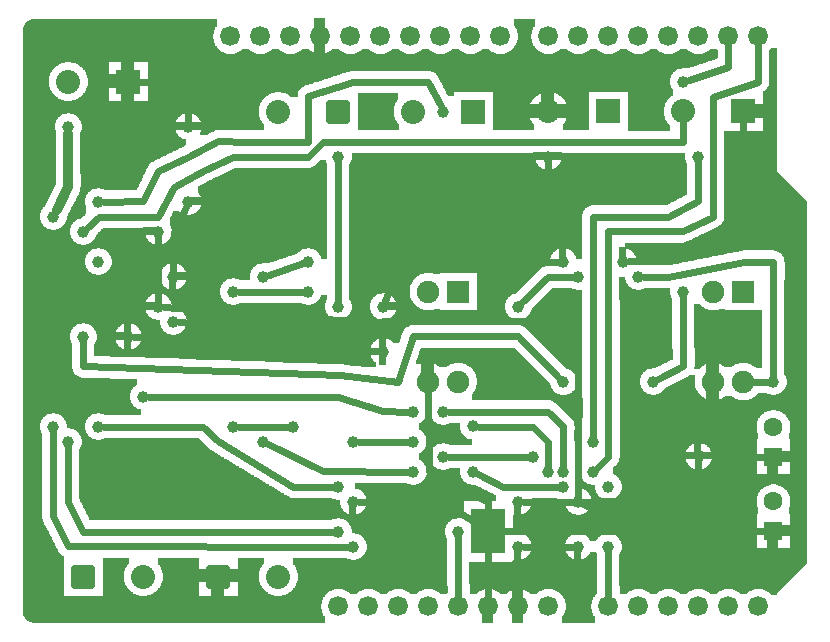
<source format=gbl>
G04 MADE WITH FRITZING*
G04 WWW.FRITZING.ORG*
G04 DOUBLE SIDED*
G04 HOLES PLATED*
G04 CONTOUR ON CENTER OF CONTOUR VECTOR*
%ASAXBY*%
%FSLAX23Y23*%
%MOIN*%
%OFA0B0*%
%SFA1.0B1.0*%
%ADD10C,0.075000*%
%ADD11C,0.039370*%
%ADD12C,0.066194*%
%ADD13C,0.066222*%
%ADD14C,0.080000*%
%ADD15C,0.062992*%
%ADD16R,0.111721X0.150623*%
%ADD17R,0.080000X0.080000*%
%ADD18R,0.075000X0.075000*%
%ADD19R,0.062992X0.062992*%
%ADD20C,0.024000*%
%ADD21C,0.032000*%
%ADD22C,0.020000*%
%LNCOPPER0*%
G90*
G70*
G54D10*
X1224Y1756D03*
X1824Y1092D03*
X2357Y1021D03*
X1616Y902D03*
X2457Y1608D03*
X131Y2006D03*
G54D11*
X1702Y452D03*
X1252Y952D03*
X1252Y1102D03*
X1452Y1752D03*
X302Y1452D03*
X302Y1252D03*
X552Y1202D03*
X552Y1052D03*
X602Y1452D03*
X602Y1702D03*
X202Y1702D03*
X152Y1402D03*
X252Y1002D03*
X502Y1352D03*
X2252Y1152D03*
X1502Y352D03*
X2552Y852D03*
X1702Y1102D03*
X2303Y603D03*
X1552Y703D03*
X1802Y552D03*
X502Y1102D03*
X1802Y1602D03*
X402Y1002D03*
X252Y1352D03*
X1702Y302D03*
X1902Y302D03*
X1902Y452D03*
G54D12*
X2102Y103D03*
X2202Y103D03*
X2302Y103D03*
X2402Y103D03*
X2502Y103D03*
G54D13*
X1642Y2003D03*
X1542Y2003D03*
X1442Y2003D03*
X1342Y2003D03*
X1242Y2003D03*
X1142Y2003D03*
X1042Y2003D03*
X942Y2003D03*
X842Y2003D03*
X742Y2003D03*
X2502Y2003D03*
X2402Y2003D03*
X2302Y2003D03*
X2202Y2003D03*
X2102Y2003D03*
X2002Y2003D03*
X1902Y2003D03*
X1802Y2003D03*
G54D12*
X1202Y103D03*
X1102Y103D03*
X1302Y103D03*
X1402Y103D03*
X1502Y103D03*
X1602Y103D03*
X1702Y103D03*
X1802Y103D03*
X2002Y103D03*
G54D14*
X2452Y1753D03*
X2252Y1753D03*
X1552Y1752D03*
X1352Y1752D03*
X252Y202D03*
X452Y202D03*
X702Y202D03*
X902Y202D03*
X1102Y1752D03*
X902Y1752D03*
X2002Y1753D03*
X1802Y1753D03*
X402Y1852D03*
X202Y1852D03*
G54D10*
X2452Y1152D03*
X2452Y852D03*
X2352Y1152D03*
X2352Y852D03*
X1502Y1152D03*
X1502Y852D03*
X1402Y1152D03*
X1402Y852D03*
G54D15*
X2552Y602D03*
X2552Y701D03*
X2552Y354D03*
X2552Y453D03*
G54D11*
X1852Y851D03*
X2152Y852D03*
X1102Y1602D03*
X1102Y1102D03*
X952Y702D03*
X1002Y1252D03*
X852Y1202D03*
X852Y652D03*
X2002Y302D03*
X2002Y502D03*
X1852Y502D03*
X1552Y552D03*
X1352Y552D03*
X1002Y1152D03*
X752Y1152D03*
X752Y702D03*
X152Y702D03*
X202Y652D03*
X1102Y352D03*
X1152Y302D03*
X1152Y452D03*
X2252Y1852D03*
X2302Y1602D03*
X1852Y1252D03*
X2102Y1202D03*
X2052Y1252D03*
X1902Y1202D03*
X1952Y652D03*
X1952Y552D03*
X1752Y602D03*
X1452Y602D03*
X1352Y652D03*
X1152Y652D03*
X1102Y502D03*
X302Y702D03*
X1852Y552D03*
X1452Y752D03*
X1352Y752D03*
X452Y802D03*
G54D16*
X1602Y353D03*
G54D17*
X2452Y1753D03*
X1552Y1752D03*
X2002Y1753D03*
X402Y1852D03*
G54D18*
X2452Y1152D03*
X1502Y1152D03*
G54D19*
X2552Y602D03*
X2552Y354D03*
G54D20*
X1883Y452D02*
X1721Y452D01*
D02*
X1296Y1234D02*
X1258Y1120D01*
D02*
X1401Y1851D02*
X1443Y1769D01*
D02*
X1151Y1851D02*
X1401Y1851D01*
D02*
X1002Y1803D02*
X1151Y1851D01*
D02*
X1002Y1652D02*
X1002Y1803D01*
D02*
X802Y1652D02*
X1002Y1652D01*
D02*
X702Y1654D02*
X802Y1652D01*
D02*
X602Y1602D02*
X702Y1654D01*
D02*
X501Y1553D02*
X602Y1602D01*
D02*
X452Y1453D02*
X501Y1553D01*
D02*
X321Y1452D02*
X452Y1453D01*
D02*
X553Y1352D02*
X552Y1221D01*
D02*
X593Y1435D02*
X553Y1352D01*
D02*
X502Y1852D02*
X603Y1802D01*
D02*
X603Y1802D02*
X602Y1721D01*
D02*
X433Y1852D02*
X502Y1852D01*
G54D21*
D02*
X202Y1502D02*
X202Y1678D01*
D02*
X163Y1424D02*
X202Y1502D01*
G54D20*
D02*
X1701Y1003D02*
X1351Y1003D01*
D02*
X1351Y1003D02*
X1300Y852D01*
D02*
X1300Y852D02*
X1107Y873D01*
D02*
X1839Y865D02*
X1701Y1003D01*
D02*
X1107Y873D02*
X251Y903D01*
D02*
X251Y903D02*
X251Y983D01*
D02*
X2252Y903D02*
X2169Y861D01*
D02*
X2252Y1133D02*
X2252Y903D01*
D02*
X502Y1121D02*
X502Y1333D01*
D02*
X1502Y333D02*
X1502Y133D01*
D02*
X2453Y1252D02*
X2201Y1202D01*
D02*
X2201Y1202D02*
X2121Y1202D01*
D02*
X2552Y1252D02*
X2453Y1252D01*
D02*
X1802Y1201D02*
X1715Y1116D01*
D02*
X1883Y1202D02*
X1802Y1201D01*
D02*
X2552Y871D02*
X2552Y1252D01*
D02*
X2480Y852D02*
X2533Y852D01*
D02*
X2301Y503D02*
X2302Y584D01*
D02*
X2201Y453D02*
X2301Y503D01*
D02*
X2002Y453D02*
X2201Y453D01*
D02*
X1921Y452D02*
X2002Y453D01*
D02*
X2402Y602D02*
X2525Y602D01*
D02*
X2402Y502D02*
X2402Y602D01*
D02*
X2253Y403D02*
X2402Y502D01*
D02*
X2001Y403D02*
X2253Y403D01*
D02*
X1919Y444D02*
X2001Y403D01*
D02*
X1652Y702D02*
X1752Y702D01*
D02*
X1752Y702D02*
X1802Y652D01*
D02*
X1802Y652D02*
X1802Y571D01*
D02*
X1571Y702D02*
X1652Y702D01*
D02*
X2351Y1301D02*
X2205Y1257D01*
D02*
X1833Y1252D02*
X1302Y1252D01*
D02*
X1233Y953D02*
X421Y1001D01*
D02*
X2403Y1352D02*
X2351Y1301D01*
D02*
X2453Y1452D02*
X2403Y1352D01*
D02*
X2452Y1721D02*
X2453Y1452D01*
D02*
X1602Y283D02*
X1602Y133D01*
D02*
X1602Y451D02*
X1403Y554D01*
D02*
X1403Y554D02*
X1402Y824D01*
D02*
X1602Y422D02*
X1602Y451D01*
D02*
X1652Y353D02*
X2525Y354D01*
D02*
X303Y1401D02*
X265Y1365D01*
D02*
X852Y1602D02*
X751Y1602D01*
D02*
X751Y1602D02*
X651Y1553D01*
D02*
X1002Y1602D02*
X951Y1602D01*
D02*
X1051Y1652D02*
X1002Y1602D01*
D02*
X1401Y1652D02*
X1051Y1652D01*
D02*
X951Y1602D02*
X852Y1602D01*
D02*
X1452Y1652D02*
X1401Y1652D01*
D02*
X2251Y1651D02*
X1452Y1652D01*
D02*
X2252Y1721D02*
X2251Y1651D01*
D02*
X651Y1553D02*
X553Y1501D01*
D02*
X501Y1401D02*
X303Y1401D01*
D02*
X553Y1501D02*
X501Y1401D01*
D02*
X1883Y302D02*
X1721Y302D01*
D02*
X571Y1051D02*
X1140Y1004D01*
D02*
X1140Y1004D02*
X1251Y1053D01*
D02*
X1251Y1053D02*
X1751Y1053D01*
D02*
X1751Y1053D02*
X1901Y903D01*
D02*
X1901Y903D02*
X1902Y471D01*
D02*
X1150Y1053D02*
X1251Y1303D01*
D02*
X1251Y1303D02*
X1803Y1303D01*
D02*
X1803Y1303D02*
X1802Y1583D01*
D02*
X521Y1101D02*
X1150Y1053D01*
D02*
X1102Y1121D02*
X1102Y1583D01*
D02*
X870Y1208D02*
X984Y1246D01*
D02*
X2002Y283D02*
X2002Y133D01*
D02*
X1651Y502D02*
X1833Y502D01*
D02*
X1569Y544D02*
X1651Y502D01*
D02*
X1051Y553D02*
X1333Y552D01*
D02*
X869Y644D02*
X1051Y553D01*
D02*
X771Y1152D02*
X983Y1152D01*
D02*
X933Y702D02*
X771Y702D01*
D02*
X251Y352D02*
X1083Y352D01*
D02*
X202Y451D02*
X251Y352D01*
D02*
X202Y633D02*
X202Y451D01*
D02*
X151Y403D02*
X202Y303D01*
D02*
X152Y683D02*
X151Y403D01*
D02*
X202Y303D02*
X1133Y302D01*
D02*
X1451Y452D02*
X1171Y452D01*
D02*
X1552Y386D02*
X1451Y452D01*
D02*
X1952Y753D02*
X1951Y1302D01*
D02*
X1951Y1402D02*
X2202Y1402D01*
D02*
X2202Y1402D02*
X2302Y1453D01*
D02*
X1951Y1302D02*
X1951Y1402D01*
D02*
X2402Y1902D02*
X2402Y1972D01*
D02*
X2270Y1858D02*
X2402Y1902D01*
D02*
X1952Y671D02*
X1952Y753D01*
D02*
X2251Y1353D02*
X2351Y1402D01*
D02*
X2002Y602D02*
X2002Y1253D01*
D02*
X2002Y1253D02*
X2002Y1353D01*
D02*
X1965Y565D02*
X2002Y602D01*
D02*
X2501Y1852D02*
X2502Y1972D01*
D02*
X2002Y1353D02*
X2251Y1353D01*
D02*
X2352Y1802D02*
X2501Y1852D01*
D02*
X2351Y1402D02*
X2352Y1802D01*
D02*
X2302Y1453D02*
X2302Y1583D01*
D02*
X2205Y1257D02*
X2071Y1253D01*
D02*
X1471Y602D02*
X1733Y602D01*
D02*
X1171Y652D02*
X1333Y652D01*
D02*
X701Y653D02*
X951Y502D01*
D02*
X652Y702D02*
X701Y653D01*
D02*
X951Y502D02*
X1083Y502D01*
D02*
X321Y702D02*
X652Y702D01*
D02*
X1852Y703D02*
X1852Y571D01*
D02*
X1801Y752D02*
X1852Y703D01*
D02*
X1471Y752D02*
X1801Y752D01*
D02*
X1251Y753D02*
X1333Y752D01*
D02*
X1102Y802D02*
X1251Y753D01*
D02*
X471Y802D02*
X1102Y802D01*
G36*
X1166Y1813D02*
X1166Y1689D01*
X1304Y1689D01*
X1304Y1709D01*
X1302Y1709D01*
X1302Y1711D01*
X1300Y1711D01*
X1300Y1713D01*
X1298Y1713D01*
X1298Y1717D01*
X1296Y1717D01*
X1296Y1721D01*
X1294Y1721D01*
X1294Y1723D01*
X1292Y1723D01*
X1292Y1729D01*
X1290Y1729D01*
X1290Y1735D01*
X1288Y1735D01*
X1288Y1745D01*
X1286Y1745D01*
X1286Y1759D01*
X1288Y1759D01*
X1288Y1769D01*
X1290Y1769D01*
X1290Y1775D01*
X1292Y1775D01*
X1292Y1779D01*
X1294Y1779D01*
X1294Y1783D01*
X1296Y1783D01*
X1296Y1787D01*
X1298Y1787D01*
X1298Y1789D01*
X1300Y1789D01*
X1300Y1793D01*
X1302Y1793D01*
X1302Y1813D01*
X1166Y1813D01*
G37*
D02*
G36*
X1816Y1165D02*
X1816Y1163D01*
X1814Y1163D01*
X1814Y1161D01*
X1812Y1161D01*
X1812Y1159D01*
X1810Y1159D01*
X1810Y1157D01*
X1808Y1157D01*
X1808Y1155D01*
X1806Y1155D01*
X1806Y1153D01*
X1804Y1153D01*
X1804Y1151D01*
X1802Y1151D01*
X1802Y1149D01*
X1800Y1149D01*
X1800Y1147D01*
X1798Y1147D01*
X1798Y1145D01*
X1796Y1145D01*
X1796Y1143D01*
X1794Y1143D01*
X1794Y1141D01*
X1792Y1141D01*
X1792Y1139D01*
X1790Y1139D01*
X1790Y1137D01*
X1788Y1137D01*
X1788Y1135D01*
X1786Y1135D01*
X1786Y1133D01*
X1784Y1133D01*
X1784Y1131D01*
X1782Y1131D01*
X1782Y1129D01*
X1780Y1129D01*
X1780Y1127D01*
X1778Y1127D01*
X1778Y1125D01*
X1776Y1125D01*
X1776Y1123D01*
X1774Y1123D01*
X1774Y1121D01*
X1772Y1121D01*
X1772Y1119D01*
X1770Y1119D01*
X1770Y1117D01*
X1768Y1117D01*
X1768Y1115D01*
X1766Y1115D01*
X1766Y1113D01*
X1764Y1113D01*
X1764Y1111D01*
X1762Y1111D01*
X1762Y1109D01*
X1760Y1109D01*
X1760Y1107D01*
X1758Y1107D01*
X1758Y1105D01*
X1756Y1105D01*
X1756Y1103D01*
X1754Y1103D01*
X1754Y1101D01*
X1752Y1101D01*
X1752Y1099D01*
X1750Y1099D01*
X1750Y1097D01*
X1748Y1097D01*
X1748Y1095D01*
X1746Y1095D01*
X1746Y1091D01*
X1744Y1091D01*
X1744Y1085D01*
X1742Y1085D01*
X1742Y1081D01*
X1740Y1081D01*
X1740Y1077D01*
X1738Y1077D01*
X1738Y1075D01*
X1736Y1075D01*
X1736Y1073D01*
X1734Y1073D01*
X1734Y1071D01*
X1732Y1071D01*
X1732Y1069D01*
X1730Y1069D01*
X1730Y1067D01*
X1728Y1067D01*
X1728Y1065D01*
X1726Y1065D01*
X1726Y1063D01*
X1722Y1063D01*
X1722Y1061D01*
X1718Y1061D01*
X1718Y1059D01*
X1710Y1059D01*
X1710Y1039D01*
X1712Y1039D01*
X1712Y1037D01*
X1716Y1037D01*
X1716Y1035D01*
X1720Y1035D01*
X1720Y1033D01*
X1724Y1033D01*
X1724Y1031D01*
X1726Y1031D01*
X1726Y1029D01*
X1728Y1029D01*
X1728Y1027D01*
X1730Y1027D01*
X1730Y1025D01*
X1732Y1025D01*
X1732Y1023D01*
X1734Y1023D01*
X1734Y1021D01*
X1736Y1021D01*
X1736Y1019D01*
X1738Y1019D01*
X1738Y1017D01*
X1740Y1017D01*
X1740Y1015D01*
X1742Y1015D01*
X1742Y1013D01*
X1744Y1013D01*
X1744Y1011D01*
X1746Y1011D01*
X1746Y1009D01*
X1748Y1009D01*
X1748Y1007D01*
X1750Y1007D01*
X1750Y1005D01*
X1752Y1005D01*
X1752Y1003D01*
X1754Y1003D01*
X1754Y1001D01*
X1756Y1001D01*
X1756Y999D01*
X1758Y999D01*
X1758Y997D01*
X1760Y997D01*
X1760Y995D01*
X1762Y995D01*
X1762Y993D01*
X1764Y993D01*
X1764Y991D01*
X1766Y991D01*
X1766Y989D01*
X1768Y989D01*
X1768Y987D01*
X1770Y987D01*
X1770Y985D01*
X1772Y985D01*
X1772Y983D01*
X1774Y983D01*
X1774Y981D01*
X1776Y981D01*
X1776Y979D01*
X1778Y979D01*
X1778Y977D01*
X1780Y977D01*
X1780Y975D01*
X1782Y975D01*
X1782Y973D01*
X1784Y973D01*
X1784Y971D01*
X1786Y971D01*
X1786Y969D01*
X1788Y969D01*
X1788Y967D01*
X1790Y967D01*
X1790Y965D01*
X1792Y965D01*
X1792Y963D01*
X1794Y963D01*
X1794Y961D01*
X1796Y961D01*
X1796Y959D01*
X1798Y959D01*
X1798Y957D01*
X1800Y957D01*
X1800Y955D01*
X1802Y955D01*
X1802Y953D01*
X1804Y953D01*
X1804Y951D01*
X1806Y951D01*
X1806Y949D01*
X1808Y949D01*
X1808Y947D01*
X1810Y947D01*
X1810Y945D01*
X1812Y945D01*
X1812Y943D01*
X1814Y943D01*
X1814Y941D01*
X1816Y941D01*
X1816Y939D01*
X1818Y939D01*
X1818Y937D01*
X1820Y937D01*
X1820Y935D01*
X1822Y935D01*
X1822Y933D01*
X1824Y933D01*
X1824Y931D01*
X1826Y931D01*
X1826Y929D01*
X1828Y929D01*
X1828Y927D01*
X1830Y927D01*
X1830Y925D01*
X1832Y925D01*
X1832Y923D01*
X1834Y923D01*
X1834Y921D01*
X1836Y921D01*
X1836Y919D01*
X1838Y919D01*
X1838Y917D01*
X1840Y917D01*
X1840Y915D01*
X1842Y915D01*
X1842Y913D01*
X1844Y913D01*
X1844Y911D01*
X1846Y911D01*
X1846Y909D01*
X1848Y909D01*
X1848Y907D01*
X1850Y907D01*
X1850Y905D01*
X1852Y905D01*
X1852Y903D01*
X1854Y903D01*
X1854Y901D01*
X1856Y901D01*
X1856Y899D01*
X1858Y899D01*
X1858Y897D01*
X1860Y897D01*
X1860Y895D01*
X1864Y895D01*
X1864Y893D01*
X1870Y893D01*
X1870Y891D01*
X1874Y891D01*
X1874Y889D01*
X1878Y889D01*
X1878Y887D01*
X1880Y887D01*
X1880Y885D01*
X1882Y885D01*
X1882Y883D01*
X1884Y883D01*
X1884Y881D01*
X1886Y881D01*
X1886Y879D01*
X1888Y879D01*
X1888Y877D01*
X1890Y877D01*
X1890Y873D01*
X1892Y873D01*
X1892Y869D01*
X1894Y869D01*
X1894Y863D01*
X1914Y863D01*
X1914Y1157D01*
X1894Y1157D01*
X1894Y1159D01*
X1886Y1159D01*
X1886Y1161D01*
X1882Y1161D01*
X1882Y1163D01*
X1878Y1163D01*
X1878Y1165D01*
X1816Y1165D01*
G37*
D02*
G36*
X2288Y1109D02*
X2288Y1089D01*
X2342Y1089D01*
X2342Y1091D01*
X2334Y1091D01*
X2334Y1093D01*
X2328Y1093D01*
X2328Y1095D01*
X2324Y1095D01*
X2324Y1097D01*
X2320Y1097D01*
X2320Y1099D01*
X2316Y1099D01*
X2316Y1101D01*
X2314Y1101D01*
X2314Y1103D01*
X2312Y1103D01*
X2312Y1105D01*
X2310Y1105D01*
X2310Y1107D01*
X2308Y1107D01*
X2308Y1109D01*
X2288Y1109D01*
G37*
D02*
G36*
X2370Y1093D02*
X2370Y1091D01*
X2360Y1091D01*
X2360Y1089D01*
X2390Y1089D01*
X2390Y1093D01*
X2370Y1093D01*
G37*
D02*
G36*
X2288Y1089D02*
X2288Y1087D01*
X2514Y1087D01*
X2514Y1089D01*
X2288Y1089D01*
G37*
D02*
G36*
X2288Y1089D02*
X2288Y1087D01*
X2514Y1087D01*
X2514Y1089D01*
X2288Y1089D01*
G37*
D02*
G36*
X2288Y1087D02*
X2288Y965D01*
X2290Y965D01*
X2290Y915D01*
X2456Y915D01*
X2456Y913D01*
X2468Y913D01*
X2468Y911D01*
X2474Y911D01*
X2474Y909D01*
X2478Y909D01*
X2478Y907D01*
X2482Y907D01*
X2482Y905D01*
X2486Y905D01*
X2486Y903D01*
X2488Y903D01*
X2488Y901D01*
X2492Y901D01*
X2492Y899D01*
X2494Y899D01*
X2494Y897D01*
X2514Y897D01*
X2514Y1087D01*
X2288Y1087D01*
G37*
D02*
G36*
X2290Y915D02*
X2290Y901D01*
X2288Y901D01*
X2288Y895D01*
X2308Y895D01*
X2308Y897D01*
X2310Y897D01*
X2310Y899D01*
X2312Y899D01*
X2312Y901D01*
X2314Y901D01*
X2314Y903D01*
X2318Y903D01*
X2318Y905D01*
X2320Y905D01*
X2320Y907D01*
X2324Y907D01*
X2324Y909D01*
X2330Y909D01*
X2330Y911D01*
X2336Y911D01*
X2336Y913D01*
X2348Y913D01*
X2348Y915D01*
X2290Y915D01*
G37*
D02*
G36*
X2356Y915D02*
X2356Y913D01*
X2368Y913D01*
X2368Y911D01*
X2374Y911D01*
X2374Y909D01*
X2378Y909D01*
X2378Y907D01*
X2382Y907D01*
X2382Y905D01*
X2386Y905D01*
X2386Y903D01*
X2388Y903D01*
X2388Y901D01*
X2392Y901D01*
X2392Y899D01*
X2412Y899D01*
X2412Y901D01*
X2414Y901D01*
X2414Y903D01*
X2418Y903D01*
X2418Y905D01*
X2420Y905D01*
X2420Y907D01*
X2424Y907D01*
X2424Y909D01*
X2430Y909D01*
X2430Y911D01*
X2436Y911D01*
X2436Y913D01*
X2448Y913D01*
X2448Y915D01*
X2356Y915D01*
G37*
D02*
G36*
X1376Y965D02*
X1376Y959D01*
X1374Y959D01*
X1374Y953D01*
X1372Y953D01*
X1372Y947D01*
X1370Y947D01*
X1370Y941D01*
X1368Y941D01*
X1368Y935D01*
X1366Y935D01*
X1366Y929D01*
X1364Y929D01*
X1364Y923D01*
X1362Y923D01*
X1362Y915D01*
X1506Y915D01*
X1506Y913D01*
X1518Y913D01*
X1518Y911D01*
X1524Y911D01*
X1524Y909D01*
X1528Y909D01*
X1528Y907D01*
X1532Y907D01*
X1532Y905D01*
X1536Y905D01*
X1536Y903D01*
X1538Y903D01*
X1538Y901D01*
X1542Y901D01*
X1542Y899D01*
X1544Y899D01*
X1544Y897D01*
X1546Y897D01*
X1546Y895D01*
X1548Y895D01*
X1548Y893D01*
X1550Y893D01*
X1550Y889D01*
X1552Y889D01*
X1552Y887D01*
X1554Y887D01*
X1554Y883D01*
X1556Y883D01*
X1556Y881D01*
X1558Y881D01*
X1558Y877D01*
X1560Y877D01*
X1560Y871D01*
X1562Y871D01*
X1562Y863D01*
X1564Y863D01*
X1564Y841D01*
X1562Y841D01*
X1562Y833D01*
X1560Y833D01*
X1560Y827D01*
X1558Y827D01*
X1558Y823D01*
X1556Y823D01*
X1556Y819D01*
X1554Y819D01*
X1554Y817D01*
X1552Y817D01*
X1552Y813D01*
X1550Y813D01*
X1550Y811D01*
X1548Y811D01*
X1548Y809D01*
X1546Y809D01*
X1546Y807D01*
X1840Y807D01*
X1840Y809D01*
X1834Y809D01*
X1834Y811D01*
X1832Y811D01*
X1832Y813D01*
X1828Y813D01*
X1828Y815D01*
X1824Y815D01*
X1824Y817D01*
X1822Y817D01*
X1822Y819D01*
X1820Y819D01*
X1820Y821D01*
X1818Y821D01*
X1818Y825D01*
X1816Y825D01*
X1816Y827D01*
X1814Y827D01*
X1814Y831D01*
X1812Y831D01*
X1812Y835D01*
X1810Y835D01*
X1810Y841D01*
X1808Y841D01*
X1808Y845D01*
X1806Y845D01*
X1806Y847D01*
X1804Y847D01*
X1804Y849D01*
X1802Y849D01*
X1802Y851D01*
X1800Y851D01*
X1800Y853D01*
X1798Y853D01*
X1798Y855D01*
X1796Y855D01*
X1796Y857D01*
X1794Y857D01*
X1794Y859D01*
X1792Y859D01*
X1792Y861D01*
X1790Y861D01*
X1790Y863D01*
X1788Y863D01*
X1788Y865D01*
X1786Y865D01*
X1786Y867D01*
X1784Y867D01*
X1784Y869D01*
X1782Y869D01*
X1782Y871D01*
X1780Y871D01*
X1780Y873D01*
X1778Y873D01*
X1778Y875D01*
X1776Y875D01*
X1776Y877D01*
X1774Y877D01*
X1774Y879D01*
X1772Y879D01*
X1772Y881D01*
X1770Y881D01*
X1770Y883D01*
X1768Y883D01*
X1768Y885D01*
X1766Y885D01*
X1766Y887D01*
X1764Y887D01*
X1764Y889D01*
X1762Y889D01*
X1762Y891D01*
X1760Y891D01*
X1760Y893D01*
X1758Y893D01*
X1758Y895D01*
X1756Y895D01*
X1756Y897D01*
X1754Y897D01*
X1754Y899D01*
X1752Y899D01*
X1752Y901D01*
X1750Y901D01*
X1750Y903D01*
X1748Y903D01*
X1748Y905D01*
X1746Y905D01*
X1746Y907D01*
X1744Y907D01*
X1744Y909D01*
X1742Y909D01*
X1742Y911D01*
X1740Y911D01*
X1740Y913D01*
X1738Y913D01*
X1738Y915D01*
X1736Y915D01*
X1736Y917D01*
X1734Y917D01*
X1734Y919D01*
X1732Y919D01*
X1732Y921D01*
X1730Y921D01*
X1730Y923D01*
X1728Y923D01*
X1728Y925D01*
X1726Y925D01*
X1726Y927D01*
X1724Y927D01*
X1724Y929D01*
X1722Y929D01*
X1722Y931D01*
X1720Y931D01*
X1720Y933D01*
X1718Y933D01*
X1718Y935D01*
X1716Y935D01*
X1716Y937D01*
X1714Y937D01*
X1714Y939D01*
X1712Y939D01*
X1712Y941D01*
X1710Y941D01*
X1710Y943D01*
X1708Y943D01*
X1708Y945D01*
X1706Y945D01*
X1706Y947D01*
X1704Y947D01*
X1704Y949D01*
X1702Y949D01*
X1702Y951D01*
X1700Y951D01*
X1700Y953D01*
X1698Y953D01*
X1698Y955D01*
X1696Y955D01*
X1696Y957D01*
X1694Y957D01*
X1694Y959D01*
X1692Y959D01*
X1692Y961D01*
X1690Y961D01*
X1690Y963D01*
X1688Y963D01*
X1688Y965D01*
X1376Y965D01*
G37*
D02*
G36*
X1362Y915D02*
X1362Y911D01*
X1386Y911D01*
X1386Y913D01*
X1398Y913D01*
X1398Y915D01*
X1362Y915D01*
G37*
D02*
G36*
X1406Y915D02*
X1406Y913D01*
X1418Y913D01*
X1418Y911D01*
X1424Y911D01*
X1424Y909D01*
X1428Y909D01*
X1428Y907D01*
X1432Y907D01*
X1432Y905D01*
X1436Y905D01*
X1436Y903D01*
X1438Y903D01*
X1438Y901D01*
X1442Y901D01*
X1442Y899D01*
X1462Y899D01*
X1462Y901D01*
X1464Y901D01*
X1464Y903D01*
X1468Y903D01*
X1468Y905D01*
X1470Y905D01*
X1470Y907D01*
X1474Y907D01*
X1474Y909D01*
X1480Y909D01*
X1480Y911D01*
X1486Y911D01*
X1486Y913D01*
X1498Y913D01*
X1498Y915D01*
X1406Y915D01*
G37*
D02*
G36*
X1894Y839D02*
X1894Y833D01*
X1892Y833D01*
X1892Y829D01*
X1890Y829D01*
X1890Y825D01*
X1888Y825D01*
X1888Y823D01*
X1886Y823D01*
X1886Y821D01*
X1884Y821D01*
X1884Y819D01*
X1882Y819D01*
X1882Y817D01*
X1880Y817D01*
X1880Y815D01*
X1878Y815D01*
X1878Y813D01*
X1874Y813D01*
X1874Y811D01*
X1870Y811D01*
X1870Y809D01*
X1864Y809D01*
X1864Y807D01*
X1914Y807D01*
X1914Y839D01*
X1894Y839D01*
G37*
D02*
G36*
X1546Y807D02*
X1546Y805D01*
X1914Y805D01*
X1914Y807D01*
X1546Y807D01*
G37*
D02*
G36*
X1546Y807D02*
X1546Y805D01*
X1914Y805D01*
X1914Y807D01*
X1546Y807D01*
G37*
D02*
G36*
X1546Y805D02*
X1546Y789D01*
X1810Y789D01*
X1810Y787D01*
X1816Y787D01*
X1816Y785D01*
X1820Y785D01*
X1820Y783D01*
X1822Y783D01*
X1822Y781D01*
X1826Y781D01*
X1826Y779D01*
X1828Y779D01*
X1828Y777D01*
X1830Y777D01*
X1830Y775D01*
X1832Y775D01*
X1832Y773D01*
X1834Y773D01*
X1834Y771D01*
X1836Y771D01*
X1836Y769D01*
X1838Y769D01*
X1838Y767D01*
X1840Y767D01*
X1840Y765D01*
X1842Y765D01*
X1842Y763D01*
X1844Y763D01*
X1844Y761D01*
X1846Y761D01*
X1846Y759D01*
X1848Y759D01*
X1848Y757D01*
X1850Y757D01*
X1850Y755D01*
X1852Y755D01*
X1852Y753D01*
X1854Y753D01*
X1854Y751D01*
X1856Y751D01*
X1856Y749D01*
X1858Y749D01*
X1858Y747D01*
X1860Y747D01*
X1860Y745D01*
X1862Y745D01*
X1862Y743D01*
X1864Y743D01*
X1864Y741D01*
X1866Y741D01*
X1866Y739D01*
X1868Y739D01*
X1868Y737D01*
X1870Y737D01*
X1870Y735D01*
X1872Y735D01*
X1872Y733D01*
X1874Y733D01*
X1874Y731D01*
X1876Y731D01*
X1876Y729D01*
X1878Y729D01*
X1878Y727D01*
X1880Y727D01*
X1880Y725D01*
X1882Y725D01*
X1882Y723D01*
X1884Y723D01*
X1884Y719D01*
X1886Y719D01*
X1886Y713D01*
X1888Y713D01*
X1888Y703D01*
X1890Y703D01*
X1890Y689D01*
X1888Y689D01*
X1888Y653D01*
X1908Y653D01*
X1908Y665D01*
X1910Y665D01*
X1910Y671D01*
X1912Y671D01*
X1912Y673D01*
X1914Y673D01*
X1914Y729D01*
X1916Y729D01*
X1916Y797D01*
X1914Y797D01*
X1914Y805D01*
X1546Y805D01*
G37*
D02*
G36*
X2544Y1963D02*
X2544Y1961D01*
X2542Y1961D01*
X2542Y1959D01*
X2540Y1959D01*
X2540Y1957D01*
X2538Y1957D01*
X2538Y1843D01*
X2536Y1843D01*
X2536Y1837D01*
X2534Y1837D01*
X2534Y1833D01*
X2532Y1833D01*
X2532Y1829D01*
X2530Y1829D01*
X2530Y1827D01*
X2528Y1827D01*
X2528Y1825D01*
X2526Y1825D01*
X2526Y1823D01*
X2524Y1823D01*
X2524Y1821D01*
X2520Y1821D01*
X2520Y1819D01*
X2518Y1819D01*
X2518Y1687D01*
X2388Y1687D01*
X2388Y1395D01*
X2386Y1395D01*
X2386Y1387D01*
X2384Y1387D01*
X2384Y1383D01*
X2382Y1383D01*
X2382Y1381D01*
X2380Y1381D01*
X2380Y1377D01*
X2378Y1377D01*
X2378Y1375D01*
X2376Y1375D01*
X2376Y1373D01*
X2372Y1373D01*
X2372Y1371D01*
X2370Y1371D01*
X2370Y1369D01*
X2366Y1369D01*
X2366Y1367D01*
X2362Y1367D01*
X2362Y1365D01*
X2358Y1365D01*
X2358Y1363D01*
X2354Y1363D01*
X2354Y1361D01*
X2350Y1361D01*
X2350Y1359D01*
X2346Y1359D01*
X2346Y1357D01*
X2342Y1357D01*
X2342Y1355D01*
X2338Y1355D01*
X2338Y1353D01*
X2334Y1353D01*
X2334Y1351D01*
X2330Y1351D01*
X2330Y1349D01*
X2326Y1349D01*
X2326Y1347D01*
X2322Y1347D01*
X2322Y1345D01*
X2316Y1345D01*
X2316Y1343D01*
X2312Y1343D01*
X2312Y1341D01*
X2308Y1341D01*
X2308Y1339D01*
X2304Y1339D01*
X2304Y1337D01*
X2300Y1337D01*
X2300Y1335D01*
X2296Y1335D01*
X2296Y1333D01*
X2292Y1333D01*
X2292Y1331D01*
X2288Y1331D01*
X2288Y1329D01*
X2284Y1329D01*
X2284Y1327D01*
X2280Y1327D01*
X2280Y1325D01*
X2276Y1325D01*
X2276Y1323D01*
X2272Y1323D01*
X2272Y1321D01*
X2268Y1321D01*
X2268Y1319D01*
X2262Y1319D01*
X2262Y1317D01*
X2254Y1317D01*
X2254Y1315D01*
X2056Y1315D01*
X2056Y1295D01*
X2066Y1295D01*
X2066Y1293D01*
X2070Y1293D01*
X2070Y1291D01*
X2074Y1291D01*
X2074Y1289D01*
X2554Y1289D01*
X2554Y1287D01*
X2564Y1287D01*
X2564Y1285D01*
X2568Y1285D01*
X2568Y1283D01*
X2572Y1283D01*
X2572Y1281D01*
X2576Y1281D01*
X2576Y1279D01*
X2578Y1279D01*
X2578Y1277D01*
X2580Y1277D01*
X2580Y1275D01*
X2582Y1275D01*
X2582Y1271D01*
X2584Y1271D01*
X2584Y1267D01*
X2586Y1267D01*
X2586Y1263D01*
X2588Y1263D01*
X2588Y1251D01*
X2590Y1251D01*
X2590Y1191D01*
X2588Y1191D01*
X2588Y875D01*
X2590Y875D01*
X2590Y873D01*
X2592Y873D01*
X2592Y869D01*
X2594Y869D01*
X2594Y861D01*
X2596Y861D01*
X2596Y841D01*
X2594Y841D01*
X2594Y835D01*
X2592Y835D01*
X2592Y831D01*
X2590Y831D01*
X2590Y827D01*
X2588Y827D01*
X2588Y825D01*
X2586Y825D01*
X2586Y823D01*
X2584Y823D01*
X2584Y821D01*
X2582Y821D01*
X2582Y819D01*
X2580Y819D01*
X2580Y817D01*
X2578Y817D01*
X2578Y815D01*
X2576Y815D01*
X2576Y813D01*
X2572Y813D01*
X2572Y811D01*
X2568Y811D01*
X2568Y809D01*
X2560Y809D01*
X2560Y807D01*
X2664Y807D01*
X2664Y1453D01*
X2662Y1453D01*
X2662Y1455D01*
X2660Y1455D01*
X2660Y1457D01*
X2658Y1457D01*
X2658Y1459D01*
X2656Y1459D01*
X2656Y1461D01*
X2654Y1461D01*
X2654Y1463D01*
X2652Y1463D01*
X2652Y1465D01*
X2650Y1465D01*
X2650Y1467D01*
X2648Y1467D01*
X2648Y1469D01*
X2646Y1469D01*
X2646Y1471D01*
X2644Y1471D01*
X2644Y1473D01*
X2642Y1473D01*
X2642Y1475D01*
X2640Y1475D01*
X2640Y1477D01*
X2638Y1477D01*
X2638Y1479D01*
X2636Y1479D01*
X2636Y1481D01*
X2634Y1481D01*
X2634Y1483D01*
X2632Y1483D01*
X2632Y1485D01*
X2630Y1485D01*
X2630Y1487D01*
X2628Y1487D01*
X2628Y1489D01*
X2626Y1489D01*
X2626Y1491D01*
X2624Y1491D01*
X2624Y1493D01*
X2622Y1493D01*
X2622Y1495D01*
X2620Y1495D01*
X2620Y1497D01*
X2618Y1497D01*
X2618Y1499D01*
X2616Y1499D01*
X2616Y1501D01*
X2614Y1501D01*
X2614Y1503D01*
X2612Y1503D01*
X2612Y1505D01*
X2610Y1505D01*
X2610Y1507D01*
X2608Y1507D01*
X2608Y1509D01*
X2606Y1509D01*
X2606Y1511D01*
X2604Y1511D01*
X2604Y1513D01*
X2602Y1513D01*
X2602Y1515D01*
X2600Y1515D01*
X2600Y1517D01*
X2598Y1517D01*
X2598Y1519D01*
X2596Y1519D01*
X2596Y1521D01*
X2594Y1521D01*
X2594Y1523D01*
X2592Y1523D01*
X2592Y1525D01*
X2590Y1525D01*
X2590Y1527D01*
X2588Y1527D01*
X2588Y1529D01*
X2586Y1529D01*
X2586Y1531D01*
X2584Y1531D01*
X2584Y1533D01*
X2582Y1533D01*
X2582Y1535D01*
X2580Y1535D01*
X2580Y1537D01*
X2578Y1537D01*
X2578Y1539D01*
X2576Y1539D01*
X2576Y1541D01*
X2574Y1541D01*
X2574Y1543D01*
X2572Y1543D01*
X2572Y1545D01*
X2570Y1545D01*
X2570Y1547D01*
X2568Y1547D01*
X2568Y1549D01*
X2566Y1549D01*
X2566Y1551D01*
X2564Y1551D01*
X2564Y1963D01*
X2544Y1963D01*
G37*
D02*
G36*
X2078Y1289D02*
X2078Y1287D01*
X2080Y1287D01*
X2080Y1285D01*
X2082Y1285D01*
X2082Y1283D01*
X2084Y1283D01*
X2084Y1281D01*
X2086Y1281D01*
X2086Y1279D01*
X2088Y1279D01*
X2088Y1275D01*
X2090Y1275D01*
X2090Y1273D01*
X2092Y1273D01*
X2092Y1269D01*
X2094Y1269D01*
X2094Y1261D01*
X2096Y1261D01*
X2096Y1247D01*
X2106Y1247D01*
X2106Y1245D01*
X2116Y1245D01*
X2116Y1243D01*
X2120Y1243D01*
X2120Y1241D01*
X2124Y1241D01*
X2124Y1239D01*
X2206Y1239D01*
X2206Y1241D01*
X2216Y1241D01*
X2216Y1243D01*
X2226Y1243D01*
X2226Y1245D01*
X2236Y1245D01*
X2236Y1247D01*
X2246Y1247D01*
X2246Y1249D01*
X2256Y1249D01*
X2256Y1251D01*
X2266Y1251D01*
X2266Y1253D01*
X2276Y1253D01*
X2276Y1255D01*
X2286Y1255D01*
X2286Y1257D01*
X2296Y1257D01*
X2296Y1259D01*
X2306Y1259D01*
X2306Y1261D01*
X2316Y1261D01*
X2316Y1263D01*
X2326Y1263D01*
X2326Y1265D01*
X2336Y1265D01*
X2336Y1267D01*
X2346Y1267D01*
X2346Y1269D01*
X2356Y1269D01*
X2356Y1271D01*
X2366Y1271D01*
X2366Y1273D01*
X2376Y1273D01*
X2376Y1275D01*
X2386Y1275D01*
X2386Y1277D01*
X2396Y1277D01*
X2396Y1279D01*
X2408Y1279D01*
X2408Y1281D01*
X2418Y1281D01*
X2418Y1283D01*
X2428Y1283D01*
X2428Y1285D01*
X2438Y1285D01*
X2438Y1287D01*
X2450Y1287D01*
X2450Y1289D01*
X2078Y1289D01*
G37*
D02*
G36*
X2038Y1201D02*
X2038Y1157D01*
X2094Y1157D01*
X2094Y1159D01*
X2086Y1159D01*
X2086Y1161D01*
X2082Y1161D01*
X2082Y1163D01*
X2078Y1163D01*
X2078Y1165D01*
X2076Y1165D01*
X2076Y1167D01*
X2072Y1167D01*
X2072Y1169D01*
X2070Y1169D01*
X2070Y1171D01*
X2068Y1171D01*
X2068Y1173D01*
X2066Y1173D01*
X2066Y1177D01*
X2064Y1177D01*
X2064Y1179D01*
X2062Y1179D01*
X2062Y1183D01*
X2060Y1183D01*
X2060Y1189D01*
X2058Y1189D01*
X2058Y1201D01*
X2038Y1201D01*
G37*
D02*
G36*
X2126Y1165D02*
X2126Y1163D01*
X2122Y1163D01*
X2122Y1161D01*
X2118Y1161D01*
X2118Y1159D01*
X2110Y1159D01*
X2110Y1157D01*
X2206Y1157D01*
X2206Y1165D01*
X2126Y1165D01*
G37*
D02*
G36*
X2038Y1157D02*
X2038Y1155D01*
X2206Y1155D01*
X2206Y1157D01*
X2038Y1157D01*
G37*
D02*
G36*
X2038Y1157D02*
X2038Y1155D01*
X2206Y1155D01*
X2206Y1157D01*
X2038Y1157D01*
G37*
D02*
G36*
X2038Y1155D02*
X2038Y1123D01*
X2040Y1123D01*
X2040Y807D01*
X2144Y807D01*
X2144Y809D01*
X2136Y809D01*
X2136Y811D01*
X2132Y811D01*
X2132Y813D01*
X2128Y813D01*
X2128Y815D01*
X2126Y815D01*
X2126Y817D01*
X2122Y817D01*
X2122Y819D01*
X2120Y819D01*
X2120Y821D01*
X2118Y821D01*
X2118Y823D01*
X2116Y823D01*
X2116Y827D01*
X2114Y827D01*
X2114Y829D01*
X2112Y829D01*
X2112Y833D01*
X2110Y833D01*
X2110Y839D01*
X2108Y839D01*
X2108Y851D01*
X2106Y851D01*
X2106Y853D01*
X2108Y853D01*
X2108Y865D01*
X2110Y865D01*
X2110Y871D01*
X2112Y871D01*
X2112Y873D01*
X2114Y873D01*
X2114Y877D01*
X2116Y877D01*
X2116Y879D01*
X2118Y879D01*
X2118Y883D01*
X2120Y883D01*
X2120Y885D01*
X2124Y885D01*
X2124Y887D01*
X2126Y887D01*
X2126Y889D01*
X2130Y889D01*
X2130Y891D01*
X2132Y891D01*
X2132Y893D01*
X2138Y893D01*
X2138Y895D01*
X2146Y895D01*
X2146Y897D01*
X2162Y897D01*
X2162Y899D01*
X2164Y899D01*
X2164Y901D01*
X2168Y901D01*
X2168Y903D01*
X2172Y903D01*
X2172Y905D01*
X2176Y905D01*
X2176Y907D01*
X2180Y907D01*
X2180Y909D01*
X2184Y909D01*
X2184Y911D01*
X2188Y911D01*
X2188Y913D01*
X2192Y913D01*
X2192Y915D01*
X2196Y915D01*
X2196Y917D01*
X2200Y917D01*
X2200Y919D01*
X2204Y919D01*
X2204Y921D01*
X2208Y921D01*
X2208Y923D01*
X2212Y923D01*
X2212Y925D01*
X2216Y925D01*
X2216Y959D01*
X2214Y959D01*
X2214Y1129D01*
X2212Y1129D01*
X2212Y1133D01*
X2210Y1133D01*
X2210Y1139D01*
X2208Y1139D01*
X2208Y1151D01*
X2206Y1151D01*
X2206Y1155D01*
X2038Y1155D01*
G37*
D02*
G36*
X2272Y873D02*
X2272Y871D01*
X2270Y871D01*
X2270Y869D01*
X2266Y869D01*
X2266Y867D01*
X2262Y867D01*
X2262Y865D01*
X2258Y865D01*
X2258Y863D01*
X2254Y863D01*
X2254Y861D01*
X2250Y861D01*
X2250Y859D01*
X2246Y859D01*
X2246Y857D01*
X2242Y857D01*
X2242Y855D01*
X2238Y855D01*
X2238Y853D01*
X2234Y853D01*
X2234Y851D01*
X2230Y851D01*
X2230Y849D01*
X2226Y849D01*
X2226Y847D01*
X2222Y847D01*
X2222Y845D01*
X2218Y845D01*
X2218Y843D01*
X2214Y843D01*
X2214Y841D01*
X2210Y841D01*
X2210Y839D01*
X2206Y839D01*
X2206Y837D01*
X2202Y837D01*
X2202Y835D01*
X2198Y835D01*
X2198Y833D01*
X2194Y833D01*
X2194Y831D01*
X2190Y831D01*
X2190Y827D01*
X2188Y827D01*
X2188Y825D01*
X2186Y825D01*
X2186Y823D01*
X2184Y823D01*
X2184Y821D01*
X2182Y821D01*
X2182Y819D01*
X2180Y819D01*
X2180Y817D01*
X2178Y817D01*
X2178Y815D01*
X2176Y815D01*
X2176Y813D01*
X2172Y813D01*
X2172Y811D01*
X2168Y811D01*
X2168Y809D01*
X2160Y809D01*
X2160Y807D01*
X2308Y807D01*
X2308Y809D01*
X2306Y809D01*
X2306Y811D01*
X2304Y811D01*
X2304Y813D01*
X2302Y813D01*
X2302Y815D01*
X2300Y815D01*
X2300Y819D01*
X2298Y819D01*
X2298Y821D01*
X2296Y821D01*
X2296Y825D01*
X2294Y825D01*
X2294Y831D01*
X2292Y831D01*
X2292Y837D01*
X2290Y837D01*
X2290Y867D01*
X2292Y867D01*
X2292Y873D01*
X2272Y873D01*
G37*
D02*
G36*
X2502Y815D02*
X2502Y813D01*
X2500Y813D01*
X2500Y811D01*
X2498Y811D01*
X2498Y809D01*
X2496Y809D01*
X2496Y807D01*
X2544Y807D01*
X2544Y809D01*
X2536Y809D01*
X2536Y811D01*
X2532Y811D01*
X2532Y813D01*
X2528Y813D01*
X2528Y815D01*
X2502Y815D01*
G37*
D02*
G36*
X2040Y807D02*
X2040Y805D01*
X2310Y805D01*
X2310Y807D01*
X2040Y807D01*
G37*
D02*
G36*
X2040Y807D02*
X2040Y805D01*
X2310Y805D01*
X2310Y807D01*
X2040Y807D01*
G37*
D02*
G36*
X2494Y807D02*
X2494Y805D01*
X2664Y805D01*
X2664Y807D01*
X2494Y807D01*
G37*
D02*
G36*
X2494Y807D02*
X2494Y805D01*
X2664Y805D01*
X2664Y807D01*
X2494Y807D01*
G37*
D02*
G36*
X2040Y805D02*
X2040Y789D01*
X2342Y789D01*
X2342Y791D01*
X2334Y791D01*
X2334Y793D01*
X2328Y793D01*
X2328Y795D01*
X2324Y795D01*
X2324Y797D01*
X2320Y797D01*
X2320Y799D01*
X2316Y799D01*
X2316Y801D01*
X2314Y801D01*
X2314Y803D01*
X2312Y803D01*
X2312Y805D01*
X2040Y805D01*
G37*
D02*
G36*
X2392Y805D02*
X2392Y803D01*
X2390Y803D01*
X2390Y801D01*
X2386Y801D01*
X2386Y799D01*
X2384Y799D01*
X2384Y797D01*
X2380Y797D01*
X2380Y795D01*
X2376Y795D01*
X2376Y793D01*
X2370Y793D01*
X2370Y791D01*
X2360Y791D01*
X2360Y789D01*
X2442Y789D01*
X2442Y791D01*
X2434Y791D01*
X2434Y793D01*
X2428Y793D01*
X2428Y795D01*
X2424Y795D01*
X2424Y797D01*
X2420Y797D01*
X2420Y799D01*
X2416Y799D01*
X2416Y801D01*
X2414Y801D01*
X2414Y803D01*
X2412Y803D01*
X2412Y805D01*
X2392Y805D01*
G37*
D02*
G36*
X2492Y805D02*
X2492Y803D01*
X2490Y803D01*
X2490Y801D01*
X2486Y801D01*
X2486Y799D01*
X2484Y799D01*
X2484Y797D01*
X2480Y797D01*
X2480Y795D01*
X2476Y795D01*
X2476Y793D01*
X2470Y793D01*
X2470Y791D01*
X2460Y791D01*
X2460Y789D01*
X2664Y789D01*
X2664Y805D01*
X2492Y805D01*
G37*
D02*
G36*
X2040Y789D02*
X2040Y787D01*
X2664Y787D01*
X2664Y789D01*
X2040Y789D01*
G37*
D02*
G36*
X2040Y789D02*
X2040Y787D01*
X2664Y787D01*
X2664Y789D01*
X2040Y789D01*
G37*
D02*
G36*
X2040Y789D02*
X2040Y787D01*
X2664Y787D01*
X2664Y789D01*
X2040Y789D01*
G37*
D02*
G36*
X2040Y787D02*
X2040Y757D01*
X2560Y757D01*
X2560Y755D01*
X2568Y755D01*
X2568Y753D01*
X2574Y753D01*
X2574Y751D01*
X2578Y751D01*
X2578Y749D01*
X2582Y749D01*
X2582Y747D01*
X2584Y747D01*
X2584Y745D01*
X2586Y745D01*
X2586Y743D01*
X2590Y743D01*
X2590Y741D01*
X2592Y741D01*
X2592Y739D01*
X2594Y739D01*
X2594Y735D01*
X2596Y735D01*
X2596Y733D01*
X2598Y733D01*
X2598Y731D01*
X2600Y731D01*
X2600Y727D01*
X2602Y727D01*
X2602Y723D01*
X2604Y723D01*
X2604Y719D01*
X2606Y719D01*
X2606Y711D01*
X2608Y711D01*
X2608Y689D01*
X2606Y689D01*
X2606Y681D01*
X2604Y681D01*
X2604Y659D01*
X2608Y659D01*
X2608Y545D01*
X2664Y545D01*
X2664Y787D01*
X2040Y787D01*
G37*
D02*
G36*
X2040Y757D02*
X2040Y647D01*
X2312Y647D01*
X2312Y645D01*
X2320Y645D01*
X2320Y643D01*
X2324Y643D01*
X2324Y641D01*
X2326Y641D01*
X2326Y639D01*
X2330Y639D01*
X2330Y637D01*
X2332Y637D01*
X2332Y635D01*
X2334Y635D01*
X2334Y633D01*
X2336Y633D01*
X2336Y631D01*
X2338Y631D01*
X2338Y629D01*
X2340Y629D01*
X2340Y625D01*
X2342Y625D01*
X2342Y621D01*
X2344Y621D01*
X2344Y615D01*
X2346Y615D01*
X2346Y605D01*
X2348Y605D01*
X2348Y599D01*
X2346Y599D01*
X2346Y589D01*
X2344Y589D01*
X2344Y585D01*
X2342Y585D01*
X2342Y581D01*
X2340Y581D01*
X2340Y577D01*
X2338Y577D01*
X2338Y575D01*
X2336Y575D01*
X2336Y573D01*
X2334Y573D01*
X2334Y571D01*
X2332Y571D01*
X2332Y569D01*
X2330Y569D01*
X2330Y567D01*
X2328Y567D01*
X2328Y565D01*
X2324Y565D01*
X2324Y563D01*
X2320Y563D01*
X2320Y561D01*
X2314Y561D01*
X2314Y559D01*
X2496Y559D01*
X2496Y659D01*
X2500Y659D01*
X2500Y679D01*
X2498Y679D01*
X2498Y687D01*
X2496Y687D01*
X2496Y715D01*
X2498Y715D01*
X2498Y721D01*
X2500Y721D01*
X2500Y725D01*
X2502Y725D01*
X2502Y729D01*
X2504Y729D01*
X2504Y731D01*
X2506Y731D01*
X2506Y735D01*
X2508Y735D01*
X2508Y737D01*
X2510Y737D01*
X2510Y739D01*
X2512Y739D01*
X2512Y741D01*
X2514Y741D01*
X2514Y743D01*
X2516Y743D01*
X2516Y745D01*
X2520Y745D01*
X2520Y747D01*
X2522Y747D01*
X2522Y749D01*
X2526Y749D01*
X2526Y751D01*
X2530Y751D01*
X2530Y753D01*
X2534Y753D01*
X2534Y755D01*
X2544Y755D01*
X2544Y757D01*
X2040Y757D01*
G37*
D02*
G36*
X2040Y647D02*
X2040Y597D01*
X2038Y597D01*
X2038Y589D01*
X2036Y589D01*
X2036Y585D01*
X2034Y585D01*
X2034Y581D01*
X2032Y581D01*
X2032Y579D01*
X2030Y579D01*
X2030Y575D01*
X2028Y575D01*
X2028Y573D01*
X2026Y573D01*
X2026Y571D01*
X2024Y571D01*
X2024Y569D01*
X2020Y569D01*
X2020Y567D01*
X2018Y567D01*
X2018Y565D01*
X2016Y565D01*
X2016Y559D01*
X2290Y559D01*
X2290Y561D01*
X2284Y561D01*
X2284Y563D01*
X2280Y563D01*
X2280Y565D01*
X2278Y565D01*
X2278Y567D01*
X2274Y567D01*
X2274Y569D01*
X2272Y569D01*
X2272Y571D01*
X2270Y571D01*
X2270Y573D01*
X2268Y573D01*
X2268Y577D01*
X2266Y577D01*
X2266Y579D01*
X2264Y579D01*
X2264Y583D01*
X2262Y583D01*
X2262Y587D01*
X2260Y587D01*
X2260Y593D01*
X2258Y593D01*
X2258Y613D01*
X2260Y613D01*
X2260Y619D01*
X2262Y619D01*
X2262Y623D01*
X2264Y623D01*
X2264Y627D01*
X2266Y627D01*
X2266Y629D01*
X2268Y629D01*
X2268Y631D01*
X2270Y631D01*
X2270Y635D01*
X2272Y635D01*
X2272Y637D01*
X2276Y637D01*
X2276Y639D01*
X2278Y639D01*
X2278Y641D01*
X2282Y641D01*
X2282Y643D01*
X2286Y643D01*
X2286Y645D01*
X2292Y645D01*
X2292Y647D01*
X2040Y647D01*
G37*
D02*
G36*
X2016Y559D02*
X2016Y557D01*
X2496Y557D01*
X2496Y559D01*
X2016Y559D01*
G37*
D02*
G36*
X2016Y559D02*
X2016Y557D01*
X2496Y557D01*
X2496Y559D01*
X2016Y559D01*
G37*
D02*
G36*
X2016Y557D02*
X2016Y545D01*
X2496Y545D01*
X2496Y557D01*
X2016Y557D01*
G37*
D02*
G36*
X2016Y545D02*
X2016Y543D01*
X2664Y543D01*
X2664Y545D01*
X2016Y545D01*
G37*
D02*
G36*
X2016Y545D02*
X2016Y543D01*
X2664Y543D01*
X2664Y545D01*
X2016Y545D01*
G37*
D02*
G36*
X2020Y543D02*
X2020Y541D01*
X2024Y541D01*
X2024Y539D01*
X2028Y539D01*
X2028Y537D01*
X2030Y537D01*
X2030Y535D01*
X2032Y535D01*
X2032Y533D01*
X2034Y533D01*
X2034Y531D01*
X2036Y531D01*
X2036Y529D01*
X2038Y529D01*
X2038Y525D01*
X2040Y525D01*
X2040Y523D01*
X2042Y523D01*
X2042Y519D01*
X2044Y519D01*
X2044Y511D01*
X2046Y511D01*
X2046Y509D01*
X2560Y509D01*
X2560Y507D01*
X2568Y507D01*
X2568Y505D01*
X2574Y505D01*
X2574Y503D01*
X2578Y503D01*
X2578Y501D01*
X2582Y501D01*
X2582Y499D01*
X2584Y499D01*
X2584Y497D01*
X2588Y497D01*
X2588Y495D01*
X2590Y495D01*
X2590Y493D01*
X2592Y493D01*
X2592Y491D01*
X2594Y491D01*
X2594Y489D01*
X2596Y489D01*
X2596Y485D01*
X2598Y485D01*
X2598Y483D01*
X2600Y483D01*
X2600Y479D01*
X2602Y479D01*
X2602Y477D01*
X2604Y477D01*
X2604Y471D01*
X2606Y471D01*
X2606Y465D01*
X2608Y465D01*
X2608Y439D01*
X2606Y439D01*
X2606Y433D01*
X2604Y433D01*
X2604Y411D01*
X2608Y411D01*
X2608Y297D01*
X2664Y297D01*
X2664Y543D01*
X2020Y543D01*
G37*
D02*
G36*
X1894Y529D02*
X1894Y511D01*
X1896Y511D01*
X1896Y497D01*
X1906Y497D01*
X1906Y495D01*
X1916Y495D01*
X1916Y493D01*
X1920Y493D01*
X1920Y491D01*
X1924Y491D01*
X1924Y489D01*
X1928Y489D01*
X1928Y487D01*
X1930Y487D01*
X1930Y485D01*
X1932Y485D01*
X1932Y483D01*
X1934Y483D01*
X1934Y481D01*
X1936Y481D01*
X1936Y479D01*
X1938Y479D01*
X1938Y475D01*
X1940Y475D01*
X1940Y473D01*
X1942Y473D01*
X1942Y469D01*
X1944Y469D01*
X1944Y461D01*
X1946Y461D01*
X1946Y457D01*
X1994Y457D01*
X1994Y459D01*
X1986Y459D01*
X1986Y461D01*
X1982Y461D01*
X1982Y463D01*
X1978Y463D01*
X1978Y465D01*
X1976Y465D01*
X1976Y467D01*
X1972Y467D01*
X1972Y469D01*
X1970Y469D01*
X1970Y471D01*
X1968Y471D01*
X1968Y473D01*
X1966Y473D01*
X1966Y477D01*
X1964Y477D01*
X1964Y479D01*
X1962Y479D01*
X1962Y483D01*
X1960Y483D01*
X1960Y489D01*
X1958Y489D01*
X1958Y501D01*
X1956Y501D01*
X1956Y507D01*
X1944Y507D01*
X1944Y509D01*
X1936Y509D01*
X1936Y511D01*
X1932Y511D01*
X1932Y513D01*
X1928Y513D01*
X1928Y515D01*
X1926Y515D01*
X1926Y517D01*
X1922Y517D01*
X1922Y519D01*
X1920Y519D01*
X1920Y521D01*
X1918Y521D01*
X1918Y523D01*
X1916Y523D01*
X1916Y527D01*
X1914Y527D01*
X1914Y529D01*
X1894Y529D01*
G37*
D02*
G36*
X2046Y509D02*
X2046Y491D01*
X2044Y491D01*
X2044Y485D01*
X2042Y485D01*
X2042Y481D01*
X2040Y481D01*
X2040Y477D01*
X2038Y477D01*
X2038Y475D01*
X2036Y475D01*
X2036Y473D01*
X2034Y473D01*
X2034Y471D01*
X2032Y471D01*
X2032Y469D01*
X2030Y469D01*
X2030Y467D01*
X2028Y467D01*
X2028Y465D01*
X2026Y465D01*
X2026Y463D01*
X2022Y463D01*
X2022Y461D01*
X2018Y461D01*
X2018Y459D01*
X2010Y459D01*
X2010Y457D01*
X2496Y457D01*
X2496Y465D01*
X2498Y465D01*
X2498Y471D01*
X2500Y471D01*
X2500Y475D01*
X2502Y475D01*
X2502Y479D01*
X2504Y479D01*
X2504Y483D01*
X2506Y483D01*
X2506Y485D01*
X2508Y485D01*
X2508Y489D01*
X2510Y489D01*
X2510Y491D01*
X2512Y491D01*
X2512Y493D01*
X2514Y493D01*
X2514Y495D01*
X2518Y495D01*
X2518Y497D01*
X2520Y497D01*
X2520Y499D01*
X2522Y499D01*
X2522Y501D01*
X2526Y501D01*
X2526Y503D01*
X2530Y503D01*
X2530Y505D01*
X2536Y505D01*
X2536Y507D01*
X2544Y507D01*
X2544Y509D01*
X2046Y509D01*
G37*
D02*
G36*
X1746Y465D02*
X1746Y441D01*
X1744Y441D01*
X1744Y435D01*
X1742Y435D01*
X1742Y431D01*
X1740Y431D01*
X1740Y427D01*
X1738Y427D01*
X1738Y425D01*
X1736Y425D01*
X1736Y423D01*
X1734Y423D01*
X1734Y421D01*
X1732Y421D01*
X1732Y419D01*
X1730Y419D01*
X1730Y417D01*
X1728Y417D01*
X1728Y415D01*
X1726Y415D01*
X1726Y413D01*
X1722Y413D01*
X1722Y411D01*
X1718Y411D01*
X1718Y409D01*
X1710Y409D01*
X1710Y407D01*
X1894Y407D01*
X1894Y409D01*
X1886Y409D01*
X1886Y411D01*
X1882Y411D01*
X1882Y413D01*
X1878Y413D01*
X1878Y415D01*
X1876Y415D01*
X1876Y417D01*
X1872Y417D01*
X1872Y419D01*
X1870Y419D01*
X1870Y421D01*
X1868Y421D01*
X1868Y423D01*
X1866Y423D01*
X1866Y427D01*
X1864Y427D01*
X1864Y429D01*
X1862Y429D01*
X1862Y433D01*
X1860Y433D01*
X1860Y439D01*
X1858Y439D01*
X1858Y451D01*
X1856Y451D01*
X1856Y457D01*
X1844Y457D01*
X1844Y459D01*
X1836Y459D01*
X1836Y461D01*
X1832Y461D01*
X1832Y463D01*
X1828Y463D01*
X1828Y465D01*
X1746Y465D01*
G37*
D02*
G36*
X1946Y457D02*
X1946Y455D01*
X2496Y455D01*
X2496Y457D01*
X1946Y457D01*
G37*
D02*
G36*
X1946Y457D02*
X1946Y455D01*
X2496Y455D01*
X2496Y457D01*
X1946Y457D01*
G37*
D02*
G36*
X1946Y455D02*
X1946Y441D01*
X1944Y441D01*
X1944Y435D01*
X1942Y435D01*
X1942Y431D01*
X1940Y431D01*
X1940Y427D01*
X1938Y427D01*
X1938Y425D01*
X1936Y425D01*
X1936Y423D01*
X1934Y423D01*
X1934Y421D01*
X1932Y421D01*
X1932Y419D01*
X1930Y419D01*
X1930Y417D01*
X1928Y417D01*
X1928Y415D01*
X1926Y415D01*
X1926Y413D01*
X1922Y413D01*
X1922Y411D01*
X1918Y411D01*
X1918Y409D01*
X1910Y409D01*
X1910Y407D01*
X2496Y407D01*
X2496Y411D01*
X2500Y411D01*
X2500Y433D01*
X2498Y433D01*
X2498Y439D01*
X2496Y439D01*
X2496Y455D01*
X1946Y455D01*
G37*
D02*
G36*
X1684Y407D02*
X1684Y405D01*
X2496Y405D01*
X2496Y407D01*
X1684Y407D01*
G37*
D02*
G36*
X1684Y407D02*
X1684Y405D01*
X2496Y405D01*
X2496Y407D01*
X1684Y407D01*
G37*
D02*
G36*
X1684Y405D02*
X1684Y347D01*
X2006Y347D01*
X2006Y345D01*
X2016Y345D01*
X2016Y343D01*
X2020Y343D01*
X2020Y341D01*
X2024Y341D01*
X2024Y339D01*
X2028Y339D01*
X2028Y337D01*
X2030Y337D01*
X2030Y335D01*
X2032Y335D01*
X2032Y333D01*
X2034Y333D01*
X2034Y331D01*
X2036Y331D01*
X2036Y329D01*
X2038Y329D01*
X2038Y325D01*
X2040Y325D01*
X2040Y323D01*
X2042Y323D01*
X2042Y319D01*
X2044Y319D01*
X2044Y311D01*
X2046Y311D01*
X2046Y297D01*
X2496Y297D01*
X2496Y405D01*
X1684Y405D01*
G37*
D02*
G36*
X1706Y347D02*
X1706Y345D01*
X1716Y345D01*
X1716Y343D01*
X1720Y343D01*
X1720Y341D01*
X1724Y341D01*
X1724Y339D01*
X1728Y339D01*
X1728Y337D01*
X1730Y337D01*
X1730Y335D01*
X1732Y335D01*
X1732Y333D01*
X1734Y333D01*
X1734Y331D01*
X1736Y331D01*
X1736Y329D01*
X1738Y329D01*
X1738Y325D01*
X1740Y325D01*
X1740Y323D01*
X1742Y323D01*
X1742Y319D01*
X1744Y319D01*
X1744Y311D01*
X1746Y311D01*
X1746Y291D01*
X1744Y291D01*
X1744Y285D01*
X1742Y285D01*
X1742Y281D01*
X1740Y281D01*
X1740Y277D01*
X1738Y277D01*
X1738Y275D01*
X1736Y275D01*
X1736Y273D01*
X1734Y273D01*
X1734Y271D01*
X1732Y271D01*
X1732Y269D01*
X1730Y269D01*
X1730Y267D01*
X1728Y267D01*
X1728Y265D01*
X1726Y265D01*
X1726Y263D01*
X1722Y263D01*
X1722Y261D01*
X1718Y261D01*
X1718Y259D01*
X1710Y259D01*
X1710Y257D01*
X1894Y257D01*
X1894Y259D01*
X1886Y259D01*
X1886Y261D01*
X1882Y261D01*
X1882Y263D01*
X1878Y263D01*
X1878Y265D01*
X1876Y265D01*
X1876Y267D01*
X1872Y267D01*
X1872Y269D01*
X1870Y269D01*
X1870Y271D01*
X1868Y271D01*
X1868Y273D01*
X1866Y273D01*
X1866Y277D01*
X1864Y277D01*
X1864Y279D01*
X1862Y279D01*
X1862Y283D01*
X1860Y283D01*
X1860Y289D01*
X1858Y289D01*
X1858Y301D01*
X1856Y301D01*
X1856Y303D01*
X1858Y303D01*
X1858Y315D01*
X1860Y315D01*
X1860Y321D01*
X1862Y321D01*
X1862Y323D01*
X1864Y323D01*
X1864Y327D01*
X1866Y327D01*
X1866Y329D01*
X1868Y329D01*
X1868Y333D01*
X1870Y333D01*
X1870Y335D01*
X1874Y335D01*
X1874Y337D01*
X1876Y337D01*
X1876Y339D01*
X1880Y339D01*
X1880Y341D01*
X1882Y341D01*
X1882Y343D01*
X1888Y343D01*
X1888Y345D01*
X1896Y345D01*
X1896Y347D01*
X1706Y347D01*
G37*
D02*
G36*
X1906Y347D02*
X1906Y345D01*
X1916Y345D01*
X1916Y343D01*
X1920Y343D01*
X1920Y341D01*
X1924Y341D01*
X1924Y339D01*
X1928Y339D01*
X1928Y337D01*
X1930Y337D01*
X1930Y335D01*
X1932Y335D01*
X1932Y333D01*
X1934Y333D01*
X1934Y331D01*
X1936Y331D01*
X1936Y329D01*
X1938Y329D01*
X1938Y325D01*
X1940Y325D01*
X1940Y323D01*
X1942Y323D01*
X1942Y321D01*
X1962Y321D01*
X1962Y323D01*
X1964Y323D01*
X1964Y327D01*
X1966Y327D01*
X1966Y329D01*
X1968Y329D01*
X1968Y333D01*
X1970Y333D01*
X1970Y335D01*
X1974Y335D01*
X1974Y337D01*
X1976Y337D01*
X1976Y339D01*
X1980Y339D01*
X1980Y341D01*
X1982Y341D01*
X1982Y343D01*
X1988Y343D01*
X1988Y345D01*
X1996Y345D01*
X1996Y347D01*
X1906Y347D01*
G37*
D02*
G36*
X2046Y297D02*
X2046Y295D01*
X2664Y295D01*
X2664Y297D01*
X2046Y297D01*
G37*
D02*
G36*
X2046Y297D02*
X2046Y295D01*
X2664Y295D01*
X2664Y297D01*
X2046Y297D01*
G37*
D02*
G36*
X2046Y295D02*
X2046Y291D01*
X2044Y291D01*
X2044Y285D01*
X2042Y285D01*
X2042Y281D01*
X2040Y281D01*
X2040Y277D01*
X2038Y277D01*
X2038Y169D01*
X2040Y169D01*
X2040Y161D01*
X2506Y161D01*
X2506Y159D01*
X2518Y159D01*
X2518Y157D01*
X2524Y157D01*
X2524Y155D01*
X2528Y155D01*
X2528Y153D01*
X2532Y153D01*
X2532Y151D01*
X2534Y151D01*
X2534Y149D01*
X2538Y149D01*
X2538Y147D01*
X2540Y147D01*
X2540Y145D01*
X2542Y145D01*
X2542Y143D01*
X2544Y143D01*
X2544Y141D01*
X2564Y141D01*
X2564Y147D01*
X2566Y147D01*
X2566Y149D01*
X2568Y149D01*
X2568Y151D01*
X2570Y151D01*
X2570Y153D01*
X2572Y153D01*
X2572Y155D01*
X2574Y155D01*
X2574Y157D01*
X2576Y157D01*
X2576Y159D01*
X2578Y159D01*
X2578Y161D01*
X2580Y161D01*
X2580Y163D01*
X2582Y163D01*
X2582Y165D01*
X2584Y165D01*
X2584Y167D01*
X2586Y167D01*
X2586Y169D01*
X2588Y169D01*
X2588Y171D01*
X2590Y171D01*
X2590Y173D01*
X2592Y173D01*
X2592Y175D01*
X2594Y175D01*
X2594Y177D01*
X2596Y177D01*
X2596Y179D01*
X2598Y179D01*
X2598Y181D01*
X2600Y181D01*
X2600Y183D01*
X2602Y183D01*
X2602Y185D01*
X2604Y185D01*
X2604Y187D01*
X2606Y187D01*
X2606Y189D01*
X2608Y189D01*
X2608Y191D01*
X2610Y191D01*
X2610Y193D01*
X2612Y193D01*
X2612Y195D01*
X2614Y195D01*
X2614Y197D01*
X2616Y197D01*
X2616Y199D01*
X2618Y199D01*
X2618Y201D01*
X2620Y201D01*
X2620Y203D01*
X2622Y203D01*
X2622Y205D01*
X2624Y205D01*
X2624Y207D01*
X2626Y207D01*
X2626Y209D01*
X2628Y209D01*
X2628Y211D01*
X2630Y211D01*
X2630Y213D01*
X2632Y213D01*
X2632Y215D01*
X2634Y215D01*
X2634Y217D01*
X2636Y217D01*
X2636Y219D01*
X2638Y219D01*
X2638Y221D01*
X2640Y221D01*
X2640Y223D01*
X2642Y223D01*
X2642Y225D01*
X2644Y225D01*
X2644Y227D01*
X2646Y227D01*
X2646Y229D01*
X2648Y229D01*
X2648Y231D01*
X2650Y231D01*
X2650Y233D01*
X2652Y233D01*
X2652Y235D01*
X2654Y235D01*
X2654Y237D01*
X2656Y237D01*
X2656Y239D01*
X2658Y239D01*
X2658Y241D01*
X2660Y241D01*
X2660Y243D01*
X2662Y243D01*
X2662Y245D01*
X2664Y245D01*
X2664Y295D01*
X2046Y295D01*
G37*
D02*
G36*
X1942Y283D02*
X1942Y281D01*
X1940Y281D01*
X1940Y277D01*
X1938Y277D01*
X1938Y275D01*
X1936Y275D01*
X1936Y273D01*
X1934Y273D01*
X1934Y271D01*
X1932Y271D01*
X1932Y269D01*
X1930Y269D01*
X1930Y267D01*
X1928Y267D01*
X1928Y265D01*
X1926Y265D01*
X1926Y263D01*
X1922Y263D01*
X1922Y261D01*
X1918Y261D01*
X1918Y259D01*
X1910Y259D01*
X1910Y257D01*
X1964Y257D01*
X1964Y279D01*
X1962Y279D01*
X1962Y283D01*
X1942Y283D01*
G37*
D02*
G36*
X1684Y257D02*
X1684Y255D01*
X1964Y255D01*
X1964Y257D01*
X1684Y257D01*
G37*
D02*
G36*
X1684Y257D02*
X1684Y255D01*
X1964Y255D01*
X1964Y257D01*
X1684Y257D01*
G37*
D02*
G36*
X1684Y255D02*
X1684Y253D01*
X1682Y253D01*
X1682Y251D01*
X1538Y251D01*
X1538Y177D01*
X1540Y177D01*
X1540Y161D01*
X1806Y161D01*
X1806Y159D01*
X1818Y159D01*
X1818Y157D01*
X1824Y157D01*
X1824Y155D01*
X1828Y155D01*
X1828Y153D01*
X1832Y153D01*
X1832Y151D01*
X1834Y151D01*
X1834Y149D01*
X1838Y149D01*
X1838Y147D01*
X1840Y147D01*
X1840Y145D01*
X1842Y145D01*
X1842Y143D01*
X1844Y143D01*
X1844Y141D01*
X1846Y141D01*
X1846Y139D01*
X1848Y139D01*
X1848Y137D01*
X1850Y137D01*
X1850Y133D01*
X1852Y133D01*
X1852Y129D01*
X1854Y129D01*
X1854Y127D01*
X1856Y127D01*
X1856Y121D01*
X1858Y121D01*
X1858Y113D01*
X1860Y113D01*
X1860Y91D01*
X1858Y91D01*
X1858Y83D01*
X1856Y83D01*
X1856Y79D01*
X1854Y79D01*
X1854Y75D01*
X1852Y75D01*
X1852Y71D01*
X1850Y71D01*
X1850Y69D01*
X1848Y69D01*
X1848Y47D01*
X1958Y47D01*
X1958Y67D01*
X1956Y67D01*
X1956Y69D01*
X1954Y69D01*
X1954Y71D01*
X1952Y71D01*
X1952Y75D01*
X1950Y75D01*
X1950Y79D01*
X1948Y79D01*
X1948Y85D01*
X1946Y85D01*
X1946Y93D01*
X1944Y93D01*
X1944Y111D01*
X1946Y111D01*
X1946Y121D01*
X1948Y121D01*
X1948Y125D01*
X1950Y125D01*
X1950Y129D01*
X1952Y129D01*
X1952Y133D01*
X1954Y133D01*
X1954Y135D01*
X1956Y135D01*
X1956Y139D01*
X1958Y139D01*
X1958Y141D01*
X1960Y141D01*
X1960Y143D01*
X1962Y143D01*
X1962Y145D01*
X1964Y145D01*
X1964Y255D01*
X1684Y255D01*
G37*
D02*
G36*
X1540Y161D02*
X1540Y145D01*
X1542Y145D01*
X1542Y143D01*
X1562Y143D01*
X1562Y145D01*
X1564Y145D01*
X1564Y147D01*
X1568Y147D01*
X1568Y149D01*
X1570Y149D01*
X1570Y151D01*
X1572Y151D01*
X1572Y153D01*
X1576Y153D01*
X1576Y155D01*
X1580Y155D01*
X1580Y157D01*
X1588Y157D01*
X1588Y159D01*
X1600Y159D01*
X1600Y161D01*
X1540Y161D01*
G37*
D02*
G36*
X1606Y161D02*
X1606Y159D01*
X1618Y159D01*
X1618Y157D01*
X1624Y157D01*
X1624Y155D01*
X1628Y155D01*
X1628Y153D01*
X1632Y153D01*
X1632Y151D01*
X1634Y151D01*
X1634Y149D01*
X1638Y149D01*
X1638Y147D01*
X1640Y147D01*
X1640Y145D01*
X1642Y145D01*
X1642Y143D01*
X1662Y143D01*
X1662Y145D01*
X1664Y145D01*
X1664Y147D01*
X1668Y147D01*
X1668Y149D01*
X1670Y149D01*
X1670Y151D01*
X1672Y151D01*
X1672Y153D01*
X1676Y153D01*
X1676Y155D01*
X1680Y155D01*
X1680Y157D01*
X1688Y157D01*
X1688Y159D01*
X1700Y159D01*
X1700Y161D01*
X1606Y161D01*
G37*
D02*
G36*
X1706Y161D02*
X1706Y159D01*
X1718Y159D01*
X1718Y157D01*
X1724Y157D01*
X1724Y155D01*
X1728Y155D01*
X1728Y153D01*
X1732Y153D01*
X1732Y151D01*
X1734Y151D01*
X1734Y149D01*
X1738Y149D01*
X1738Y147D01*
X1740Y147D01*
X1740Y145D01*
X1742Y145D01*
X1742Y143D01*
X1762Y143D01*
X1762Y145D01*
X1764Y145D01*
X1764Y147D01*
X1768Y147D01*
X1768Y149D01*
X1770Y149D01*
X1770Y151D01*
X1772Y151D01*
X1772Y153D01*
X1776Y153D01*
X1776Y155D01*
X1780Y155D01*
X1780Y157D01*
X1788Y157D01*
X1788Y159D01*
X1800Y159D01*
X1800Y161D01*
X1706Y161D01*
G37*
D02*
G36*
X2040Y161D02*
X2040Y145D01*
X2042Y145D01*
X2042Y143D01*
X2062Y143D01*
X2062Y145D01*
X2064Y145D01*
X2064Y147D01*
X2068Y147D01*
X2068Y149D01*
X2070Y149D01*
X2070Y151D01*
X2072Y151D01*
X2072Y153D01*
X2076Y153D01*
X2076Y155D01*
X2080Y155D01*
X2080Y157D01*
X2088Y157D01*
X2088Y159D01*
X2100Y159D01*
X2100Y161D01*
X2040Y161D01*
G37*
D02*
G36*
X2106Y161D02*
X2106Y159D01*
X2118Y159D01*
X2118Y157D01*
X2124Y157D01*
X2124Y155D01*
X2128Y155D01*
X2128Y153D01*
X2132Y153D01*
X2132Y151D01*
X2134Y151D01*
X2134Y149D01*
X2138Y149D01*
X2138Y147D01*
X2140Y147D01*
X2140Y145D01*
X2142Y145D01*
X2142Y143D01*
X2162Y143D01*
X2162Y145D01*
X2164Y145D01*
X2164Y147D01*
X2168Y147D01*
X2168Y149D01*
X2170Y149D01*
X2170Y151D01*
X2172Y151D01*
X2172Y153D01*
X2176Y153D01*
X2176Y155D01*
X2180Y155D01*
X2180Y157D01*
X2188Y157D01*
X2188Y159D01*
X2200Y159D01*
X2200Y161D01*
X2106Y161D01*
G37*
D02*
G36*
X2206Y161D02*
X2206Y159D01*
X2218Y159D01*
X2218Y157D01*
X2224Y157D01*
X2224Y155D01*
X2228Y155D01*
X2228Y153D01*
X2232Y153D01*
X2232Y151D01*
X2234Y151D01*
X2234Y149D01*
X2238Y149D01*
X2238Y147D01*
X2240Y147D01*
X2240Y145D01*
X2242Y145D01*
X2242Y143D01*
X2262Y143D01*
X2262Y145D01*
X2264Y145D01*
X2264Y147D01*
X2268Y147D01*
X2268Y149D01*
X2270Y149D01*
X2270Y151D01*
X2272Y151D01*
X2272Y153D01*
X2276Y153D01*
X2276Y155D01*
X2280Y155D01*
X2280Y157D01*
X2288Y157D01*
X2288Y159D01*
X2300Y159D01*
X2300Y161D01*
X2206Y161D01*
G37*
D02*
G36*
X2306Y161D02*
X2306Y159D01*
X2318Y159D01*
X2318Y157D01*
X2324Y157D01*
X2324Y155D01*
X2328Y155D01*
X2328Y153D01*
X2332Y153D01*
X2332Y151D01*
X2334Y151D01*
X2334Y149D01*
X2338Y149D01*
X2338Y147D01*
X2340Y147D01*
X2340Y145D01*
X2342Y145D01*
X2342Y143D01*
X2362Y143D01*
X2362Y145D01*
X2364Y145D01*
X2364Y147D01*
X2368Y147D01*
X2368Y149D01*
X2370Y149D01*
X2370Y151D01*
X2372Y151D01*
X2372Y153D01*
X2376Y153D01*
X2376Y155D01*
X2380Y155D01*
X2380Y157D01*
X2388Y157D01*
X2388Y159D01*
X2400Y159D01*
X2400Y161D01*
X2306Y161D01*
G37*
D02*
G36*
X2406Y161D02*
X2406Y159D01*
X2418Y159D01*
X2418Y157D01*
X2424Y157D01*
X2424Y155D01*
X2428Y155D01*
X2428Y153D01*
X2432Y153D01*
X2432Y151D01*
X2434Y151D01*
X2434Y149D01*
X2438Y149D01*
X2438Y147D01*
X2440Y147D01*
X2440Y145D01*
X2442Y145D01*
X2442Y143D01*
X2462Y143D01*
X2462Y145D01*
X2464Y145D01*
X2464Y147D01*
X2468Y147D01*
X2468Y149D01*
X2470Y149D01*
X2470Y151D01*
X2472Y151D01*
X2472Y153D01*
X2476Y153D01*
X2476Y155D01*
X2480Y155D01*
X2480Y157D01*
X2488Y157D01*
X2488Y159D01*
X2500Y159D01*
X2500Y161D01*
X2406Y161D01*
G37*
D02*
G36*
X76Y2059D02*
X76Y2057D01*
X70Y2057D01*
X70Y2055D01*
X68Y2055D01*
X68Y2053D01*
X64Y2053D01*
X64Y2051D01*
X62Y2051D01*
X62Y2049D01*
X60Y2049D01*
X60Y2047D01*
X58Y2047D01*
X58Y2043D01*
X56Y2043D01*
X56Y2041D01*
X54Y2041D01*
X54Y2035D01*
X52Y2035D01*
X52Y1945D01*
X728Y1945D01*
X728Y1947D01*
X722Y1947D01*
X722Y1949D01*
X716Y1949D01*
X716Y1951D01*
X712Y1951D01*
X712Y1953D01*
X710Y1953D01*
X710Y1955D01*
X708Y1955D01*
X708Y1957D01*
X704Y1957D01*
X704Y1959D01*
X702Y1959D01*
X702Y1961D01*
X700Y1961D01*
X700Y1963D01*
X698Y1963D01*
X698Y1967D01*
X696Y1967D01*
X696Y1969D01*
X694Y1969D01*
X694Y1971D01*
X692Y1971D01*
X692Y1975D01*
X690Y1975D01*
X690Y1979D01*
X688Y1979D01*
X688Y1983D01*
X686Y1983D01*
X686Y1993D01*
X684Y1993D01*
X684Y2011D01*
X686Y2011D01*
X686Y2021D01*
X688Y2021D01*
X688Y2025D01*
X690Y2025D01*
X690Y2029D01*
X692Y2029D01*
X692Y2033D01*
X694Y2033D01*
X694Y2035D01*
X696Y2035D01*
X696Y2039D01*
X698Y2039D01*
X698Y2059D01*
X76Y2059D01*
G37*
D02*
G36*
X1686Y2059D02*
X1686Y2039D01*
X1688Y2039D01*
X1688Y2037D01*
X1690Y2037D01*
X1690Y2033D01*
X1692Y2033D01*
X1692Y2029D01*
X1694Y2029D01*
X1694Y2027D01*
X1696Y2027D01*
X1696Y2021D01*
X1698Y2021D01*
X1698Y2013D01*
X1700Y2013D01*
X1700Y1991D01*
X1698Y1991D01*
X1698Y1983D01*
X1696Y1983D01*
X1696Y1979D01*
X1694Y1979D01*
X1694Y1975D01*
X1692Y1975D01*
X1692Y1971D01*
X1690Y1971D01*
X1690Y1969D01*
X1688Y1969D01*
X1688Y1965D01*
X1686Y1965D01*
X1686Y1963D01*
X1684Y1963D01*
X1684Y1961D01*
X1682Y1961D01*
X1682Y1959D01*
X1680Y1959D01*
X1680Y1957D01*
X1676Y1957D01*
X1676Y1955D01*
X1674Y1955D01*
X1674Y1953D01*
X1672Y1953D01*
X1672Y1951D01*
X1668Y1951D01*
X1668Y1949D01*
X1664Y1949D01*
X1664Y1947D01*
X1656Y1947D01*
X1656Y1945D01*
X1788Y1945D01*
X1788Y1947D01*
X1782Y1947D01*
X1782Y1949D01*
X1776Y1949D01*
X1776Y1951D01*
X1774Y1951D01*
X1774Y1953D01*
X1770Y1953D01*
X1770Y1955D01*
X1768Y1955D01*
X1768Y1957D01*
X1764Y1957D01*
X1764Y1959D01*
X1762Y1959D01*
X1762Y1961D01*
X1760Y1961D01*
X1760Y1963D01*
X1758Y1963D01*
X1758Y1967D01*
X1756Y1967D01*
X1756Y1969D01*
X1754Y1969D01*
X1754Y1971D01*
X1752Y1971D01*
X1752Y1975D01*
X1750Y1975D01*
X1750Y1979D01*
X1748Y1979D01*
X1748Y1985D01*
X1746Y1985D01*
X1746Y1993D01*
X1744Y1993D01*
X1744Y2011D01*
X1746Y2011D01*
X1746Y2021D01*
X1748Y2021D01*
X1748Y2025D01*
X1750Y2025D01*
X1750Y2029D01*
X1752Y2029D01*
X1752Y2033D01*
X1754Y2033D01*
X1754Y2035D01*
X1756Y2035D01*
X1756Y2039D01*
X1758Y2039D01*
X1758Y2059D01*
X1686Y2059D01*
G37*
D02*
G36*
X782Y1961D02*
X782Y1959D01*
X780Y1959D01*
X780Y1957D01*
X776Y1957D01*
X776Y1955D01*
X774Y1955D01*
X774Y1953D01*
X772Y1953D01*
X772Y1951D01*
X768Y1951D01*
X768Y1949D01*
X764Y1949D01*
X764Y1947D01*
X756Y1947D01*
X756Y1945D01*
X828Y1945D01*
X828Y1947D01*
X822Y1947D01*
X822Y1949D01*
X816Y1949D01*
X816Y1951D01*
X814Y1951D01*
X814Y1953D01*
X810Y1953D01*
X810Y1955D01*
X808Y1955D01*
X808Y1957D01*
X804Y1957D01*
X804Y1959D01*
X802Y1959D01*
X802Y1961D01*
X782Y1961D01*
G37*
D02*
G36*
X882Y1961D02*
X882Y1959D01*
X880Y1959D01*
X880Y1957D01*
X878Y1957D01*
X878Y1955D01*
X874Y1955D01*
X874Y1953D01*
X872Y1953D01*
X872Y1951D01*
X868Y1951D01*
X868Y1949D01*
X864Y1949D01*
X864Y1947D01*
X856Y1947D01*
X856Y1945D01*
X928Y1945D01*
X928Y1947D01*
X922Y1947D01*
X922Y1949D01*
X916Y1949D01*
X916Y1951D01*
X914Y1951D01*
X914Y1953D01*
X910Y1953D01*
X910Y1955D01*
X908Y1955D01*
X908Y1957D01*
X904Y1957D01*
X904Y1959D01*
X902Y1959D01*
X902Y1961D01*
X882Y1961D01*
G37*
D02*
G36*
X982Y1961D02*
X982Y1959D01*
X980Y1959D01*
X980Y1957D01*
X978Y1957D01*
X978Y1955D01*
X974Y1955D01*
X974Y1953D01*
X972Y1953D01*
X972Y1951D01*
X968Y1951D01*
X968Y1949D01*
X964Y1949D01*
X964Y1947D01*
X956Y1947D01*
X956Y1945D01*
X1028Y1945D01*
X1028Y1947D01*
X1022Y1947D01*
X1022Y1949D01*
X1016Y1949D01*
X1016Y1951D01*
X1014Y1951D01*
X1014Y1953D01*
X1010Y1953D01*
X1010Y1955D01*
X1008Y1955D01*
X1008Y1957D01*
X1004Y1957D01*
X1004Y1959D01*
X1002Y1959D01*
X1002Y1961D01*
X982Y1961D01*
G37*
D02*
G36*
X1082Y1961D02*
X1082Y1959D01*
X1080Y1959D01*
X1080Y1957D01*
X1078Y1957D01*
X1078Y1955D01*
X1074Y1955D01*
X1074Y1953D01*
X1072Y1953D01*
X1072Y1951D01*
X1068Y1951D01*
X1068Y1949D01*
X1064Y1949D01*
X1064Y1947D01*
X1056Y1947D01*
X1056Y1945D01*
X1128Y1945D01*
X1128Y1947D01*
X1122Y1947D01*
X1122Y1949D01*
X1116Y1949D01*
X1116Y1951D01*
X1114Y1951D01*
X1114Y1953D01*
X1110Y1953D01*
X1110Y1955D01*
X1108Y1955D01*
X1108Y1957D01*
X1104Y1957D01*
X1104Y1959D01*
X1102Y1959D01*
X1102Y1961D01*
X1082Y1961D01*
G37*
D02*
G36*
X1182Y1961D02*
X1182Y1959D01*
X1180Y1959D01*
X1180Y1957D01*
X1178Y1957D01*
X1178Y1955D01*
X1174Y1955D01*
X1174Y1953D01*
X1172Y1953D01*
X1172Y1951D01*
X1168Y1951D01*
X1168Y1949D01*
X1164Y1949D01*
X1164Y1947D01*
X1156Y1947D01*
X1156Y1945D01*
X1228Y1945D01*
X1228Y1947D01*
X1222Y1947D01*
X1222Y1949D01*
X1216Y1949D01*
X1216Y1951D01*
X1214Y1951D01*
X1214Y1953D01*
X1210Y1953D01*
X1210Y1955D01*
X1208Y1955D01*
X1208Y1957D01*
X1204Y1957D01*
X1204Y1959D01*
X1202Y1959D01*
X1202Y1961D01*
X1182Y1961D01*
G37*
D02*
G36*
X1282Y1961D02*
X1282Y1959D01*
X1280Y1959D01*
X1280Y1957D01*
X1278Y1957D01*
X1278Y1955D01*
X1274Y1955D01*
X1274Y1953D01*
X1272Y1953D01*
X1272Y1951D01*
X1268Y1951D01*
X1268Y1949D01*
X1264Y1949D01*
X1264Y1947D01*
X1256Y1947D01*
X1256Y1945D01*
X1328Y1945D01*
X1328Y1947D01*
X1322Y1947D01*
X1322Y1949D01*
X1316Y1949D01*
X1316Y1951D01*
X1314Y1951D01*
X1314Y1953D01*
X1310Y1953D01*
X1310Y1955D01*
X1308Y1955D01*
X1308Y1957D01*
X1304Y1957D01*
X1304Y1959D01*
X1302Y1959D01*
X1302Y1961D01*
X1282Y1961D01*
G37*
D02*
G36*
X1382Y1961D02*
X1382Y1959D01*
X1380Y1959D01*
X1380Y1957D01*
X1378Y1957D01*
X1378Y1955D01*
X1374Y1955D01*
X1374Y1953D01*
X1372Y1953D01*
X1372Y1951D01*
X1368Y1951D01*
X1368Y1949D01*
X1364Y1949D01*
X1364Y1947D01*
X1356Y1947D01*
X1356Y1945D01*
X1428Y1945D01*
X1428Y1947D01*
X1422Y1947D01*
X1422Y1949D01*
X1416Y1949D01*
X1416Y1951D01*
X1414Y1951D01*
X1414Y1953D01*
X1410Y1953D01*
X1410Y1955D01*
X1408Y1955D01*
X1408Y1957D01*
X1404Y1957D01*
X1404Y1959D01*
X1402Y1959D01*
X1402Y1961D01*
X1382Y1961D01*
G37*
D02*
G36*
X1482Y1961D02*
X1482Y1959D01*
X1480Y1959D01*
X1480Y1957D01*
X1478Y1957D01*
X1478Y1955D01*
X1474Y1955D01*
X1474Y1953D01*
X1472Y1953D01*
X1472Y1951D01*
X1468Y1951D01*
X1468Y1949D01*
X1464Y1949D01*
X1464Y1947D01*
X1456Y1947D01*
X1456Y1945D01*
X1528Y1945D01*
X1528Y1947D01*
X1522Y1947D01*
X1522Y1949D01*
X1516Y1949D01*
X1516Y1951D01*
X1514Y1951D01*
X1514Y1953D01*
X1510Y1953D01*
X1510Y1955D01*
X1508Y1955D01*
X1508Y1957D01*
X1504Y1957D01*
X1504Y1959D01*
X1502Y1959D01*
X1502Y1961D01*
X1482Y1961D01*
G37*
D02*
G36*
X1582Y1961D02*
X1582Y1959D01*
X1580Y1959D01*
X1580Y1957D01*
X1578Y1957D01*
X1578Y1955D01*
X1574Y1955D01*
X1574Y1953D01*
X1572Y1953D01*
X1572Y1951D01*
X1568Y1951D01*
X1568Y1949D01*
X1564Y1949D01*
X1564Y1947D01*
X1556Y1947D01*
X1556Y1945D01*
X1628Y1945D01*
X1628Y1947D01*
X1622Y1947D01*
X1622Y1949D01*
X1616Y1949D01*
X1616Y1951D01*
X1612Y1951D01*
X1612Y1953D01*
X1610Y1953D01*
X1610Y1955D01*
X1608Y1955D01*
X1608Y1957D01*
X1604Y1957D01*
X1604Y1959D01*
X1602Y1959D01*
X1602Y1961D01*
X1582Y1961D01*
G37*
D02*
G36*
X1842Y1961D02*
X1842Y1959D01*
X1840Y1959D01*
X1840Y1957D01*
X1838Y1957D01*
X1838Y1955D01*
X1834Y1955D01*
X1834Y1953D01*
X1832Y1953D01*
X1832Y1951D01*
X1828Y1951D01*
X1828Y1949D01*
X1824Y1949D01*
X1824Y1947D01*
X1816Y1947D01*
X1816Y1945D01*
X1888Y1945D01*
X1888Y1947D01*
X1882Y1947D01*
X1882Y1949D01*
X1876Y1949D01*
X1876Y1951D01*
X1874Y1951D01*
X1874Y1953D01*
X1870Y1953D01*
X1870Y1955D01*
X1868Y1955D01*
X1868Y1957D01*
X1864Y1957D01*
X1864Y1959D01*
X1862Y1959D01*
X1862Y1961D01*
X1842Y1961D01*
G37*
D02*
G36*
X1942Y1961D02*
X1942Y1959D01*
X1940Y1959D01*
X1940Y1957D01*
X1938Y1957D01*
X1938Y1955D01*
X1934Y1955D01*
X1934Y1953D01*
X1932Y1953D01*
X1932Y1951D01*
X1928Y1951D01*
X1928Y1949D01*
X1924Y1949D01*
X1924Y1947D01*
X1916Y1947D01*
X1916Y1945D01*
X1988Y1945D01*
X1988Y1947D01*
X1982Y1947D01*
X1982Y1949D01*
X1976Y1949D01*
X1976Y1951D01*
X1974Y1951D01*
X1974Y1953D01*
X1970Y1953D01*
X1970Y1955D01*
X1968Y1955D01*
X1968Y1957D01*
X1964Y1957D01*
X1964Y1959D01*
X1962Y1959D01*
X1962Y1961D01*
X1942Y1961D01*
G37*
D02*
G36*
X2042Y1961D02*
X2042Y1959D01*
X2040Y1959D01*
X2040Y1957D01*
X2038Y1957D01*
X2038Y1955D01*
X2034Y1955D01*
X2034Y1953D01*
X2032Y1953D01*
X2032Y1951D01*
X2028Y1951D01*
X2028Y1949D01*
X2024Y1949D01*
X2024Y1947D01*
X2016Y1947D01*
X2016Y1945D01*
X2088Y1945D01*
X2088Y1947D01*
X2082Y1947D01*
X2082Y1949D01*
X2076Y1949D01*
X2076Y1951D01*
X2074Y1951D01*
X2074Y1953D01*
X2070Y1953D01*
X2070Y1955D01*
X2068Y1955D01*
X2068Y1957D01*
X2064Y1957D01*
X2064Y1959D01*
X2062Y1959D01*
X2062Y1961D01*
X2042Y1961D01*
G37*
D02*
G36*
X2142Y1961D02*
X2142Y1959D01*
X2140Y1959D01*
X2140Y1957D01*
X2138Y1957D01*
X2138Y1955D01*
X2134Y1955D01*
X2134Y1953D01*
X2132Y1953D01*
X2132Y1951D01*
X2128Y1951D01*
X2128Y1949D01*
X2124Y1949D01*
X2124Y1947D01*
X2116Y1947D01*
X2116Y1945D01*
X2188Y1945D01*
X2188Y1947D01*
X2182Y1947D01*
X2182Y1949D01*
X2176Y1949D01*
X2176Y1951D01*
X2172Y1951D01*
X2172Y1953D01*
X2170Y1953D01*
X2170Y1955D01*
X2168Y1955D01*
X2168Y1957D01*
X2164Y1957D01*
X2164Y1959D01*
X2162Y1959D01*
X2162Y1961D01*
X2142Y1961D01*
G37*
D02*
G36*
X2242Y1961D02*
X2242Y1959D01*
X2240Y1959D01*
X2240Y1957D01*
X2236Y1957D01*
X2236Y1955D01*
X2234Y1955D01*
X2234Y1953D01*
X2232Y1953D01*
X2232Y1951D01*
X2228Y1951D01*
X2228Y1949D01*
X2224Y1949D01*
X2224Y1947D01*
X2216Y1947D01*
X2216Y1945D01*
X2288Y1945D01*
X2288Y1947D01*
X2282Y1947D01*
X2282Y1949D01*
X2276Y1949D01*
X2276Y1951D01*
X2274Y1951D01*
X2274Y1953D01*
X2270Y1953D01*
X2270Y1955D01*
X2268Y1955D01*
X2268Y1957D01*
X2264Y1957D01*
X2264Y1959D01*
X2262Y1959D01*
X2262Y1961D01*
X2242Y1961D01*
G37*
D02*
G36*
X2342Y1961D02*
X2342Y1959D01*
X2340Y1959D01*
X2340Y1957D01*
X2338Y1957D01*
X2338Y1955D01*
X2334Y1955D01*
X2334Y1953D01*
X2332Y1953D01*
X2332Y1951D01*
X2328Y1951D01*
X2328Y1949D01*
X2324Y1949D01*
X2324Y1947D01*
X2316Y1947D01*
X2316Y1945D01*
X2366Y1945D01*
X2366Y1957D01*
X2364Y1957D01*
X2364Y1959D01*
X2362Y1959D01*
X2362Y1961D01*
X2342Y1961D01*
G37*
D02*
G36*
X52Y1945D02*
X52Y1943D01*
X2366Y1943D01*
X2366Y1945D01*
X52Y1945D01*
G37*
D02*
G36*
X52Y1945D02*
X52Y1943D01*
X2366Y1943D01*
X2366Y1945D01*
X52Y1945D01*
G37*
D02*
G36*
X52Y1945D02*
X52Y1943D01*
X2366Y1943D01*
X2366Y1945D01*
X52Y1945D01*
G37*
D02*
G36*
X52Y1945D02*
X52Y1943D01*
X2366Y1943D01*
X2366Y1945D01*
X52Y1945D01*
G37*
D02*
G36*
X52Y1945D02*
X52Y1943D01*
X2366Y1943D01*
X2366Y1945D01*
X52Y1945D01*
G37*
D02*
G36*
X52Y1945D02*
X52Y1943D01*
X2366Y1943D01*
X2366Y1945D01*
X52Y1945D01*
G37*
D02*
G36*
X52Y1945D02*
X52Y1943D01*
X2366Y1943D01*
X2366Y1945D01*
X52Y1945D01*
G37*
D02*
G36*
X52Y1945D02*
X52Y1943D01*
X2366Y1943D01*
X2366Y1945D01*
X52Y1945D01*
G37*
D02*
G36*
X52Y1945D02*
X52Y1943D01*
X2366Y1943D01*
X2366Y1945D01*
X52Y1945D01*
G37*
D02*
G36*
X52Y1945D02*
X52Y1943D01*
X2366Y1943D01*
X2366Y1945D01*
X52Y1945D01*
G37*
D02*
G36*
X52Y1945D02*
X52Y1943D01*
X2366Y1943D01*
X2366Y1945D01*
X52Y1945D01*
G37*
D02*
G36*
X52Y1945D02*
X52Y1943D01*
X2366Y1943D01*
X2366Y1945D01*
X52Y1945D01*
G37*
D02*
G36*
X52Y1945D02*
X52Y1943D01*
X2366Y1943D01*
X2366Y1945D01*
X52Y1945D01*
G37*
D02*
G36*
X52Y1945D02*
X52Y1943D01*
X2366Y1943D01*
X2366Y1945D01*
X52Y1945D01*
G37*
D02*
G36*
X52Y1945D02*
X52Y1943D01*
X2366Y1943D01*
X2366Y1945D01*
X52Y1945D01*
G37*
D02*
G36*
X52Y1945D02*
X52Y1943D01*
X2366Y1943D01*
X2366Y1945D01*
X52Y1945D01*
G37*
D02*
G36*
X52Y1945D02*
X52Y1943D01*
X2366Y1943D01*
X2366Y1945D01*
X52Y1945D01*
G37*
D02*
G36*
X52Y1943D02*
X52Y1917D01*
X466Y1917D01*
X466Y1887D01*
X1412Y1887D01*
X1412Y1885D01*
X1418Y1885D01*
X1418Y1883D01*
X1422Y1883D01*
X1422Y1881D01*
X1424Y1881D01*
X1424Y1879D01*
X1426Y1879D01*
X1426Y1877D01*
X1428Y1877D01*
X1428Y1875D01*
X1430Y1875D01*
X1430Y1873D01*
X1432Y1873D01*
X1432Y1869D01*
X1434Y1869D01*
X1434Y1865D01*
X1436Y1865D01*
X1436Y1861D01*
X1438Y1861D01*
X1438Y1857D01*
X1440Y1857D01*
X1440Y1855D01*
X1442Y1855D01*
X1442Y1851D01*
X1444Y1851D01*
X1444Y1847D01*
X1446Y1847D01*
X1446Y1843D01*
X1448Y1843D01*
X1448Y1839D01*
X1450Y1839D01*
X1450Y1835D01*
X1452Y1835D01*
X1452Y1831D01*
X1454Y1831D01*
X1454Y1827D01*
X1456Y1827D01*
X1456Y1823D01*
X1458Y1823D01*
X1458Y1819D01*
X1460Y1819D01*
X1460Y1817D01*
X2068Y1817D01*
X2068Y1687D01*
X2206Y1687D01*
X2206Y1707D01*
X2204Y1707D01*
X2204Y1709D01*
X2202Y1709D01*
X2202Y1713D01*
X2200Y1713D01*
X2200Y1715D01*
X2198Y1715D01*
X2198Y1719D01*
X2196Y1719D01*
X2196Y1721D01*
X2194Y1721D01*
X2194Y1725D01*
X2192Y1725D01*
X2192Y1731D01*
X2190Y1731D01*
X2190Y1737D01*
X2188Y1737D01*
X2188Y1767D01*
X2190Y1767D01*
X2190Y1773D01*
X2192Y1773D01*
X2192Y1779D01*
X2194Y1779D01*
X2194Y1783D01*
X2196Y1783D01*
X2196Y1787D01*
X2198Y1787D01*
X2198Y1789D01*
X2200Y1789D01*
X2200Y1791D01*
X2202Y1791D01*
X2202Y1795D01*
X2204Y1795D01*
X2204Y1797D01*
X2206Y1797D01*
X2206Y1799D01*
X2208Y1799D01*
X2208Y1801D01*
X2210Y1801D01*
X2210Y1803D01*
X2214Y1803D01*
X2214Y1805D01*
X2216Y1805D01*
X2216Y1827D01*
X2214Y1827D01*
X2214Y1829D01*
X2212Y1829D01*
X2212Y1833D01*
X2210Y1833D01*
X2210Y1839D01*
X2208Y1839D01*
X2208Y1851D01*
X2206Y1851D01*
X2206Y1853D01*
X2208Y1853D01*
X2208Y1865D01*
X2210Y1865D01*
X2210Y1871D01*
X2212Y1871D01*
X2212Y1873D01*
X2214Y1873D01*
X2214Y1877D01*
X2216Y1877D01*
X2216Y1879D01*
X2218Y1879D01*
X2218Y1883D01*
X2220Y1883D01*
X2220Y1885D01*
X2224Y1885D01*
X2224Y1887D01*
X2226Y1887D01*
X2226Y1889D01*
X2230Y1889D01*
X2230Y1891D01*
X2232Y1891D01*
X2232Y1893D01*
X2238Y1893D01*
X2238Y1895D01*
X2246Y1895D01*
X2246Y1897D01*
X2274Y1897D01*
X2274Y1899D01*
X2280Y1899D01*
X2280Y1901D01*
X2286Y1901D01*
X2286Y1903D01*
X2292Y1903D01*
X2292Y1905D01*
X2298Y1905D01*
X2298Y1907D01*
X2304Y1907D01*
X2304Y1909D01*
X2310Y1909D01*
X2310Y1911D01*
X2316Y1911D01*
X2316Y1913D01*
X2322Y1913D01*
X2322Y1915D01*
X2328Y1915D01*
X2328Y1917D01*
X2334Y1917D01*
X2334Y1919D01*
X2340Y1919D01*
X2340Y1921D01*
X2346Y1921D01*
X2346Y1923D01*
X2352Y1923D01*
X2352Y1925D01*
X2358Y1925D01*
X2358Y1927D01*
X2364Y1927D01*
X2364Y1929D01*
X2366Y1929D01*
X2366Y1943D01*
X52Y1943D01*
G37*
D02*
G36*
X52Y1917D02*
X52Y1787D01*
X188Y1787D01*
X188Y1789D01*
X182Y1789D01*
X182Y1791D01*
X176Y1791D01*
X176Y1793D01*
X172Y1793D01*
X172Y1795D01*
X168Y1795D01*
X168Y1797D01*
X166Y1797D01*
X166Y1799D01*
X162Y1799D01*
X162Y1801D01*
X160Y1801D01*
X160Y1803D01*
X158Y1803D01*
X158Y1805D01*
X156Y1805D01*
X156Y1807D01*
X154Y1807D01*
X154Y1809D01*
X152Y1809D01*
X152Y1811D01*
X150Y1811D01*
X150Y1813D01*
X148Y1813D01*
X148Y1817D01*
X146Y1817D01*
X146Y1821D01*
X144Y1821D01*
X144Y1823D01*
X142Y1823D01*
X142Y1829D01*
X140Y1829D01*
X140Y1835D01*
X138Y1835D01*
X138Y1845D01*
X136Y1845D01*
X136Y1859D01*
X138Y1859D01*
X138Y1869D01*
X140Y1869D01*
X140Y1875D01*
X142Y1875D01*
X142Y1879D01*
X144Y1879D01*
X144Y1883D01*
X146Y1883D01*
X146Y1887D01*
X148Y1887D01*
X148Y1889D01*
X150Y1889D01*
X150Y1893D01*
X152Y1893D01*
X152Y1895D01*
X154Y1895D01*
X154Y1897D01*
X156Y1897D01*
X156Y1899D01*
X158Y1899D01*
X158Y1901D01*
X160Y1901D01*
X160Y1903D01*
X164Y1903D01*
X164Y1905D01*
X166Y1905D01*
X166Y1907D01*
X170Y1907D01*
X170Y1909D01*
X174Y1909D01*
X174Y1911D01*
X178Y1911D01*
X178Y1913D01*
X184Y1913D01*
X184Y1915D01*
X192Y1915D01*
X192Y1917D01*
X52Y1917D01*
G37*
D02*
G36*
X210Y1917D02*
X210Y1915D01*
X220Y1915D01*
X220Y1913D01*
X226Y1913D01*
X226Y1911D01*
X230Y1911D01*
X230Y1909D01*
X234Y1909D01*
X234Y1907D01*
X238Y1907D01*
X238Y1905D01*
X240Y1905D01*
X240Y1903D01*
X242Y1903D01*
X242Y1901D01*
X244Y1901D01*
X244Y1899D01*
X248Y1899D01*
X248Y1897D01*
X250Y1897D01*
X250Y1893D01*
X252Y1893D01*
X252Y1891D01*
X254Y1891D01*
X254Y1889D01*
X256Y1889D01*
X256Y1885D01*
X258Y1885D01*
X258Y1883D01*
X260Y1883D01*
X260Y1879D01*
X262Y1879D01*
X262Y1873D01*
X264Y1873D01*
X264Y1865D01*
X266Y1865D01*
X266Y1837D01*
X264Y1837D01*
X264Y1831D01*
X262Y1831D01*
X262Y1825D01*
X260Y1825D01*
X260Y1821D01*
X258Y1821D01*
X258Y1819D01*
X256Y1819D01*
X256Y1815D01*
X254Y1815D01*
X254Y1813D01*
X252Y1813D01*
X252Y1809D01*
X250Y1809D01*
X250Y1807D01*
X248Y1807D01*
X248Y1805D01*
X246Y1805D01*
X246Y1803D01*
X244Y1803D01*
X244Y1801D01*
X240Y1801D01*
X240Y1799D01*
X238Y1799D01*
X238Y1797D01*
X234Y1797D01*
X234Y1795D01*
X232Y1795D01*
X232Y1793D01*
X228Y1793D01*
X228Y1791D01*
X222Y1791D01*
X222Y1789D01*
X214Y1789D01*
X214Y1787D01*
X336Y1787D01*
X336Y1917D01*
X210Y1917D01*
G37*
D02*
G36*
X466Y1887D02*
X466Y1817D01*
X910Y1817D01*
X910Y1815D01*
X920Y1815D01*
X920Y1813D01*
X926Y1813D01*
X926Y1811D01*
X930Y1811D01*
X930Y1809D01*
X934Y1809D01*
X934Y1807D01*
X938Y1807D01*
X938Y1805D01*
X940Y1805D01*
X940Y1803D01*
X942Y1803D01*
X942Y1801D01*
X944Y1801D01*
X944Y1799D01*
X966Y1799D01*
X966Y1813D01*
X968Y1813D01*
X968Y1819D01*
X970Y1819D01*
X970Y1823D01*
X972Y1823D01*
X972Y1825D01*
X974Y1825D01*
X974Y1827D01*
X976Y1827D01*
X976Y1829D01*
X978Y1829D01*
X978Y1831D01*
X980Y1831D01*
X980Y1833D01*
X984Y1833D01*
X984Y1835D01*
X988Y1835D01*
X988Y1837D01*
X992Y1837D01*
X992Y1839D01*
X998Y1839D01*
X998Y1841D01*
X1004Y1841D01*
X1004Y1843D01*
X1010Y1843D01*
X1010Y1845D01*
X1016Y1845D01*
X1016Y1847D01*
X1022Y1847D01*
X1022Y1849D01*
X1028Y1849D01*
X1028Y1851D01*
X1036Y1851D01*
X1036Y1853D01*
X1042Y1853D01*
X1042Y1855D01*
X1048Y1855D01*
X1048Y1857D01*
X1054Y1857D01*
X1054Y1859D01*
X1060Y1859D01*
X1060Y1861D01*
X1066Y1861D01*
X1066Y1863D01*
X1072Y1863D01*
X1072Y1865D01*
X1078Y1865D01*
X1078Y1867D01*
X1084Y1867D01*
X1084Y1869D01*
X1090Y1869D01*
X1090Y1871D01*
X1096Y1871D01*
X1096Y1873D01*
X1102Y1873D01*
X1102Y1875D01*
X1108Y1875D01*
X1108Y1877D01*
X1114Y1877D01*
X1114Y1879D01*
X1120Y1879D01*
X1120Y1881D01*
X1128Y1881D01*
X1128Y1883D01*
X1134Y1883D01*
X1134Y1885D01*
X1140Y1885D01*
X1140Y1887D01*
X466Y1887D01*
G37*
D02*
G36*
X466Y1817D02*
X466Y1787D01*
X848Y1787D01*
X848Y1789D01*
X850Y1789D01*
X850Y1793D01*
X852Y1793D01*
X852Y1795D01*
X854Y1795D01*
X854Y1797D01*
X856Y1797D01*
X856Y1799D01*
X858Y1799D01*
X858Y1801D01*
X860Y1801D01*
X860Y1803D01*
X864Y1803D01*
X864Y1805D01*
X866Y1805D01*
X866Y1807D01*
X870Y1807D01*
X870Y1809D01*
X874Y1809D01*
X874Y1811D01*
X878Y1811D01*
X878Y1813D01*
X884Y1813D01*
X884Y1815D01*
X892Y1815D01*
X892Y1817D01*
X466Y1817D01*
G37*
D02*
G36*
X1460Y1817D02*
X1460Y1815D01*
X1462Y1815D01*
X1462Y1811D01*
X1464Y1811D01*
X1464Y1807D01*
X1466Y1807D01*
X1466Y1803D01*
X1486Y1803D01*
X1486Y1817D01*
X1460Y1817D01*
G37*
D02*
G36*
X1616Y1817D02*
X1616Y1689D01*
X1754Y1689D01*
X1754Y1709D01*
X1752Y1709D01*
X1752Y1713D01*
X1750Y1713D01*
X1750Y1715D01*
X1748Y1715D01*
X1748Y1719D01*
X1746Y1719D01*
X1746Y1721D01*
X1744Y1721D01*
X1744Y1725D01*
X1742Y1725D01*
X1742Y1731D01*
X1740Y1731D01*
X1740Y1737D01*
X1738Y1737D01*
X1738Y1767D01*
X1740Y1767D01*
X1740Y1773D01*
X1742Y1773D01*
X1742Y1779D01*
X1744Y1779D01*
X1744Y1783D01*
X1746Y1783D01*
X1746Y1787D01*
X1748Y1787D01*
X1748Y1789D01*
X1750Y1789D01*
X1750Y1791D01*
X1752Y1791D01*
X1752Y1795D01*
X1754Y1795D01*
X1754Y1797D01*
X1756Y1797D01*
X1756Y1799D01*
X1758Y1799D01*
X1758Y1801D01*
X1760Y1801D01*
X1760Y1803D01*
X1764Y1803D01*
X1764Y1805D01*
X1766Y1805D01*
X1766Y1807D01*
X1770Y1807D01*
X1770Y1809D01*
X1772Y1809D01*
X1772Y1811D01*
X1776Y1811D01*
X1776Y1813D01*
X1782Y1813D01*
X1782Y1815D01*
X1790Y1815D01*
X1790Y1817D01*
X1616Y1817D01*
G37*
D02*
G36*
X1814Y1817D02*
X1814Y1815D01*
X1822Y1815D01*
X1822Y1813D01*
X1828Y1813D01*
X1828Y1811D01*
X1832Y1811D01*
X1832Y1809D01*
X1834Y1809D01*
X1834Y1807D01*
X1838Y1807D01*
X1838Y1805D01*
X1840Y1805D01*
X1840Y1803D01*
X1844Y1803D01*
X1844Y1801D01*
X1846Y1801D01*
X1846Y1799D01*
X1848Y1799D01*
X1848Y1797D01*
X1850Y1797D01*
X1850Y1795D01*
X1852Y1795D01*
X1852Y1793D01*
X1854Y1793D01*
X1854Y1789D01*
X1856Y1789D01*
X1856Y1787D01*
X1858Y1787D01*
X1858Y1783D01*
X1860Y1783D01*
X1860Y1779D01*
X1862Y1779D01*
X1862Y1775D01*
X1864Y1775D01*
X1864Y1769D01*
X1866Y1769D01*
X1866Y1755D01*
X1868Y1755D01*
X1868Y1749D01*
X1866Y1749D01*
X1866Y1735D01*
X1864Y1735D01*
X1864Y1729D01*
X1862Y1729D01*
X1862Y1725D01*
X1860Y1725D01*
X1860Y1721D01*
X1858Y1721D01*
X1858Y1717D01*
X1856Y1717D01*
X1856Y1715D01*
X1854Y1715D01*
X1854Y1711D01*
X1852Y1711D01*
X1852Y1709D01*
X1850Y1709D01*
X1850Y1689D01*
X1938Y1689D01*
X1938Y1817D01*
X1814Y1817D01*
G37*
D02*
G36*
X52Y1787D02*
X52Y1785D01*
X846Y1785D01*
X846Y1787D01*
X52Y1787D01*
G37*
D02*
G36*
X52Y1787D02*
X52Y1785D01*
X846Y1785D01*
X846Y1787D01*
X52Y1787D01*
G37*
D02*
G36*
X52Y1787D02*
X52Y1785D01*
X846Y1785D01*
X846Y1787D01*
X52Y1787D01*
G37*
D02*
G36*
X52Y1785D02*
X52Y1747D01*
X606Y1747D01*
X606Y1745D01*
X616Y1745D01*
X616Y1743D01*
X620Y1743D01*
X620Y1741D01*
X624Y1741D01*
X624Y1739D01*
X628Y1739D01*
X628Y1737D01*
X630Y1737D01*
X630Y1735D01*
X632Y1735D01*
X632Y1733D01*
X634Y1733D01*
X634Y1731D01*
X636Y1731D01*
X636Y1729D01*
X638Y1729D01*
X638Y1725D01*
X640Y1725D01*
X640Y1723D01*
X642Y1723D01*
X642Y1719D01*
X644Y1719D01*
X644Y1711D01*
X646Y1711D01*
X646Y1691D01*
X706Y1691D01*
X706Y1689D01*
X854Y1689D01*
X854Y1709D01*
X852Y1709D01*
X852Y1711D01*
X850Y1711D01*
X850Y1713D01*
X848Y1713D01*
X848Y1717D01*
X846Y1717D01*
X846Y1721D01*
X844Y1721D01*
X844Y1723D01*
X842Y1723D01*
X842Y1729D01*
X840Y1729D01*
X840Y1735D01*
X838Y1735D01*
X838Y1745D01*
X836Y1745D01*
X836Y1759D01*
X838Y1759D01*
X838Y1769D01*
X840Y1769D01*
X840Y1775D01*
X842Y1775D01*
X842Y1779D01*
X844Y1779D01*
X844Y1783D01*
X846Y1783D01*
X846Y1785D01*
X52Y1785D01*
G37*
D02*
G36*
X52Y1747D02*
X52Y1357D01*
X144Y1357D01*
X144Y1359D01*
X136Y1359D01*
X136Y1361D01*
X132Y1361D01*
X132Y1363D01*
X128Y1363D01*
X128Y1365D01*
X126Y1365D01*
X126Y1367D01*
X122Y1367D01*
X122Y1369D01*
X120Y1369D01*
X120Y1371D01*
X118Y1371D01*
X118Y1373D01*
X116Y1373D01*
X116Y1377D01*
X114Y1377D01*
X114Y1379D01*
X112Y1379D01*
X112Y1383D01*
X110Y1383D01*
X110Y1389D01*
X108Y1389D01*
X108Y1401D01*
X106Y1401D01*
X106Y1403D01*
X108Y1403D01*
X108Y1415D01*
X110Y1415D01*
X110Y1421D01*
X112Y1421D01*
X112Y1423D01*
X114Y1423D01*
X114Y1427D01*
X116Y1427D01*
X116Y1429D01*
X118Y1429D01*
X118Y1433D01*
X120Y1433D01*
X120Y1435D01*
X124Y1435D01*
X124Y1439D01*
X126Y1439D01*
X126Y1443D01*
X128Y1443D01*
X128Y1447D01*
X130Y1447D01*
X130Y1451D01*
X132Y1451D01*
X132Y1455D01*
X134Y1455D01*
X134Y1459D01*
X136Y1459D01*
X136Y1463D01*
X138Y1463D01*
X138Y1467D01*
X140Y1467D01*
X140Y1471D01*
X142Y1471D01*
X142Y1475D01*
X144Y1475D01*
X144Y1479D01*
X146Y1479D01*
X146Y1483D01*
X148Y1483D01*
X148Y1487D01*
X150Y1487D01*
X150Y1491D01*
X152Y1491D01*
X152Y1495D01*
X154Y1495D01*
X154Y1499D01*
X156Y1499D01*
X156Y1503D01*
X158Y1503D01*
X158Y1507D01*
X160Y1507D01*
X160Y1511D01*
X162Y1511D01*
X162Y1537D01*
X160Y1537D01*
X160Y1689D01*
X158Y1689D01*
X158Y1701D01*
X156Y1701D01*
X156Y1703D01*
X158Y1703D01*
X158Y1715D01*
X160Y1715D01*
X160Y1721D01*
X162Y1721D01*
X162Y1723D01*
X164Y1723D01*
X164Y1727D01*
X166Y1727D01*
X166Y1729D01*
X168Y1729D01*
X168Y1733D01*
X170Y1733D01*
X170Y1735D01*
X174Y1735D01*
X174Y1737D01*
X176Y1737D01*
X176Y1739D01*
X180Y1739D01*
X180Y1741D01*
X182Y1741D01*
X182Y1743D01*
X188Y1743D01*
X188Y1745D01*
X196Y1745D01*
X196Y1747D01*
X52Y1747D01*
G37*
D02*
G36*
X206Y1747D02*
X206Y1745D01*
X216Y1745D01*
X216Y1743D01*
X220Y1743D01*
X220Y1741D01*
X224Y1741D01*
X224Y1739D01*
X228Y1739D01*
X228Y1737D01*
X230Y1737D01*
X230Y1735D01*
X232Y1735D01*
X232Y1733D01*
X234Y1733D01*
X234Y1731D01*
X236Y1731D01*
X236Y1729D01*
X238Y1729D01*
X238Y1725D01*
X240Y1725D01*
X240Y1723D01*
X242Y1723D01*
X242Y1719D01*
X244Y1719D01*
X244Y1711D01*
X246Y1711D01*
X246Y1691D01*
X244Y1691D01*
X244Y1685D01*
X242Y1685D01*
X242Y1543D01*
X244Y1543D01*
X244Y1499D01*
X242Y1499D01*
X242Y1497D01*
X306Y1497D01*
X306Y1495D01*
X316Y1495D01*
X316Y1493D01*
X320Y1493D01*
X320Y1491D01*
X324Y1491D01*
X324Y1489D01*
X430Y1489D01*
X430Y1493D01*
X432Y1493D01*
X432Y1497D01*
X434Y1497D01*
X434Y1501D01*
X436Y1501D01*
X436Y1505D01*
X438Y1505D01*
X438Y1509D01*
X440Y1509D01*
X440Y1513D01*
X442Y1513D01*
X442Y1517D01*
X444Y1517D01*
X444Y1521D01*
X446Y1521D01*
X446Y1525D01*
X448Y1525D01*
X448Y1529D01*
X450Y1529D01*
X450Y1535D01*
X452Y1535D01*
X452Y1539D01*
X454Y1539D01*
X454Y1543D01*
X456Y1543D01*
X456Y1547D01*
X458Y1547D01*
X458Y1551D01*
X460Y1551D01*
X460Y1555D01*
X462Y1555D01*
X462Y1559D01*
X464Y1559D01*
X464Y1563D01*
X466Y1563D01*
X466Y1567D01*
X468Y1567D01*
X468Y1571D01*
X470Y1571D01*
X470Y1573D01*
X472Y1573D01*
X472Y1577D01*
X474Y1577D01*
X474Y1579D01*
X476Y1579D01*
X476Y1581D01*
X478Y1581D01*
X478Y1583D01*
X482Y1583D01*
X482Y1585D01*
X486Y1585D01*
X486Y1587D01*
X490Y1587D01*
X490Y1589D01*
X494Y1589D01*
X494Y1591D01*
X498Y1591D01*
X498Y1593D01*
X502Y1593D01*
X502Y1595D01*
X506Y1595D01*
X506Y1597D01*
X510Y1597D01*
X510Y1599D01*
X514Y1599D01*
X514Y1601D01*
X518Y1601D01*
X518Y1603D01*
X522Y1603D01*
X522Y1605D01*
X526Y1605D01*
X526Y1607D01*
X530Y1607D01*
X530Y1609D01*
X534Y1609D01*
X534Y1611D01*
X538Y1611D01*
X538Y1613D01*
X542Y1613D01*
X542Y1615D01*
X548Y1615D01*
X548Y1617D01*
X552Y1617D01*
X552Y1619D01*
X556Y1619D01*
X556Y1621D01*
X560Y1621D01*
X560Y1623D01*
X564Y1623D01*
X564Y1625D01*
X568Y1625D01*
X568Y1627D01*
X572Y1627D01*
X572Y1629D01*
X576Y1629D01*
X576Y1631D01*
X580Y1631D01*
X580Y1633D01*
X584Y1633D01*
X584Y1635D01*
X588Y1635D01*
X588Y1637D01*
X592Y1637D01*
X592Y1639D01*
X594Y1639D01*
X594Y1659D01*
X586Y1659D01*
X586Y1661D01*
X582Y1661D01*
X582Y1663D01*
X578Y1663D01*
X578Y1665D01*
X576Y1665D01*
X576Y1667D01*
X572Y1667D01*
X572Y1669D01*
X570Y1669D01*
X570Y1671D01*
X568Y1671D01*
X568Y1673D01*
X566Y1673D01*
X566Y1677D01*
X564Y1677D01*
X564Y1679D01*
X562Y1679D01*
X562Y1683D01*
X560Y1683D01*
X560Y1689D01*
X558Y1689D01*
X558Y1701D01*
X556Y1701D01*
X556Y1703D01*
X558Y1703D01*
X558Y1715D01*
X560Y1715D01*
X560Y1721D01*
X562Y1721D01*
X562Y1723D01*
X564Y1723D01*
X564Y1727D01*
X566Y1727D01*
X566Y1729D01*
X568Y1729D01*
X568Y1733D01*
X570Y1733D01*
X570Y1735D01*
X574Y1735D01*
X574Y1737D01*
X576Y1737D01*
X576Y1739D01*
X580Y1739D01*
X580Y1741D01*
X582Y1741D01*
X582Y1743D01*
X588Y1743D01*
X588Y1745D01*
X596Y1745D01*
X596Y1747D01*
X206Y1747D01*
G37*
D02*
G36*
X644Y1691D02*
X644Y1685D01*
X642Y1685D01*
X642Y1673D01*
X662Y1673D01*
X662Y1675D01*
X666Y1675D01*
X666Y1677D01*
X670Y1677D01*
X670Y1679D01*
X674Y1679D01*
X674Y1681D01*
X678Y1681D01*
X678Y1683D01*
X682Y1683D01*
X682Y1685D01*
X686Y1685D01*
X686Y1687D01*
X690Y1687D01*
X690Y1689D01*
X702Y1689D01*
X702Y1691D01*
X644Y1691D01*
G37*
D02*
G36*
X1146Y1615D02*
X1146Y1591D01*
X1144Y1591D01*
X1144Y1585D01*
X1142Y1585D01*
X1142Y1581D01*
X1140Y1581D01*
X1140Y1577D01*
X1138Y1577D01*
X1138Y1557D01*
X1794Y1557D01*
X1794Y1559D01*
X1786Y1559D01*
X1786Y1561D01*
X1782Y1561D01*
X1782Y1563D01*
X1778Y1563D01*
X1778Y1565D01*
X1776Y1565D01*
X1776Y1567D01*
X1772Y1567D01*
X1772Y1569D01*
X1770Y1569D01*
X1770Y1571D01*
X1768Y1571D01*
X1768Y1573D01*
X1766Y1573D01*
X1766Y1577D01*
X1764Y1577D01*
X1764Y1579D01*
X1762Y1579D01*
X1762Y1583D01*
X1760Y1583D01*
X1760Y1589D01*
X1758Y1589D01*
X1758Y1601D01*
X1756Y1601D01*
X1756Y1615D01*
X1146Y1615D01*
G37*
D02*
G36*
X1846Y1615D02*
X1846Y1591D01*
X1844Y1591D01*
X1844Y1585D01*
X1842Y1585D01*
X1842Y1581D01*
X1840Y1581D01*
X1840Y1577D01*
X1838Y1577D01*
X1838Y1575D01*
X1836Y1575D01*
X1836Y1573D01*
X1834Y1573D01*
X1834Y1571D01*
X1832Y1571D01*
X1832Y1569D01*
X1830Y1569D01*
X1830Y1567D01*
X1828Y1567D01*
X1828Y1565D01*
X1826Y1565D01*
X1826Y1563D01*
X1822Y1563D01*
X1822Y1561D01*
X1818Y1561D01*
X1818Y1559D01*
X1810Y1559D01*
X1810Y1557D01*
X2264Y1557D01*
X2264Y1579D01*
X2262Y1579D01*
X2262Y1583D01*
X2260Y1583D01*
X2260Y1589D01*
X2258Y1589D01*
X2258Y1601D01*
X2256Y1601D01*
X2256Y1613D01*
X2004Y1613D01*
X2004Y1615D01*
X1846Y1615D01*
G37*
D02*
G36*
X1040Y1589D02*
X1040Y1587D01*
X1038Y1587D01*
X1038Y1585D01*
X1036Y1585D01*
X1036Y1583D01*
X1034Y1583D01*
X1034Y1581D01*
X1032Y1581D01*
X1032Y1579D01*
X1030Y1579D01*
X1030Y1577D01*
X1028Y1577D01*
X1028Y1575D01*
X1026Y1575D01*
X1026Y1573D01*
X1024Y1573D01*
X1024Y1571D01*
X1022Y1571D01*
X1022Y1569D01*
X1018Y1569D01*
X1018Y1567D01*
X1012Y1567D01*
X1012Y1565D01*
X758Y1565D01*
X758Y1563D01*
X754Y1563D01*
X754Y1561D01*
X750Y1561D01*
X750Y1559D01*
X746Y1559D01*
X746Y1557D01*
X742Y1557D01*
X742Y1555D01*
X738Y1555D01*
X738Y1553D01*
X734Y1553D01*
X734Y1551D01*
X730Y1551D01*
X730Y1549D01*
X726Y1549D01*
X726Y1547D01*
X722Y1547D01*
X722Y1545D01*
X718Y1545D01*
X718Y1543D01*
X714Y1543D01*
X714Y1541D01*
X710Y1541D01*
X710Y1539D01*
X706Y1539D01*
X706Y1537D01*
X702Y1537D01*
X702Y1535D01*
X698Y1535D01*
X698Y1533D01*
X692Y1533D01*
X692Y1531D01*
X688Y1531D01*
X688Y1529D01*
X684Y1529D01*
X684Y1527D01*
X680Y1527D01*
X680Y1525D01*
X676Y1525D01*
X676Y1523D01*
X672Y1523D01*
X672Y1521D01*
X668Y1521D01*
X668Y1519D01*
X664Y1519D01*
X664Y1517D01*
X660Y1517D01*
X660Y1515D01*
X656Y1515D01*
X656Y1513D01*
X654Y1513D01*
X654Y1511D01*
X650Y1511D01*
X650Y1509D01*
X646Y1509D01*
X646Y1507D01*
X642Y1507D01*
X642Y1505D01*
X638Y1505D01*
X638Y1503D01*
X634Y1503D01*
X634Y1481D01*
X636Y1481D01*
X636Y1479D01*
X638Y1479D01*
X638Y1475D01*
X640Y1475D01*
X640Y1473D01*
X642Y1473D01*
X642Y1469D01*
X644Y1469D01*
X644Y1461D01*
X646Y1461D01*
X646Y1441D01*
X644Y1441D01*
X644Y1435D01*
X642Y1435D01*
X642Y1431D01*
X640Y1431D01*
X640Y1427D01*
X638Y1427D01*
X638Y1425D01*
X636Y1425D01*
X636Y1423D01*
X634Y1423D01*
X634Y1421D01*
X632Y1421D01*
X632Y1419D01*
X630Y1419D01*
X630Y1417D01*
X628Y1417D01*
X628Y1415D01*
X626Y1415D01*
X626Y1413D01*
X622Y1413D01*
X622Y1411D01*
X618Y1411D01*
X618Y1409D01*
X610Y1409D01*
X610Y1407D01*
X1064Y1407D01*
X1064Y1579D01*
X1062Y1579D01*
X1062Y1583D01*
X1060Y1583D01*
X1060Y1589D01*
X1040Y1589D01*
G37*
D02*
G36*
X1138Y1557D02*
X1138Y1555D01*
X2264Y1555D01*
X2264Y1557D01*
X1138Y1557D01*
G37*
D02*
G36*
X1138Y1557D02*
X1138Y1555D01*
X2264Y1555D01*
X2264Y1557D01*
X1138Y1557D01*
G37*
D02*
G36*
X1138Y1555D02*
X1138Y1297D01*
X1856Y1297D01*
X1856Y1295D01*
X1866Y1295D01*
X1866Y1293D01*
X1870Y1293D01*
X1870Y1291D01*
X1874Y1291D01*
X1874Y1289D01*
X1878Y1289D01*
X1878Y1287D01*
X1880Y1287D01*
X1880Y1285D01*
X1882Y1285D01*
X1882Y1283D01*
X1884Y1283D01*
X1884Y1281D01*
X1886Y1281D01*
X1886Y1279D01*
X1888Y1279D01*
X1888Y1275D01*
X1890Y1275D01*
X1890Y1273D01*
X1892Y1273D01*
X1892Y1269D01*
X1894Y1269D01*
X1894Y1261D01*
X1914Y1261D01*
X1914Y1411D01*
X1916Y1411D01*
X1916Y1417D01*
X1918Y1417D01*
X1918Y1421D01*
X1920Y1421D01*
X1920Y1423D01*
X1922Y1423D01*
X1922Y1425D01*
X1924Y1425D01*
X1924Y1429D01*
X1928Y1429D01*
X1928Y1431D01*
X1930Y1431D01*
X1930Y1433D01*
X1934Y1433D01*
X1934Y1435D01*
X1938Y1435D01*
X1938Y1437D01*
X1944Y1437D01*
X1944Y1439D01*
X2196Y1439D01*
X2196Y1441D01*
X2200Y1441D01*
X2200Y1443D01*
X2204Y1443D01*
X2204Y1445D01*
X2208Y1445D01*
X2208Y1447D01*
X2212Y1447D01*
X2212Y1449D01*
X2216Y1449D01*
X2216Y1451D01*
X2220Y1451D01*
X2220Y1453D01*
X2222Y1453D01*
X2222Y1455D01*
X2226Y1455D01*
X2226Y1457D01*
X2230Y1457D01*
X2230Y1459D01*
X2234Y1459D01*
X2234Y1461D01*
X2238Y1461D01*
X2238Y1463D01*
X2242Y1463D01*
X2242Y1465D01*
X2246Y1465D01*
X2246Y1467D01*
X2250Y1467D01*
X2250Y1469D01*
X2254Y1469D01*
X2254Y1471D01*
X2258Y1471D01*
X2258Y1473D01*
X2262Y1473D01*
X2262Y1475D01*
X2264Y1475D01*
X2264Y1555D01*
X1138Y1555D01*
G37*
D02*
G36*
X242Y1497D02*
X242Y1489D01*
X240Y1489D01*
X240Y1483D01*
X238Y1483D01*
X238Y1479D01*
X236Y1479D01*
X236Y1475D01*
X234Y1475D01*
X234Y1471D01*
X232Y1471D01*
X232Y1467D01*
X230Y1467D01*
X230Y1463D01*
X228Y1463D01*
X228Y1459D01*
X226Y1459D01*
X226Y1455D01*
X224Y1455D01*
X224Y1451D01*
X222Y1451D01*
X222Y1447D01*
X220Y1447D01*
X220Y1443D01*
X218Y1443D01*
X218Y1441D01*
X216Y1441D01*
X216Y1437D01*
X214Y1437D01*
X214Y1433D01*
X212Y1433D01*
X212Y1429D01*
X210Y1429D01*
X210Y1425D01*
X208Y1425D01*
X208Y1421D01*
X206Y1421D01*
X206Y1417D01*
X204Y1417D01*
X204Y1413D01*
X202Y1413D01*
X202Y1409D01*
X200Y1409D01*
X200Y1405D01*
X198Y1405D01*
X198Y1401D01*
X196Y1401D01*
X196Y1391D01*
X194Y1391D01*
X194Y1385D01*
X192Y1385D01*
X192Y1381D01*
X190Y1381D01*
X190Y1377D01*
X188Y1377D01*
X188Y1375D01*
X186Y1375D01*
X186Y1373D01*
X184Y1373D01*
X184Y1371D01*
X182Y1371D01*
X182Y1369D01*
X180Y1369D01*
X180Y1367D01*
X178Y1367D01*
X178Y1365D01*
X176Y1365D01*
X176Y1363D01*
X172Y1363D01*
X172Y1361D01*
X168Y1361D01*
X168Y1359D01*
X160Y1359D01*
X160Y1357D01*
X208Y1357D01*
X208Y1365D01*
X210Y1365D01*
X210Y1371D01*
X212Y1371D01*
X212Y1373D01*
X214Y1373D01*
X214Y1377D01*
X216Y1377D01*
X216Y1379D01*
X218Y1379D01*
X218Y1383D01*
X220Y1383D01*
X220Y1385D01*
X224Y1385D01*
X224Y1387D01*
X226Y1387D01*
X226Y1389D01*
X230Y1389D01*
X230Y1391D01*
X232Y1391D01*
X232Y1393D01*
X238Y1393D01*
X238Y1395D01*
X244Y1395D01*
X244Y1397D01*
X246Y1397D01*
X246Y1399D01*
X248Y1399D01*
X248Y1401D01*
X250Y1401D01*
X250Y1403D01*
X252Y1403D01*
X252Y1405D01*
X256Y1405D01*
X256Y1407D01*
X258Y1407D01*
X258Y1409D01*
X260Y1409D01*
X260Y1411D01*
X262Y1411D01*
X262Y1433D01*
X260Y1433D01*
X260Y1439D01*
X258Y1439D01*
X258Y1451D01*
X256Y1451D01*
X256Y1453D01*
X258Y1453D01*
X258Y1465D01*
X260Y1465D01*
X260Y1471D01*
X262Y1471D01*
X262Y1473D01*
X264Y1473D01*
X264Y1477D01*
X266Y1477D01*
X266Y1479D01*
X268Y1479D01*
X268Y1483D01*
X270Y1483D01*
X270Y1485D01*
X274Y1485D01*
X274Y1487D01*
X276Y1487D01*
X276Y1489D01*
X280Y1489D01*
X280Y1491D01*
X282Y1491D01*
X282Y1493D01*
X288Y1493D01*
X288Y1495D01*
X296Y1495D01*
X296Y1497D01*
X242Y1497D01*
G37*
D02*
G36*
X552Y1419D02*
X552Y1417D01*
X550Y1417D01*
X550Y1413D01*
X548Y1413D01*
X548Y1409D01*
X546Y1409D01*
X546Y1407D01*
X594Y1407D01*
X594Y1409D01*
X586Y1409D01*
X586Y1411D01*
X582Y1411D01*
X582Y1413D01*
X578Y1413D01*
X578Y1415D01*
X576Y1415D01*
X576Y1417D01*
X572Y1417D01*
X572Y1419D01*
X552Y1419D01*
G37*
D02*
G36*
X546Y1407D02*
X546Y1405D01*
X1064Y1405D01*
X1064Y1407D01*
X546Y1407D01*
G37*
D02*
G36*
X546Y1407D02*
X546Y1405D01*
X1064Y1405D01*
X1064Y1407D01*
X546Y1407D01*
G37*
D02*
G36*
X544Y1405D02*
X544Y1401D01*
X542Y1401D01*
X542Y1397D01*
X540Y1397D01*
X540Y1373D01*
X542Y1373D01*
X542Y1369D01*
X544Y1369D01*
X544Y1361D01*
X546Y1361D01*
X546Y1341D01*
X544Y1341D01*
X544Y1335D01*
X542Y1335D01*
X542Y1331D01*
X540Y1331D01*
X540Y1327D01*
X538Y1327D01*
X538Y1325D01*
X536Y1325D01*
X536Y1323D01*
X534Y1323D01*
X534Y1321D01*
X532Y1321D01*
X532Y1319D01*
X530Y1319D01*
X530Y1317D01*
X528Y1317D01*
X528Y1315D01*
X526Y1315D01*
X526Y1313D01*
X522Y1313D01*
X522Y1311D01*
X518Y1311D01*
X518Y1309D01*
X510Y1309D01*
X510Y1307D01*
X1064Y1307D01*
X1064Y1405D01*
X544Y1405D01*
G37*
D02*
G36*
X316Y1363D02*
X316Y1361D01*
X314Y1361D01*
X314Y1359D01*
X312Y1359D01*
X312Y1357D01*
X310Y1357D01*
X310Y1355D01*
X308Y1355D01*
X308Y1353D01*
X306Y1353D01*
X306Y1351D01*
X304Y1351D01*
X304Y1349D01*
X302Y1349D01*
X302Y1347D01*
X300Y1347D01*
X300Y1345D01*
X298Y1345D01*
X298Y1343D01*
X296Y1343D01*
X296Y1341D01*
X294Y1341D01*
X294Y1335D01*
X292Y1335D01*
X292Y1331D01*
X290Y1331D01*
X290Y1327D01*
X288Y1327D01*
X288Y1325D01*
X286Y1325D01*
X286Y1323D01*
X284Y1323D01*
X284Y1321D01*
X282Y1321D01*
X282Y1319D01*
X280Y1319D01*
X280Y1317D01*
X278Y1317D01*
X278Y1315D01*
X276Y1315D01*
X276Y1313D01*
X272Y1313D01*
X272Y1311D01*
X268Y1311D01*
X268Y1309D01*
X260Y1309D01*
X260Y1307D01*
X494Y1307D01*
X494Y1309D01*
X486Y1309D01*
X486Y1311D01*
X482Y1311D01*
X482Y1313D01*
X478Y1313D01*
X478Y1315D01*
X476Y1315D01*
X476Y1317D01*
X472Y1317D01*
X472Y1319D01*
X470Y1319D01*
X470Y1321D01*
X468Y1321D01*
X468Y1323D01*
X466Y1323D01*
X466Y1327D01*
X464Y1327D01*
X464Y1329D01*
X462Y1329D01*
X462Y1333D01*
X460Y1333D01*
X460Y1339D01*
X458Y1339D01*
X458Y1351D01*
X456Y1351D01*
X456Y1363D01*
X316Y1363D01*
G37*
D02*
G36*
X52Y1357D02*
X52Y1355D01*
X208Y1355D01*
X208Y1357D01*
X52Y1357D01*
G37*
D02*
G36*
X52Y1357D02*
X52Y1355D01*
X208Y1355D01*
X208Y1357D01*
X52Y1357D01*
G37*
D02*
G36*
X52Y1355D02*
X52Y1307D01*
X244Y1307D01*
X244Y1309D01*
X236Y1309D01*
X236Y1311D01*
X232Y1311D01*
X232Y1313D01*
X228Y1313D01*
X228Y1315D01*
X226Y1315D01*
X226Y1317D01*
X222Y1317D01*
X222Y1319D01*
X220Y1319D01*
X220Y1321D01*
X218Y1321D01*
X218Y1323D01*
X216Y1323D01*
X216Y1327D01*
X214Y1327D01*
X214Y1329D01*
X212Y1329D01*
X212Y1333D01*
X210Y1333D01*
X210Y1339D01*
X208Y1339D01*
X208Y1351D01*
X206Y1351D01*
X206Y1353D01*
X208Y1353D01*
X208Y1355D01*
X52Y1355D01*
G37*
D02*
G36*
X52Y1307D02*
X52Y1305D01*
X1064Y1305D01*
X1064Y1307D01*
X52Y1307D01*
G37*
D02*
G36*
X52Y1307D02*
X52Y1305D01*
X1064Y1305D01*
X1064Y1307D01*
X52Y1307D01*
G37*
D02*
G36*
X52Y1307D02*
X52Y1305D01*
X1064Y1305D01*
X1064Y1307D01*
X52Y1307D01*
G37*
D02*
G36*
X52Y1305D02*
X52Y1297D01*
X1006Y1297D01*
X1006Y1295D01*
X1016Y1295D01*
X1016Y1293D01*
X1020Y1293D01*
X1020Y1291D01*
X1024Y1291D01*
X1024Y1289D01*
X1028Y1289D01*
X1028Y1287D01*
X1030Y1287D01*
X1030Y1285D01*
X1032Y1285D01*
X1032Y1283D01*
X1034Y1283D01*
X1034Y1281D01*
X1036Y1281D01*
X1036Y1279D01*
X1038Y1279D01*
X1038Y1275D01*
X1040Y1275D01*
X1040Y1273D01*
X1042Y1273D01*
X1042Y1269D01*
X1044Y1269D01*
X1044Y1261D01*
X1064Y1261D01*
X1064Y1305D01*
X52Y1305D01*
G37*
D02*
G36*
X52Y1297D02*
X52Y1207D01*
X294Y1207D01*
X294Y1209D01*
X286Y1209D01*
X286Y1211D01*
X282Y1211D01*
X282Y1213D01*
X278Y1213D01*
X278Y1215D01*
X276Y1215D01*
X276Y1217D01*
X272Y1217D01*
X272Y1219D01*
X270Y1219D01*
X270Y1221D01*
X268Y1221D01*
X268Y1223D01*
X266Y1223D01*
X266Y1227D01*
X264Y1227D01*
X264Y1229D01*
X262Y1229D01*
X262Y1233D01*
X260Y1233D01*
X260Y1239D01*
X258Y1239D01*
X258Y1251D01*
X256Y1251D01*
X256Y1253D01*
X258Y1253D01*
X258Y1265D01*
X260Y1265D01*
X260Y1271D01*
X262Y1271D01*
X262Y1273D01*
X264Y1273D01*
X264Y1277D01*
X266Y1277D01*
X266Y1279D01*
X268Y1279D01*
X268Y1283D01*
X270Y1283D01*
X270Y1285D01*
X274Y1285D01*
X274Y1287D01*
X276Y1287D01*
X276Y1289D01*
X280Y1289D01*
X280Y1291D01*
X282Y1291D01*
X282Y1293D01*
X288Y1293D01*
X288Y1295D01*
X296Y1295D01*
X296Y1297D01*
X52Y1297D01*
G37*
D02*
G36*
X306Y1297D02*
X306Y1295D01*
X316Y1295D01*
X316Y1293D01*
X320Y1293D01*
X320Y1291D01*
X324Y1291D01*
X324Y1289D01*
X328Y1289D01*
X328Y1287D01*
X330Y1287D01*
X330Y1285D01*
X332Y1285D01*
X332Y1283D01*
X334Y1283D01*
X334Y1281D01*
X336Y1281D01*
X336Y1279D01*
X338Y1279D01*
X338Y1275D01*
X340Y1275D01*
X340Y1273D01*
X342Y1273D01*
X342Y1269D01*
X344Y1269D01*
X344Y1261D01*
X346Y1261D01*
X346Y1247D01*
X556Y1247D01*
X556Y1245D01*
X566Y1245D01*
X566Y1243D01*
X570Y1243D01*
X570Y1241D01*
X574Y1241D01*
X574Y1239D01*
X578Y1239D01*
X578Y1237D01*
X580Y1237D01*
X580Y1235D01*
X582Y1235D01*
X582Y1233D01*
X584Y1233D01*
X584Y1231D01*
X586Y1231D01*
X586Y1229D01*
X588Y1229D01*
X588Y1225D01*
X590Y1225D01*
X590Y1223D01*
X592Y1223D01*
X592Y1219D01*
X594Y1219D01*
X594Y1211D01*
X596Y1211D01*
X596Y1197D01*
X756Y1197D01*
X756Y1195D01*
X766Y1195D01*
X766Y1193D01*
X770Y1193D01*
X770Y1191D01*
X774Y1191D01*
X774Y1189D01*
X806Y1189D01*
X806Y1203D01*
X808Y1203D01*
X808Y1215D01*
X810Y1215D01*
X810Y1221D01*
X812Y1221D01*
X812Y1223D01*
X814Y1223D01*
X814Y1227D01*
X816Y1227D01*
X816Y1229D01*
X818Y1229D01*
X818Y1233D01*
X820Y1233D01*
X820Y1235D01*
X824Y1235D01*
X824Y1237D01*
X826Y1237D01*
X826Y1239D01*
X830Y1239D01*
X830Y1241D01*
X832Y1241D01*
X832Y1243D01*
X838Y1243D01*
X838Y1245D01*
X846Y1245D01*
X846Y1247D01*
X874Y1247D01*
X874Y1249D01*
X880Y1249D01*
X880Y1251D01*
X886Y1251D01*
X886Y1253D01*
X892Y1253D01*
X892Y1255D01*
X898Y1255D01*
X898Y1257D01*
X904Y1257D01*
X904Y1259D01*
X910Y1259D01*
X910Y1261D01*
X916Y1261D01*
X916Y1263D01*
X922Y1263D01*
X922Y1265D01*
X928Y1265D01*
X928Y1267D01*
X934Y1267D01*
X934Y1269D01*
X940Y1269D01*
X940Y1271D01*
X946Y1271D01*
X946Y1273D01*
X952Y1273D01*
X952Y1275D01*
X958Y1275D01*
X958Y1277D01*
X964Y1277D01*
X964Y1279D01*
X968Y1279D01*
X968Y1283D01*
X970Y1283D01*
X970Y1285D01*
X974Y1285D01*
X974Y1287D01*
X976Y1287D01*
X976Y1289D01*
X980Y1289D01*
X980Y1291D01*
X982Y1291D01*
X982Y1293D01*
X988Y1293D01*
X988Y1295D01*
X996Y1295D01*
X996Y1297D01*
X306Y1297D01*
G37*
D02*
G36*
X1138Y1297D02*
X1138Y1215D01*
X1564Y1215D01*
X1564Y1089D01*
X1658Y1089D01*
X1658Y1101D01*
X1656Y1101D01*
X1656Y1103D01*
X1658Y1103D01*
X1658Y1115D01*
X1660Y1115D01*
X1660Y1121D01*
X1662Y1121D01*
X1662Y1123D01*
X1664Y1123D01*
X1664Y1127D01*
X1666Y1127D01*
X1666Y1129D01*
X1668Y1129D01*
X1668Y1133D01*
X1670Y1133D01*
X1670Y1135D01*
X1674Y1135D01*
X1674Y1137D01*
X1676Y1137D01*
X1676Y1139D01*
X1680Y1139D01*
X1680Y1141D01*
X1682Y1141D01*
X1682Y1143D01*
X1688Y1143D01*
X1688Y1145D01*
X1694Y1145D01*
X1694Y1147D01*
X1696Y1147D01*
X1696Y1149D01*
X1698Y1149D01*
X1698Y1151D01*
X1700Y1151D01*
X1700Y1153D01*
X1702Y1153D01*
X1702Y1155D01*
X1704Y1155D01*
X1704Y1157D01*
X1706Y1157D01*
X1706Y1159D01*
X1708Y1159D01*
X1708Y1161D01*
X1710Y1161D01*
X1710Y1163D01*
X1712Y1163D01*
X1712Y1165D01*
X1714Y1165D01*
X1714Y1167D01*
X1716Y1167D01*
X1716Y1169D01*
X1718Y1169D01*
X1718Y1171D01*
X1720Y1171D01*
X1720Y1173D01*
X1722Y1173D01*
X1722Y1175D01*
X1724Y1175D01*
X1724Y1177D01*
X1726Y1177D01*
X1726Y1179D01*
X1728Y1179D01*
X1728Y1181D01*
X1730Y1181D01*
X1730Y1183D01*
X1732Y1183D01*
X1732Y1185D01*
X1734Y1185D01*
X1734Y1187D01*
X1736Y1187D01*
X1736Y1189D01*
X1738Y1189D01*
X1738Y1191D01*
X1740Y1191D01*
X1740Y1193D01*
X1742Y1193D01*
X1742Y1195D01*
X1744Y1195D01*
X1744Y1197D01*
X1746Y1197D01*
X1746Y1199D01*
X1748Y1199D01*
X1748Y1201D01*
X1750Y1201D01*
X1750Y1203D01*
X1752Y1203D01*
X1752Y1205D01*
X1754Y1205D01*
X1754Y1207D01*
X1756Y1207D01*
X1756Y1209D01*
X1758Y1209D01*
X1758Y1211D01*
X1760Y1211D01*
X1760Y1213D01*
X1762Y1213D01*
X1762Y1215D01*
X1764Y1215D01*
X1764Y1217D01*
X1766Y1217D01*
X1766Y1219D01*
X1768Y1219D01*
X1768Y1221D01*
X1770Y1221D01*
X1770Y1223D01*
X1772Y1223D01*
X1772Y1225D01*
X1774Y1225D01*
X1774Y1227D01*
X1776Y1227D01*
X1776Y1229D01*
X1778Y1229D01*
X1778Y1231D01*
X1782Y1231D01*
X1782Y1233D01*
X1786Y1233D01*
X1786Y1235D01*
X1790Y1235D01*
X1790Y1237D01*
X1804Y1237D01*
X1804Y1239D01*
X1806Y1239D01*
X1806Y1253D01*
X1808Y1253D01*
X1808Y1265D01*
X1810Y1265D01*
X1810Y1271D01*
X1812Y1271D01*
X1812Y1273D01*
X1814Y1273D01*
X1814Y1277D01*
X1816Y1277D01*
X1816Y1279D01*
X1818Y1279D01*
X1818Y1283D01*
X1820Y1283D01*
X1820Y1285D01*
X1824Y1285D01*
X1824Y1287D01*
X1826Y1287D01*
X1826Y1289D01*
X1830Y1289D01*
X1830Y1291D01*
X1832Y1291D01*
X1832Y1293D01*
X1838Y1293D01*
X1838Y1295D01*
X1846Y1295D01*
X1846Y1297D01*
X1138Y1297D01*
G37*
D02*
G36*
X346Y1247D02*
X346Y1241D01*
X344Y1241D01*
X344Y1235D01*
X342Y1235D01*
X342Y1231D01*
X340Y1231D01*
X340Y1227D01*
X338Y1227D01*
X338Y1225D01*
X336Y1225D01*
X336Y1223D01*
X334Y1223D01*
X334Y1221D01*
X332Y1221D01*
X332Y1219D01*
X330Y1219D01*
X330Y1217D01*
X328Y1217D01*
X328Y1215D01*
X326Y1215D01*
X326Y1213D01*
X322Y1213D01*
X322Y1211D01*
X318Y1211D01*
X318Y1209D01*
X310Y1209D01*
X310Y1207D01*
X508Y1207D01*
X508Y1215D01*
X510Y1215D01*
X510Y1221D01*
X512Y1221D01*
X512Y1223D01*
X514Y1223D01*
X514Y1227D01*
X516Y1227D01*
X516Y1229D01*
X518Y1229D01*
X518Y1233D01*
X520Y1233D01*
X520Y1235D01*
X524Y1235D01*
X524Y1237D01*
X526Y1237D01*
X526Y1239D01*
X530Y1239D01*
X530Y1241D01*
X532Y1241D01*
X532Y1243D01*
X538Y1243D01*
X538Y1245D01*
X546Y1245D01*
X546Y1247D01*
X346Y1247D01*
G37*
D02*
G36*
X1138Y1215D02*
X1138Y1147D01*
X1256Y1147D01*
X1256Y1145D01*
X1266Y1145D01*
X1266Y1143D01*
X1270Y1143D01*
X1270Y1141D01*
X1274Y1141D01*
X1274Y1139D01*
X1278Y1139D01*
X1278Y1137D01*
X1280Y1137D01*
X1280Y1135D01*
X1282Y1135D01*
X1282Y1133D01*
X1284Y1133D01*
X1284Y1131D01*
X1286Y1131D01*
X1286Y1129D01*
X1288Y1129D01*
X1288Y1125D01*
X1290Y1125D01*
X1290Y1123D01*
X1292Y1123D01*
X1292Y1119D01*
X1294Y1119D01*
X1294Y1111D01*
X1296Y1111D01*
X1296Y1091D01*
X1294Y1091D01*
X1294Y1089D01*
X1392Y1089D01*
X1392Y1091D01*
X1384Y1091D01*
X1384Y1093D01*
X1378Y1093D01*
X1378Y1095D01*
X1374Y1095D01*
X1374Y1097D01*
X1370Y1097D01*
X1370Y1099D01*
X1366Y1099D01*
X1366Y1101D01*
X1364Y1101D01*
X1364Y1103D01*
X1362Y1103D01*
X1362Y1105D01*
X1360Y1105D01*
X1360Y1107D01*
X1358Y1107D01*
X1358Y1109D01*
X1356Y1109D01*
X1356Y1111D01*
X1354Y1111D01*
X1354Y1113D01*
X1352Y1113D01*
X1352Y1115D01*
X1350Y1115D01*
X1350Y1119D01*
X1348Y1119D01*
X1348Y1121D01*
X1346Y1121D01*
X1346Y1125D01*
X1344Y1125D01*
X1344Y1131D01*
X1342Y1131D01*
X1342Y1137D01*
X1340Y1137D01*
X1340Y1167D01*
X1342Y1167D01*
X1342Y1173D01*
X1344Y1173D01*
X1344Y1177D01*
X1346Y1177D01*
X1346Y1181D01*
X1348Y1181D01*
X1348Y1185D01*
X1350Y1185D01*
X1350Y1189D01*
X1352Y1189D01*
X1352Y1191D01*
X1354Y1191D01*
X1354Y1193D01*
X1356Y1193D01*
X1356Y1195D01*
X1358Y1195D01*
X1358Y1197D01*
X1360Y1197D01*
X1360Y1199D01*
X1362Y1199D01*
X1362Y1201D01*
X1364Y1201D01*
X1364Y1203D01*
X1368Y1203D01*
X1368Y1205D01*
X1370Y1205D01*
X1370Y1207D01*
X1374Y1207D01*
X1374Y1209D01*
X1380Y1209D01*
X1380Y1211D01*
X1386Y1211D01*
X1386Y1213D01*
X1398Y1213D01*
X1398Y1215D01*
X1138Y1215D01*
G37*
D02*
G36*
X1406Y1215D02*
X1406Y1213D01*
X1418Y1213D01*
X1418Y1211D01*
X1440Y1211D01*
X1440Y1215D01*
X1406Y1215D01*
G37*
D02*
G36*
X52Y1207D02*
X52Y1205D01*
X508Y1205D01*
X508Y1207D01*
X52Y1207D01*
G37*
D02*
G36*
X52Y1207D02*
X52Y1205D01*
X508Y1205D01*
X508Y1207D01*
X52Y1207D01*
G37*
D02*
G36*
X52Y1205D02*
X52Y1157D01*
X544Y1157D01*
X544Y1159D01*
X536Y1159D01*
X536Y1161D01*
X532Y1161D01*
X532Y1163D01*
X528Y1163D01*
X528Y1165D01*
X526Y1165D01*
X526Y1167D01*
X522Y1167D01*
X522Y1169D01*
X520Y1169D01*
X520Y1171D01*
X518Y1171D01*
X518Y1173D01*
X516Y1173D01*
X516Y1177D01*
X514Y1177D01*
X514Y1179D01*
X512Y1179D01*
X512Y1183D01*
X510Y1183D01*
X510Y1189D01*
X508Y1189D01*
X508Y1201D01*
X506Y1201D01*
X506Y1203D01*
X508Y1203D01*
X508Y1205D01*
X52Y1205D01*
G37*
D02*
G36*
X596Y1197D02*
X596Y1191D01*
X594Y1191D01*
X594Y1185D01*
X592Y1185D01*
X592Y1181D01*
X590Y1181D01*
X590Y1177D01*
X588Y1177D01*
X588Y1175D01*
X586Y1175D01*
X586Y1173D01*
X584Y1173D01*
X584Y1171D01*
X582Y1171D01*
X582Y1169D01*
X580Y1169D01*
X580Y1167D01*
X578Y1167D01*
X578Y1165D01*
X576Y1165D01*
X576Y1163D01*
X572Y1163D01*
X572Y1161D01*
X568Y1161D01*
X568Y1159D01*
X560Y1159D01*
X560Y1157D01*
X708Y1157D01*
X708Y1165D01*
X710Y1165D01*
X710Y1171D01*
X712Y1171D01*
X712Y1173D01*
X714Y1173D01*
X714Y1177D01*
X716Y1177D01*
X716Y1179D01*
X718Y1179D01*
X718Y1183D01*
X720Y1183D01*
X720Y1185D01*
X724Y1185D01*
X724Y1187D01*
X726Y1187D01*
X726Y1189D01*
X730Y1189D01*
X730Y1191D01*
X732Y1191D01*
X732Y1193D01*
X738Y1193D01*
X738Y1195D01*
X746Y1195D01*
X746Y1197D01*
X596Y1197D01*
G37*
D02*
G36*
X52Y1157D02*
X52Y1155D01*
X708Y1155D01*
X708Y1157D01*
X52Y1157D01*
G37*
D02*
G36*
X52Y1157D02*
X52Y1155D01*
X708Y1155D01*
X708Y1157D01*
X52Y1157D01*
G37*
D02*
G36*
X52Y1155D02*
X52Y1147D01*
X506Y1147D01*
X506Y1145D01*
X516Y1145D01*
X516Y1143D01*
X520Y1143D01*
X520Y1141D01*
X524Y1141D01*
X524Y1139D01*
X528Y1139D01*
X528Y1137D01*
X530Y1137D01*
X530Y1135D01*
X532Y1135D01*
X532Y1133D01*
X534Y1133D01*
X534Y1131D01*
X536Y1131D01*
X536Y1129D01*
X538Y1129D01*
X538Y1125D01*
X540Y1125D01*
X540Y1123D01*
X542Y1123D01*
X542Y1119D01*
X544Y1119D01*
X544Y1111D01*
X546Y1111D01*
X546Y1107D01*
X744Y1107D01*
X744Y1109D01*
X736Y1109D01*
X736Y1111D01*
X732Y1111D01*
X732Y1113D01*
X728Y1113D01*
X728Y1115D01*
X726Y1115D01*
X726Y1117D01*
X722Y1117D01*
X722Y1119D01*
X720Y1119D01*
X720Y1121D01*
X718Y1121D01*
X718Y1123D01*
X716Y1123D01*
X716Y1127D01*
X714Y1127D01*
X714Y1129D01*
X712Y1129D01*
X712Y1133D01*
X710Y1133D01*
X710Y1139D01*
X708Y1139D01*
X708Y1151D01*
X706Y1151D01*
X706Y1153D01*
X708Y1153D01*
X708Y1155D01*
X52Y1155D01*
G37*
D02*
G36*
X52Y1147D02*
X52Y1047D01*
X406Y1047D01*
X406Y1045D01*
X416Y1045D01*
X416Y1043D01*
X420Y1043D01*
X420Y1041D01*
X424Y1041D01*
X424Y1039D01*
X428Y1039D01*
X428Y1037D01*
X430Y1037D01*
X430Y1035D01*
X432Y1035D01*
X432Y1033D01*
X434Y1033D01*
X434Y1031D01*
X436Y1031D01*
X436Y1029D01*
X438Y1029D01*
X438Y1025D01*
X440Y1025D01*
X440Y1023D01*
X442Y1023D01*
X442Y1019D01*
X444Y1019D01*
X444Y1011D01*
X446Y1011D01*
X446Y1007D01*
X544Y1007D01*
X544Y1009D01*
X536Y1009D01*
X536Y1011D01*
X532Y1011D01*
X532Y1013D01*
X528Y1013D01*
X528Y1015D01*
X526Y1015D01*
X526Y1017D01*
X522Y1017D01*
X522Y1019D01*
X520Y1019D01*
X520Y1021D01*
X518Y1021D01*
X518Y1023D01*
X516Y1023D01*
X516Y1027D01*
X514Y1027D01*
X514Y1029D01*
X512Y1029D01*
X512Y1033D01*
X510Y1033D01*
X510Y1039D01*
X508Y1039D01*
X508Y1051D01*
X506Y1051D01*
X506Y1057D01*
X494Y1057D01*
X494Y1059D01*
X486Y1059D01*
X486Y1061D01*
X482Y1061D01*
X482Y1063D01*
X478Y1063D01*
X478Y1065D01*
X476Y1065D01*
X476Y1067D01*
X472Y1067D01*
X472Y1069D01*
X470Y1069D01*
X470Y1071D01*
X468Y1071D01*
X468Y1073D01*
X466Y1073D01*
X466Y1077D01*
X464Y1077D01*
X464Y1079D01*
X462Y1079D01*
X462Y1083D01*
X460Y1083D01*
X460Y1089D01*
X458Y1089D01*
X458Y1101D01*
X456Y1101D01*
X456Y1103D01*
X458Y1103D01*
X458Y1115D01*
X460Y1115D01*
X460Y1121D01*
X462Y1121D01*
X462Y1123D01*
X464Y1123D01*
X464Y1127D01*
X466Y1127D01*
X466Y1129D01*
X468Y1129D01*
X468Y1133D01*
X470Y1133D01*
X470Y1135D01*
X474Y1135D01*
X474Y1137D01*
X476Y1137D01*
X476Y1139D01*
X480Y1139D01*
X480Y1141D01*
X482Y1141D01*
X482Y1143D01*
X488Y1143D01*
X488Y1145D01*
X496Y1145D01*
X496Y1147D01*
X52Y1147D01*
G37*
D02*
G36*
X1138Y1147D02*
X1138Y1125D01*
X1140Y1125D01*
X1140Y1123D01*
X1142Y1123D01*
X1142Y1119D01*
X1144Y1119D01*
X1144Y1111D01*
X1146Y1111D01*
X1146Y1091D01*
X1144Y1091D01*
X1144Y1085D01*
X1142Y1085D01*
X1142Y1081D01*
X1140Y1081D01*
X1140Y1077D01*
X1138Y1077D01*
X1138Y1075D01*
X1136Y1075D01*
X1136Y1073D01*
X1134Y1073D01*
X1134Y1071D01*
X1132Y1071D01*
X1132Y1069D01*
X1130Y1069D01*
X1130Y1067D01*
X1128Y1067D01*
X1128Y1065D01*
X1126Y1065D01*
X1126Y1063D01*
X1122Y1063D01*
X1122Y1061D01*
X1118Y1061D01*
X1118Y1059D01*
X1110Y1059D01*
X1110Y1057D01*
X1244Y1057D01*
X1244Y1059D01*
X1236Y1059D01*
X1236Y1061D01*
X1232Y1061D01*
X1232Y1063D01*
X1228Y1063D01*
X1228Y1065D01*
X1226Y1065D01*
X1226Y1067D01*
X1222Y1067D01*
X1222Y1069D01*
X1220Y1069D01*
X1220Y1071D01*
X1218Y1071D01*
X1218Y1073D01*
X1216Y1073D01*
X1216Y1077D01*
X1214Y1077D01*
X1214Y1079D01*
X1212Y1079D01*
X1212Y1083D01*
X1210Y1083D01*
X1210Y1089D01*
X1208Y1089D01*
X1208Y1101D01*
X1206Y1101D01*
X1206Y1103D01*
X1208Y1103D01*
X1208Y1115D01*
X1210Y1115D01*
X1210Y1121D01*
X1212Y1121D01*
X1212Y1123D01*
X1214Y1123D01*
X1214Y1127D01*
X1216Y1127D01*
X1216Y1129D01*
X1218Y1129D01*
X1218Y1133D01*
X1220Y1133D01*
X1220Y1135D01*
X1224Y1135D01*
X1224Y1137D01*
X1226Y1137D01*
X1226Y1139D01*
X1230Y1139D01*
X1230Y1141D01*
X1232Y1141D01*
X1232Y1143D01*
X1238Y1143D01*
X1238Y1145D01*
X1246Y1145D01*
X1246Y1147D01*
X1138Y1147D01*
G37*
D02*
G36*
X1044Y1141D02*
X1044Y1135D01*
X1042Y1135D01*
X1042Y1131D01*
X1040Y1131D01*
X1040Y1127D01*
X1038Y1127D01*
X1038Y1125D01*
X1036Y1125D01*
X1036Y1123D01*
X1034Y1123D01*
X1034Y1121D01*
X1032Y1121D01*
X1032Y1119D01*
X1030Y1119D01*
X1030Y1117D01*
X1028Y1117D01*
X1028Y1115D01*
X1026Y1115D01*
X1026Y1113D01*
X1022Y1113D01*
X1022Y1111D01*
X1018Y1111D01*
X1018Y1109D01*
X1010Y1109D01*
X1010Y1107D01*
X1058Y1107D01*
X1058Y1115D01*
X1060Y1115D01*
X1060Y1121D01*
X1062Y1121D01*
X1062Y1123D01*
X1064Y1123D01*
X1064Y1141D01*
X1044Y1141D01*
G37*
D02*
G36*
X776Y1115D02*
X776Y1113D01*
X772Y1113D01*
X772Y1111D01*
X768Y1111D01*
X768Y1109D01*
X760Y1109D01*
X760Y1107D01*
X994Y1107D01*
X994Y1109D01*
X986Y1109D01*
X986Y1111D01*
X982Y1111D01*
X982Y1113D01*
X978Y1113D01*
X978Y1115D01*
X776Y1115D01*
G37*
D02*
G36*
X546Y1107D02*
X546Y1105D01*
X1058Y1105D01*
X1058Y1107D01*
X546Y1107D01*
G37*
D02*
G36*
X546Y1107D02*
X546Y1105D01*
X1058Y1105D01*
X1058Y1107D01*
X546Y1107D01*
G37*
D02*
G36*
X546Y1107D02*
X546Y1105D01*
X1058Y1105D01*
X1058Y1107D01*
X546Y1107D01*
G37*
D02*
G36*
X546Y1105D02*
X546Y1097D01*
X556Y1097D01*
X556Y1095D01*
X566Y1095D01*
X566Y1093D01*
X570Y1093D01*
X570Y1091D01*
X574Y1091D01*
X574Y1089D01*
X578Y1089D01*
X578Y1087D01*
X580Y1087D01*
X580Y1085D01*
X582Y1085D01*
X582Y1083D01*
X584Y1083D01*
X584Y1081D01*
X586Y1081D01*
X586Y1079D01*
X588Y1079D01*
X588Y1075D01*
X590Y1075D01*
X590Y1073D01*
X592Y1073D01*
X592Y1069D01*
X594Y1069D01*
X594Y1061D01*
X596Y1061D01*
X596Y1057D01*
X1094Y1057D01*
X1094Y1059D01*
X1086Y1059D01*
X1086Y1061D01*
X1082Y1061D01*
X1082Y1063D01*
X1078Y1063D01*
X1078Y1065D01*
X1076Y1065D01*
X1076Y1067D01*
X1072Y1067D01*
X1072Y1069D01*
X1070Y1069D01*
X1070Y1071D01*
X1068Y1071D01*
X1068Y1073D01*
X1066Y1073D01*
X1066Y1077D01*
X1064Y1077D01*
X1064Y1079D01*
X1062Y1079D01*
X1062Y1083D01*
X1060Y1083D01*
X1060Y1089D01*
X1058Y1089D01*
X1058Y1101D01*
X1056Y1101D01*
X1056Y1103D01*
X1058Y1103D01*
X1058Y1105D01*
X546Y1105D01*
G37*
D02*
G36*
X1420Y1093D02*
X1420Y1091D01*
X1410Y1091D01*
X1410Y1089D01*
X1440Y1089D01*
X1440Y1093D01*
X1420Y1093D01*
G37*
D02*
G36*
X1294Y1089D02*
X1294Y1087D01*
X1660Y1087D01*
X1660Y1089D01*
X1294Y1089D01*
G37*
D02*
G36*
X1294Y1089D02*
X1294Y1087D01*
X1660Y1087D01*
X1660Y1089D01*
X1294Y1089D01*
G37*
D02*
G36*
X1294Y1089D02*
X1294Y1087D01*
X1660Y1087D01*
X1660Y1089D01*
X1294Y1089D01*
G37*
D02*
G36*
X1294Y1087D02*
X1294Y1085D01*
X1292Y1085D01*
X1292Y1081D01*
X1290Y1081D01*
X1290Y1077D01*
X1288Y1077D01*
X1288Y1075D01*
X1286Y1075D01*
X1286Y1073D01*
X1284Y1073D01*
X1284Y1071D01*
X1282Y1071D01*
X1282Y1069D01*
X1280Y1069D01*
X1280Y1067D01*
X1278Y1067D01*
X1278Y1065D01*
X1276Y1065D01*
X1276Y1063D01*
X1272Y1063D01*
X1272Y1061D01*
X1268Y1061D01*
X1268Y1059D01*
X1260Y1059D01*
X1260Y1057D01*
X1694Y1057D01*
X1694Y1059D01*
X1686Y1059D01*
X1686Y1061D01*
X1682Y1061D01*
X1682Y1063D01*
X1678Y1063D01*
X1678Y1065D01*
X1676Y1065D01*
X1676Y1067D01*
X1672Y1067D01*
X1672Y1069D01*
X1670Y1069D01*
X1670Y1071D01*
X1668Y1071D01*
X1668Y1073D01*
X1666Y1073D01*
X1666Y1077D01*
X1664Y1077D01*
X1664Y1079D01*
X1662Y1079D01*
X1662Y1083D01*
X1660Y1083D01*
X1660Y1087D01*
X1294Y1087D01*
G37*
D02*
G36*
X596Y1057D02*
X596Y1055D01*
X1694Y1055D01*
X1694Y1057D01*
X596Y1057D01*
G37*
D02*
G36*
X596Y1057D02*
X596Y1055D01*
X1694Y1055D01*
X1694Y1057D01*
X596Y1057D01*
G37*
D02*
G36*
X596Y1057D02*
X596Y1055D01*
X1694Y1055D01*
X1694Y1057D01*
X596Y1057D01*
G37*
D02*
G36*
X596Y1055D02*
X596Y1041D01*
X594Y1041D01*
X594Y1035D01*
X592Y1035D01*
X592Y1031D01*
X590Y1031D01*
X590Y1027D01*
X588Y1027D01*
X588Y1025D01*
X586Y1025D01*
X586Y1023D01*
X584Y1023D01*
X584Y1021D01*
X582Y1021D01*
X582Y1019D01*
X580Y1019D01*
X580Y1017D01*
X578Y1017D01*
X578Y1015D01*
X576Y1015D01*
X576Y1013D01*
X572Y1013D01*
X572Y1011D01*
X568Y1011D01*
X568Y1009D01*
X560Y1009D01*
X560Y1007D01*
X1314Y1007D01*
X1314Y1013D01*
X1316Y1013D01*
X1316Y1017D01*
X1318Y1017D01*
X1318Y1021D01*
X1320Y1021D01*
X1320Y1025D01*
X1322Y1025D01*
X1322Y1027D01*
X1324Y1027D01*
X1324Y1029D01*
X1326Y1029D01*
X1326Y1031D01*
X1328Y1031D01*
X1328Y1033D01*
X1332Y1033D01*
X1332Y1035D01*
X1336Y1035D01*
X1336Y1037D01*
X1340Y1037D01*
X1340Y1039D01*
X1694Y1039D01*
X1694Y1055D01*
X596Y1055D01*
G37*
D02*
G36*
X52Y1047D02*
X52Y747D01*
X306Y747D01*
X306Y745D01*
X316Y745D01*
X316Y743D01*
X320Y743D01*
X320Y741D01*
X324Y741D01*
X324Y739D01*
X444Y739D01*
X444Y759D01*
X436Y759D01*
X436Y761D01*
X432Y761D01*
X432Y763D01*
X428Y763D01*
X428Y765D01*
X426Y765D01*
X426Y767D01*
X422Y767D01*
X422Y769D01*
X420Y769D01*
X420Y771D01*
X418Y771D01*
X418Y773D01*
X416Y773D01*
X416Y777D01*
X414Y777D01*
X414Y779D01*
X412Y779D01*
X412Y783D01*
X410Y783D01*
X410Y789D01*
X408Y789D01*
X408Y801D01*
X406Y801D01*
X406Y803D01*
X408Y803D01*
X408Y815D01*
X410Y815D01*
X410Y821D01*
X412Y821D01*
X412Y823D01*
X414Y823D01*
X414Y827D01*
X416Y827D01*
X416Y829D01*
X418Y829D01*
X418Y833D01*
X420Y833D01*
X420Y835D01*
X424Y835D01*
X424Y837D01*
X426Y837D01*
X426Y839D01*
X430Y839D01*
X430Y859D01*
X398Y859D01*
X398Y861D01*
X340Y861D01*
X340Y863D01*
X284Y863D01*
X284Y865D01*
X244Y865D01*
X244Y867D01*
X236Y867D01*
X236Y869D01*
X232Y869D01*
X232Y871D01*
X230Y871D01*
X230Y873D01*
X228Y873D01*
X228Y875D01*
X224Y875D01*
X224Y877D01*
X222Y877D01*
X222Y881D01*
X220Y881D01*
X220Y883D01*
X218Y883D01*
X218Y887D01*
X216Y887D01*
X216Y893D01*
X214Y893D01*
X214Y979D01*
X212Y979D01*
X212Y983D01*
X210Y983D01*
X210Y989D01*
X208Y989D01*
X208Y1001D01*
X206Y1001D01*
X206Y1003D01*
X208Y1003D01*
X208Y1015D01*
X210Y1015D01*
X210Y1021D01*
X212Y1021D01*
X212Y1023D01*
X214Y1023D01*
X214Y1027D01*
X216Y1027D01*
X216Y1029D01*
X218Y1029D01*
X218Y1033D01*
X220Y1033D01*
X220Y1035D01*
X224Y1035D01*
X224Y1037D01*
X226Y1037D01*
X226Y1039D01*
X230Y1039D01*
X230Y1041D01*
X232Y1041D01*
X232Y1043D01*
X238Y1043D01*
X238Y1045D01*
X246Y1045D01*
X246Y1047D01*
X52Y1047D01*
G37*
D02*
G36*
X256Y1047D02*
X256Y1045D01*
X266Y1045D01*
X266Y1043D01*
X270Y1043D01*
X270Y1041D01*
X274Y1041D01*
X274Y1039D01*
X278Y1039D01*
X278Y1037D01*
X280Y1037D01*
X280Y1035D01*
X282Y1035D01*
X282Y1033D01*
X284Y1033D01*
X284Y1031D01*
X286Y1031D01*
X286Y1029D01*
X288Y1029D01*
X288Y1025D01*
X290Y1025D01*
X290Y1023D01*
X292Y1023D01*
X292Y1019D01*
X294Y1019D01*
X294Y1011D01*
X296Y1011D01*
X296Y991D01*
X294Y991D01*
X294Y985D01*
X292Y985D01*
X292Y981D01*
X290Y981D01*
X290Y977D01*
X288Y977D01*
X288Y957D01*
X394Y957D01*
X394Y959D01*
X386Y959D01*
X386Y961D01*
X382Y961D01*
X382Y963D01*
X378Y963D01*
X378Y965D01*
X376Y965D01*
X376Y967D01*
X372Y967D01*
X372Y969D01*
X370Y969D01*
X370Y971D01*
X368Y971D01*
X368Y973D01*
X366Y973D01*
X366Y977D01*
X364Y977D01*
X364Y979D01*
X362Y979D01*
X362Y983D01*
X360Y983D01*
X360Y989D01*
X358Y989D01*
X358Y1001D01*
X356Y1001D01*
X356Y1003D01*
X358Y1003D01*
X358Y1015D01*
X360Y1015D01*
X360Y1021D01*
X362Y1021D01*
X362Y1023D01*
X364Y1023D01*
X364Y1027D01*
X366Y1027D01*
X366Y1029D01*
X368Y1029D01*
X368Y1033D01*
X370Y1033D01*
X370Y1035D01*
X374Y1035D01*
X374Y1037D01*
X376Y1037D01*
X376Y1039D01*
X380Y1039D01*
X380Y1041D01*
X382Y1041D01*
X382Y1043D01*
X388Y1043D01*
X388Y1045D01*
X396Y1045D01*
X396Y1047D01*
X256Y1047D01*
G37*
D02*
G36*
X446Y1007D02*
X446Y1005D01*
X1312Y1005D01*
X1312Y1007D01*
X446Y1007D01*
G37*
D02*
G36*
X446Y1007D02*
X446Y1005D01*
X1312Y1005D01*
X1312Y1007D01*
X446Y1007D01*
G37*
D02*
G36*
X446Y1005D02*
X446Y997D01*
X1256Y997D01*
X1256Y995D01*
X1266Y995D01*
X1266Y993D01*
X1270Y993D01*
X1270Y991D01*
X1274Y991D01*
X1274Y989D01*
X1278Y989D01*
X1278Y987D01*
X1280Y987D01*
X1280Y985D01*
X1282Y985D01*
X1282Y983D01*
X1284Y983D01*
X1284Y981D01*
X1304Y981D01*
X1304Y983D01*
X1306Y983D01*
X1306Y989D01*
X1308Y989D01*
X1308Y995D01*
X1310Y995D01*
X1310Y1001D01*
X1312Y1001D01*
X1312Y1005D01*
X446Y1005D01*
G37*
D02*
G36*
X446Y997D02*
X446Y991D01*
X444Y991D01*
X444Y985D01*
X442Y985D01*
X442Y981D01*
X440Y981D01*
X440Y977D01*
X438Y977D01*
X438Y975D01*
X436Y975D01*
X436Y973D01*
X434Y973D01*
X434Y971D01*
X432Y971D01*
X432Y969D01*
X430Y969D01*
X430Y967D01*
X428Y967D01*
X428Y965D01*
X426Y965D01*
X426Y963D01*
X422Y963D01*
X422Y961D01*
X418Y961D01*
X418Y959D01*
X410Y959D01*
X410Y957D01*
X1208Y957D01*
X1208Y965D01*
X1210Y965D01*
X1210Y971D01*
X1212Y971D01*
X1212Y973D01*
X1214Y973D01*
X1214Y977D01*
X1216Y977D01*
X1216Y979D01*
X1218Y979D01*
X1218Y983D01*
X1220Y983D01*
X1220Y985D01*
X1224Y985D01*
X1224Y987D01*
X1226Y987D01*
X1226Y989D01*
X1230Y989D01*
X1230Y991D01*
X1232Y991D01*
X1232Y993D01*
X1238Y993D01*
X1238Y995D01*
X1246Y995D01*
X1246Y997D01*
X446Y997D01*
G37*
D02*
G36*
X288Y957D02*
X288Y955D01*
X1208Y955D01*
X1208Y957D01*
X288Y957D01*
G37*
D02*
G36*
X288Y957D02*
X288Y955D01*
X1208Y955D01*
X1208Y957D01*
X288Y957D01*
G37*
D02*
G36*
X288Y955D02*
X288Y937D01*
X342Y937D01*
X342Y935D01*
X400Y935D01*
X400Y933D01*
X456Y933D01*
X456Y931D01*
X514Y931D01*
X514Y929D01*
X572Y929D01*
X572Y927D01*
X628Y927D01*
X628Y925D01*
X686Y925D01*
X686Y923D01*
X744Y923D01*
X744Y921D01*
X800Y921D01*
X800Y919D01*
X858Y919D01*
X858Y917D01*
X916Y917D01*
X916Y915D01*
X972Y915D01*
X972Y913D01*
X1030Y913D01*
X1030Y911D01*
X1088Y911D01*
X1088Y909D01*
X1120Y909D01*
X1120Y907D01*
X1140Y907D01*
X1140Y905D01*
X1158Y905D01*
X1158Y903D01*
X1176Y903D01*
X1176Y901D01*
X1194Y901D01*
X1194Y899D01*
X1226Y899D01*
X1226Y917D01*
X1222Y917D01*
X1222Y919D01*
X1220Y919D01*
X1220Y921D01*
X1218Y921D01*
X1218Y923D01*
X1216Y923D01*
X1216Y927D01*
X1214Y927D01*
X1214Y929D01*
X1212Y929D01*
X1212Y933D01*
X1210Y933D01*
X1210Y939D01*
X1208Y939D01*
X1208Y951D01*
X1206Y951D01*
X1206Y953D01*
X1208Y953D01*
X1208Y955D01*
X288Y955D01*
G37*
D02*
G36*
X52Y747D02*
X52Y137D01*
X186Y137D01*
X186Y269D01*
X184Y269D01*
X184Y271D01*
X180Y271D01*
X180Y273D01*
X178Y273D01*
X178Y275D01*
X176Y275D01*
X176Y277D01*
X174Y277D01*
X174Y279D01*
X172Y279D01*
X172Y283D01*
X170Y283D01*
X170Y285D01*
X168Y285D01*
X168Y289D01*
X166Y289D01*
X166Y293D01*
X164Y293D01*
X164Y297D01*
X162Y297D01*
X162Y301D01*
X160Y301D01*
X160Y305D01*
X158Y305D01*
X158Y309D01*
X156Y309D01*
X156Y313D01*
X154Y313D01*
X154Y317D01*
X152Y317D01*
X152Y321D01*
X150Y321D01*
X150Y325D01*
X148Y325D01*
X148Y329D01*
X146Y329D01*
X146Y333D01*
X144Y333D01*
X144Y337D01*
X142Y337D01*
X142Y341D01*
X140Y341D01*
X140Y345D01*
X138Y345D01*
X138Y349D01*
X136Y349D01*
X136Y353D01*
X134Y353D01*
X134Y357D01*
X132Y357D01*
X132Y359D01*
X130Y359D01*
X130Y363D01*
X128Y363D01*
X128Y367D01*
X126Y367D01*
X126Y371D01*
X124Y371D01*
X124Y375D01*
X122Y375D01*
X122Y379D01*
X120Y379D01*
X120Y383D01*
X118Y383D01*
X118Y387D01*
X116Y387D01*
X116Y395D01*
X114Y395D01*
X114Y679D01*
X112Y679D01*
X112Y683D01*
X110Y683D01*
X110Y689D01*
X108Y689D01*
X108Y701D01*
X106Y701D01*
X106Y703D01*
X108Y703D01*
X108Y715D01*
X110Y715D01*
X110Y721D01*
X112Y721D01*
X112Y723D01*
X114Y723D01*
X114Y727D01*
X116Y727D01*
X116Y729D01*
X118Y729D01*
X118Y733D01*
X120Y733D01*
X120Y735D01*
X124Y735D01*
X124Y737D01*
X126Y737D01*
X126Y739D01*
X130Y739D01*
X130Y741D01*
X132Y741D01*
X132Y743D01*
X138Y743D01*
X138Y745D01*
X146Y745D01*
X146Y747D01*
X52Y747D01*
G37*
D02*
G36*
X156Y747D02*
X156Y745D01*
X166Y745D01*
X166Y743D01*
X170Y743D01*
X170Y741D01*
X174Y741D01*
X174Y739D01*
X178Y739D01*
X178Y737D01*
X180Y737D01*
X180Y735D01*
X182Y735D01*
X182Y733D01*
X184Y733D01*
X184Y731D01*
X186Y731D01*
X186Y729D01*
X188Y729D01*
X188Y725D01*
X190Y725D01*
X190Y723D01*
X192Y723D01*
X192Y719D01*
X194Y719D01*
X194Y711D01*
X196Y711D01*
X196Y697D01*
X206Y697D01*
X206Y695D01*
X216Y695D01*
X216Y693D01*
X220Y693D01*
X220Y691D01*
X224Y691D01*
X224Y689D01*
X228Y689D01*
X228Y687D01*
X230Y687D01*
X230Y685D01*
X232Y685D01*
X232Y683D01*
X234Y683D01*
X234Y681D01*
X236Y681D01*
X236Y679D01*
X238Y679D01*
X238Y675D01*
X240Y675D01*
X240Y673D01*
X242Y673D01*
X242Y669D01*
X244Y669D01*
X244Y661D01*
X246Y661D01*
X246Y657D01*
X294Y657D01*
X294Y659D01*
X286Y659D01*
X286Y661D01*
X282Y661D01*
X282Y663D01*
X278Y663D01*
X278Y665D01*
X276Y665D01*
X276Y667D01*
X272Y667D01*
X272Y669D01*
X270Y669D01*
X270Y671D01*
X268Y671D01*
X268Y673D01*
X266Y673D01*
X266Y677D01*
X264Y677D01*
X264Y679D01*
X262Y679D01*
X262Y683D01*
X260Y683D01*
X260Y689D01*
X258Y689D01*
X258Y701D01*
X256Y701D01*
X256Y703D01*
X258Y703D01*
X258Y715D01*
X260Y715D01*
X260Y721D01*
X262Y721D01*
X262Y723D01*
X264Y723D01*
X264Y727D01*
X266Y727D01*
X266Y729D01*
X268Y729D01*
X268Y733D01*
X270Y733D01*
X270Y735D01*
X274Y735D01*
X274Y737D01*
X276Y737D01*
X276Y739D01*
X280Y739D01*
X280Y741D01*
X282Y741D01*
X282Y743D01*
X288Y743D01*
X288Y745D01*
X296Y745D01*
X296Y747D01*
X156Y747D01*
G37*
D02*
G36*
X1392Y733D02*
X1392Y731D01*
X1390Y731D01*
X1390Y727D01*
X1388Y727D01*
X1388Y725D01*
X1386Y725D01*
X1386Y723D01*
X1384Y723D01*
X1384Y721D01*
X1382Y721D01*
X1382Y719D01*
X1380Y719D01*
X1380Y717D01*
X1378Y717D01*
X1378Y715D01*
X1376Y715D01*
X1376Y713D01*
X1372Y713D01*
X1372Y711D01*
X1370Y711D01*
X1370Y707D01*
X1444Y707D01*
X1444Y709D01*
X1436Y709D01*
X1436Y711D01*
X1432Y711D01*
X1432Y713D01*
X1428Y713D01*
X1428Y715D01*
X1426Y715D01*
X1426Y717D01*
X1422Y717D01*
X1422Y719D01*
X1420Y719D01*
X1420Y721D01*
X1418Y721D01*
X1418Y723D01*
X1416Y723D01*
X1416Y727D01*
X1414Y727D01*
X1414Y729D01*
X1412Y729D01*
X1412Y733D01*
X1392Y733D01*
G37*
D02*
G36*
X1476Y715D02*
X1476Y713D01*
X1472Y713D01*
X1472Y711D01*
X1468Y711D01*
X1468Y709D01*
X1460Y709D01*
X1460Y707D01*
X1508Y707D01*
X1508Y715D01*
X1476Y715D01*
G37*
D02*
G36*
X1370Y707D02*
X1370Y705D01*
X1508Y705D01*
X1508Y707D01*
X1370Y707D01*
G37*
D02*
G36*
X1370Y707D02*
X1370Y705D01*
X1508Y705D01*
X1508Y707D01*
X1370Y707D01*
G37*
D02*
G36*
X1370Y705D02*
X1370Y691D01*
X1374Y691D01*
X1374Y689D01*
X1378Y689D01*
X1378Y687D01*
X1380Y687D01*
X1380Y685D01*
X1382Y685D01*
X1382Y683D01*
X1384Y683D01*
X1384Y681D01*
X1386Y681D01*
X1386Y679D01*
X1388Y679D01*
X1388Y675D01*
X1390Y675D01*
X1390Y673D01*
X1392Y673D01*
X1392Y669D01*
X1394Y669D01*
X1394Y661D01*
X1396Y661D01*
X1396Y647D01*
X1456Y647D01*
X1456Y645D01*
X1466Y645D01*
X1466Y643D01*
X1470Y643D01*
X1470Y641D01*
X1474Y641D01*
X1474Y639D01*
X1546Y639D01*
X1546Y659D01*
X1538Y659D01*
X1538Y661D01*
X1532Y661D01*
X1532Y663D01*
X1530Y663D01*
X1530Y665D01*
X1526Y665D01*
X1526Y667D01*
X1524Y667D01*
X1524Y669D01*
X1522Y669D01*
X1522Y671D01*
X1520Y671D01*
X1520Y673D01*
X1518Y673D01*
X1518Y675D01*
X1516Y675D01*
X1516Y677D01*
X1514Y677D01*
X1514Y681D01*
X1512Y681D01*
X1512Y685D01*
X1510Y685D01*
X1510Y691D01*
X1508Y691D01*
X1508Y705D01*
X1370Y705D01*
G37*
D02*
G36*
X326Y665D02*
X326Y663D01*
X322Y663D01*
X322Y661D01*
X318Y661D01*
X318Y659D01*
X310Y659D01*
X310Y657D01*
X642Y657D01*
X642Y659D01*
X640Y659D01*
X640Y661D01*
X638Y661D01*
X638Y663D01*
X636Y663D01*
X636Y665D01*
X326Y665D01*
G37*
D02*
G36*
X246Y657D02*
X246Y655D01*
X644Y655D01*
X644Y657D01*
X246Y657D01*
G37*
D02*
G36*
X246Y657D02*
X246Y655D01*
X644Y655D01*
X644Y657D01*
X246Y657D01*
G37*
D02*
G36*
X246Y655D02*
X246Y641D01*
X244Y641D01*
X244Y635D01*
X242Y635D01*
X242Y631D01*
X240Y631D01*
X240Y627D01*
X238Y627D01*
X238Y459D01*
X240Y459D01*
X240Y455D01*
X242Y455D01*
X242Y451D01*
X244Y451D01*
X244Y447D01*
X246Y447D01*
X246Y443D01*
X248Y443D01*
X248Y439D01*
X250Y439D01*
X250Y435D01*
X252Y435D01*
X252Y431D01*
X254Y431D01*
X254Y427D01*
X256Y427D01*
X256Y423D01*
X258Y423D01*
X258Y419D01*
X260Y419D01*
X260Y415D01*
X262Y415D01*
X262Y411D01*
X264Y411D01*
X264Y407D01*
X1144Y407D01*
X1144Y409D01*
X1136Y409D01*
X1136Y411D01*
X1132Y411D01*
X1132Y413D01*
X1128Y413D01*
X1128Y415D01*
X1126Y415D01*
X1126Y417D01*
X1122Y417D01*
X1122Y419D01*
X1120Y419D01*
X1120Y421D01*
X1118Y421D01*
X1118Y423D01*
X1116Y423D01*
X1116Y427D01*
X1114Y427D01*
X1114Y429D01*
X1112Y429D01*
X1112Y433D01*
X1110Y433D01*
X1110Y439D01*
X1108Y439D01*
X1108Y451D01*
X1106Y451D01*
X1106Y457D01*
X1094Y457D01*
X1094Y459D01*
X1086Y459D01*
X1086Y461D01*
X1082Y461D01*
X1082Y463D01*
X1078Y463D01*
X1078Y465D01*
X942Y465D01*
X942Y467D01*
X936Y467D01*
X936Y469D01*
X932Y469D01*
X932Y471D01*
X930Y471D01*
X930Y473D01*
X926Y473D01*
X926Y475D01*
X922Y475D01*
X922Y477D01*
X920Y477D01*
X920Y479D01*
X916Y479D01*
X916Y481D01*
X912Y481D01*
X912Y483D01*
X910Y483D01*
X910Y485D01*
X906Y485D01*
X906Y487D01*
X902Y487D01*
X902Y489D01*
X900Y489D01*
X900Y491D01*
X896Y491D01*
X896Y493D01*
X892Y493D01*
X892Y495D01*
X890Y495D01*
X890Y497D01*
X886Y497D01*
X886Y499D01*
X882Y499D01*
X882Y501D01*
X880Y501D01*
X880Y503D01*
X876Y503D01*
X876Y505D01*
X872Y505D01*
X872Y507D01*
X870Y507D01*
X870Y509D01*
X866Y509D01*
X866Y511D01*
X862Y511D01*
X862Y513D01*
X860Y513D01*
X860Y515D01*
X856Y515D01*
X856Y517D01*
X852Y517D01*
X852Y519D01*
X850Y519D01*
X850Y521D01*
X846Y521D01*
X846Y523D01*
X842Y523D01*
X842Y525D01*
X840Y525D01*
X840Y527D01*
X836Y527D01*
X836Y529D01*
X832Y529D01*
X832Y531D01*
X830Y531D01*
X830Y533D01*
X826Y533D01*
X826Y535D01*
X822Y535D01*
X822Y537D01*
X820Y537D01*
X820Y539D01*
X816Y539D01*
X816Y541D01*
X812Y541D01*
X812Y543D01*
X810Y543D01*
X810Y545D01*
X806Y545D01*
X806Y547D01*
X802Y547D01*
X802Y549D01*
X800Y549D01*
X800Y551D01*
X796Y551D01*
X796Y553D01*
X792Y553D01*
X792Y555D01*
X790Y555D01*
X790Y557D01*
X786Y557D01*
X786Y559D01*
X782Y559D01*
X782Y561D01*
X780Y561D01*
X780Y563D01*
X776Y563D01*
X776Y565D01*
X772Y565D01*
X772Y567D01*
X770Y567D01*
X770Y569D01*
X766Y569D01*
X766Y571D01*
X762Y571D01*
X762Y573D01*
X760Y573D01*
X760Y575D01*
X756Y575D01*
X756Y577D01*
X752Y577D01*
X752Y579D01*
X750Y579D01*
X750Y581D01*
X746Y581D01*
X746Y583D01*
X742Y583D01*
X742Y585D01*
X740Y585D01*
X740Y587D01*
X736Y587D01*
X736Y589D01*
X732Y589D01*
X732Y591D01*
X730Y591D01*
X730Y593D01*
X726Y593D01*
X726Y595D01*
X722Y595D01*
X722Y597D01*
X720Y597D01*
X720Y599D01*
X716Y599D01*
X716Y601D01*
X712Y601D01*
X712Y603D01*
X710Y603D01*
X710Y605D01*
X706Y605D01*
X706Y607D01*
X702Y607D01*
X702Y609D01*
X700Y609D01*
X700Y611D01*
X696Y611D01*
X696Y613D01*
X692Y613D01*
X692Y615D01*
X690Y615D01*
X690Y617D01*
X686Y617D01*
X686Y619D01*
X682Y619D01*
X682Y621D01*
X680Y621D01*
X680Y623D01*
X678Y623D01*
X678Y625D01*
X674Y625D01*
X674Y627D01*
X672Y627D01*
X672Y629D01*
X670Y629D01*
X670Y631D01*
X668Y631D01*
X668Y633D01*
X666Y633D01*
X666Y635D01*
X664Y635D01*
X664Y637D01*
X662Y637D01*
X662Y639D01*
X660Y639D01*
X660Y641D01*
X658Y641D01*
X658Y643D01*
X656Y643D01*
X656Y645D01*
X654Y645D01*
X654Y647D01*
X652Y647D01*
X652Y649D01*
X650Y649D01*
X650Y651D01*
X648Y651D01*
X648Y653D01*
X646Y653D01*
X646Y655D01*
X246Y655D01*
G37*
D02*
G36*
X1396Y647D02*
X1396Y641D01*
X1394Y641D01*
X1394Y635D01*
X1392Y635D01*
X1392Y631D01*
X1390Y631D01*
X1390Y627D01*
X1388Y627D01*
X1388Y625D01*
X1386Y625D01*
X1386Y623D01*
X1384Y623D01*
X1384Y621D01*
X1382Y621D01*
X1382Y619D01*
X1380Y619D01*
X1380Y617D01*
X1378Y617D01*
X1378Y615D01*
X1376Y615D01*
X1376Y613D01*
X1372Y613D01*
X1372Y611D01*
X1370Y611D01*
X1370Y591D01*
X1374Y591D01*
X1374Y589D01*
X1378Y589D01*
X1378Y587D01*
X1380Y587D01*
X1380Y585D01*
X1382Y585D01*
X1382Y583D01*
X1384Y583D01*
X1384Y581D01*
X1386Y581D01*
X1386Y579D01*
X1388Y579D01*
X1388Y575D01*
X1390Y575D01*
X1390Y573D01*
X1392Y573D01*
X1392Y569D01*
X1394Y569D01*
X1394Y561D01*
X1396Y561D01*
X1396Y557D01*
X1444Y557D01*
X1444Y559D01*
X1436Y559D01*
X1436Y561D01*
X1432Y561D01*
X1432Y563D01*
X1428Y563D01*
X1428Y565D01*
X1426Y565D01*
X1426Y567D01*
X1422Y567D01*
X1422Y569D01*
X1420Y569D01*
X1420Y571D01*
X1418Y571D01*
X1418Y573D01*
X1416Y573D01*
X1416Y577D01*
X1414Y577D01*
X1414Y579D01*
X1412Y579D01*
X1412Y583D01*
X1410Y583D01*
X1410Y589D01*
X1408Y589D01*
X1408Y601D01*
X1406Y601D01*
X1406Y603D01*
X1408Y603D01*
X1408Y615D01*
X1410Y615D01*
X1410Y621D01*
X1412Y621D01*
X1412Y623D01*
X1414Y623D01*
X1414Y627D01*
X1416Y627D01*
X1416Y629D01*
X1418Y629D01*
X1418Y633D01*
X1420Y633D01*
X1420Y635D01*
X1424Y635D01*
X1424Y637D01*
X1426Y637D01*
X1426Y639D01*
X1430Y639D01*
X1430Y641D01*
X1432Y641D01*
X1432Y643D01*
X1438Y643D01*
X1438Y645D01*
X1446Y645D01*
X1446Y647D01*
X1396Y647D01*
G37*
D02*
G36*
X1476Y565D02*
X1476Y563D01*
X1472Y563D01*
X1472Y561D01*
X1468Y561D01*
X1468Y559D01*
X1460Y559D01*
X1460Y557D01*
X1506Y557D01*
X1506Y565D01*
X1476Y565D01*
G37*
D02*
G36*
X1396Y557D02*
X1396Y555D01*
X1506Y555D01*
X1506Y557D01*
X1396Y557D01*
G37*
D02*
G36*
X1396Y557D02*
X1396Y555D01*
X1506Y555D01*
X1506Y557D01*
X1396Y557D01*
G37*
D02*
G36*
X1396Y555D02*
X1396Y541D01*
X1394Y541D01*
X1394Y535D01*
X1392Y535D01*
X1392Y531D01*
X1390Y531D01*
X1390Y527D01*
X1388Y527D01*
X1388Y525D01*
X1386Y525D01*
X1386Y523D01*
X1384Y523D01*
X1384Y521D01*
X1382Y521D01*
X1382Y519D01*
X1380Y519D01*
X1380Y517D01*
X1378Y517D01*
X1378Y515D01*
X1376Y515D01*
X1376Y513D01*
X1372Y513D01*
X1372Y511D01*
X1368Y511D01*
X1368Y509D01*
X1360Y509D01*
X1360Y507D01*
X1544Y507D01*
X1544Y509D01*
X1536Y509D01*
X1536Y511D01*
X1532Y511D01*
X1532Y513D01*
X1528Y513D01*
X1528Y515D01*
X1526Y515D01*
X1526Y517D01*
X1522Y517D01*
X1522Y519D01*
X1520Y519D01*
X1520Y521D01*
X1518Y521D01*
X1518Y523D01*
X1516Y523D01*
X1516Y527D01*
X1514Y527D01*
X1514Y529D01*
X1512Y529D01*
X1512Y533D01*
X1510Y533D01*
X1510Y539D01*
X1508Y539D01*
X1508Y551D01*
X1506Y551D01*
X1506Y555D01*
X1396Y555D01*
G37*
D02*
G36*
X1156Y515D02*
X1156Y507D01*
X1344Y507D01*
X1344Y509D01*
X1336Y509D01*
X1336Y511D01*
X1332Y511D01*
X1332Y513D01*
X1328Y513D01*
X1328Y515D01*
X1156Y515D01*
G37*
D02*
G36*
X1156Y507D02*
X1156Y505D01*
X1560Y505D01*
X1560Y507D01*
X1156Y507D01*
G37*
D02*
G36*
X1156Y507D02*
X1156Y505D01*
X1560Y505D01*
X1560Y507D01*
X1156Y507D01*
G37*
D02*
G36*
X1156Y505D02*
X1156Y495D01*
X1166Y495D01*
X1166Y493D01*
X1170Y493D01*
X1170Y491D01*
X1174Y491D01*
X1174Y489D01*
X1178Y489D01*
X1178Y487D01*
X1180Y487D01*
X1180Y485D01*
X1182Y485D01*
X1182Y483D01*
X1184Y483D01*
X1184Y481D01*
X1186Y481D01*
X1186Y479D01*
X1188Y479D01*
X1188Y475D01*
X1190Y475D01*
X1190Y473D01*
X1192Y473D01*
X1192Y469D01*
X1194Y469D01*
X1194Y461D01*
X1196Y461D01*
X1196Y441D01*
X1194Y441D01*
X1194Y435D01*
X1192Y435D01*
X1192Y431D01*
X1190Y431D01*
X1190Y427D01*
X1188Y427D01*
X1188Y425D01*
X1186Y425D01*
X1186Y423D01*
X1184Y423D01*
X1184Y421D01*
X1182Y421D01*
X1182Y419D01*
X1180Y419D01*
X1180Y417D01*
X1178Y417D01*
X1178Y415D01*
X1176Y415D01*
X1176Y413D01*
X1172Y413D01*
X1172Y411D01*
X1168Y411D01*
X1168Y409D01*
X1160Y409D01*
X1160Y407D01*
X1522Y407D01*
X1522Y453D01*
X1626Y453D01*
X1626Y473D01*
X1622Y473D01*
X1622Y475D01*
X1620Y475D01*
X1620Y477D01*
X1616Y477D01*
X1616Y479D01*
X1612Y479D01*
X1612Y481D01*
X1608Y481D01*
X1608Y483D01*
X1604Y483D01*
X1604Y485D01*
X1600Y485D01*
X1600Y487D01*
X1596Y487D01*
X1596Y489D01*
X1592Y489D01*
X1592Y491D01*
X1588Y491D01*
X1588Y493D01*
X1584Y493D01*
X1584Y495D01*
X1580Y495D01*
X1580Y497D01*
X1576Y497D01*
X1576Y499D01*
X1572Y499D01*
X1572Y501D01*
X1568Y501D01*
X1568Y503D01*
X1564Y503D01*
X1564Y505D01*
X1156Y505D01*
G37*
D02*
G36*
X266Y407D02*
X266Y405D01*
X1522Y405D01*
X1522Y407D01*
X266Y407D01*
G37*
D02*
G36*
X266Y407D02*
X266Y405D01*
X1522Y405D01*
X1522Y407D01*
X266Y407D01*
G37*
D02*
G36*
X266Y405D02*
X266Y403D01*
X268Y403D01*
X268Y399D01*
X270Y399D01*
X270Y397D01*
X1106Y397D01*
X1106Y395D01*
X1116Y395D01*
X1116Y393D01*
X1120Y393D01*
X1120Y391D01*
X1124Y391D01*
X1124Y389D01*
X1128Y389D01*
X1128Y387D01*
X1130Y387D01*
X1130Y385D01*
X1132Y385D01*
X1132Y383D01*
X1134Y383D01*
X1134Y381D01*
X1136Y381D01*
X1136Y379D01*
X1138Y379D01*
X1138Y375D01*
X1140Y375D01*
X1140Y373D01*
X1142Y373D01*
X1142Y369D01*
X1144Y369D01*
X1144Y361D01*
X1146Y361D01*
X1146Y347D01*
X1156Y347D01*
X1156Y345D01*
X1166Y345D01*
X1166Y343D01*
X1170Y343D01*
X1170Y341D01*
X1174Y341D01*
X1174Y339D01*
X1178Y339D01*
X1178Y337D01*
X1180Y337D01*
X1180Y335D01*
X1182Y335D01*
X1182Y333D01*
X1184Y333D01*
X1184Y331D01*
X1186Y331D01*
X1186Y329D01*
X1188Y329D01*
X1188Y325D01*
X1190Y325D01*
X1190Y323D01*
X1192Y323D01*
X1192Y319D01*
X1194Y319D01*
X1194Y311D01*
X1196Y311D01*
X1196Y291D01*
X1194Y291D01*
X1194Y285D01*
X1192Y285D01*
X1192Y281D01*
X1190Y281D01*
X1190Y277D01*
X1188Y277D01*
X1188Y275D01*
X1186Y275D01*
X1186Y273D01*
X1184Y273D01*
X1184Y271D01*
X1182Y271D01*
X1182Y269D01*
X1180Y269D01*
X1180Y267D01*
X1178Y267D01*
X1178Y265D01*
X1176Y265D01*
X1176Y263D01*
X1172Y263D01*
X1172Y261D01*
X1168Y261D01*
X1168Y259D01*
X1160Y259D01*
X1160Y257D01*
X1464Y257D01*
X1464Y329D01*
X1462Y329D01*
X1462Y333D01*
X1460Y333D01*
X1460Y339D01*
X1458Y339D01*
X1458Y351D01*
X1456Y351D01*
X1456Y353D01*
X1458Y353D01*
X1458Y365D01*
X1460Y365D01*
X1460Y371D01*
X1462Y371D01*
X1462Y373D01*
X1464Y373D01*
X1464Y377D01*
X1466Y377D01*
X1466Y379D01*
X1468Y379D01*
X1468Y383D01*
X1470Y383D01*
X1470Y385D01*
X1474Y385D01*
X1474Y387D01*
X1476Y387D01*
X1476Y389D01*
X1480Y389D01*
X1480Y391D01*
X1482Y391D01*
X1482Y393D01*
X1488Y393D01*
X1488Y395D01*
X1496Y395D01*
X1496Y397D01*
X1522Y397D01*
X1522Y405D01*
X266Y405D01*
G37*
D02*
G36*
X270Y397D02*
X270Y395D01*
X272Y395D01*
X272Y391D01*
X274Y391D01*
X274Y389D01*
X1080Y389D01*
X1080Y391D01*
X1082Y391D01*
X1082Y393D01*
X1088Y393D01*
X1088Y395D01*
X1096Y395D01*
X1096Y397D01*
X270Y397D01*
G37*
D02*
G36*
X316Y265D02*
X316Y137D01*
X438Y137D01*
X438Y139D01*
X432Y139D01*
X432Y141D01*
X426Y141D01*
X426Y143D01*
X422Y143D01*
X422Y145D01*
X418Y145D01*
X418Y147D01*
X416Y147D01*
X416Y149D01*
X412Y149D01*
X412Y151D01*
X410Y151D01*
X410Y153D01*
X408Y153D01*
X408Y155D01*
X406Y155D01*
X406Y157D01*
X404Y157D01*
X404Y159D01*
X402Y159D01*
X402Y161D01*
X400Y161D01*
X400Y163D01*
X398Y163D01*
X398Y167D01*
X396Y167D01*
X396Y171D01*
X394Y171D01*
X394Y173D01*
X392Y173D01*
X392Y179D01*
X390Y179D01*
X390Y185D01*
X388Y185D01*
X388Y195D01*
X386Y195D01*
X386Y209D01*
X388Y209D01*
X388Y219D01*
X390Y219D01*
X390Y225D01*
X392Y225D01*
X392Y229D01*
X394Y229D01*
X394Y233D01*
X396Y233D01*
X396Y237D01*
X398Y237D01*
X398Y239D01*
X400Y239D01*
X400Y243D01*
X402Y243D01*
X402Y245D01*
X404Y245D01*
X404Y265D01*
X316Y265D01*
G37*
D02*
G36*
X500Y265D02*
X500Y243D01*
X502Y243D01*
X502Y241D01*
X504Y241D01*
X504Y239D01*
X506Y239D01*
X506Y235D01*
X508Y235D01*
X508Y233D01*
X510Y233D01*
X510Y229D01*
X512Y229D01*
X512Y223D01*
X514Y223D01*
X514Y215D01*
X516Y215D01*
X516Y187D01*
X514Y187D01*
X514Y181D01*
X512Y181D01*
X512Y175D01*
X510Y175D01*
X510Y171D01*
X508Y171D01*
X508Y169D01*
X506Y169D01*
X506Y165D01*
X504Y165D01*
X504Y163D01*
X502Y163D01*
X502Y159D01*
X500Y159D01*
X500Y157D01*
X498Y157D01*
X498Y155D01*
X496Y155D01*
X496Y153D01*
X494Y153D01*
X494Y151D01*
X490Y151D01*
X490Y149D01*
X488Y149D01*
X488Y147D01*
X484Y147D01*
X484Y145D01*
X482Y145D01*
X482Y143D01*
X478Y143D01*
X478Y141D01*
X472Y141D01*
X472Y139D01*
X464Y139D01*
X464Y137D01*
X636Y137D01*
X636Y265D01*
X500Y265D01*
G37*
D02*
G36*
X766Y265D02*
X766Y137D01*
X888Y137D01*
X888Y139D01*
X882Y139D01*
X882Y141D01*
X876Y141D01*
X876Y143D01*
X872Y143D01*
X872Y145D01*
X868Y145D01*
X868Y147D01*
X866Y147D01*
X866Y149D01*
X862Y149D01*
X862Y151D01*
X860Y151D01*
X860Y153D01*
X858Y153D01*
X858Y155D01*
X856Y155D01*
X856Y157D01*
X854Y157D01*
X854Y159D01*
X852Y159D01*
X852Y161D01*
X850Y161D01*
X850Y163D01*
X848Y163D01*
X848Y167D01*
X846Y167D01*
X846Y171D01*
X844Y171D01*
X844Y173D01*
X842Y173D01*
X842Y179D01*
X840Y179D01*
X840Y185D01*
X838Y185D01*
X838Y195D01*
X836Y195D01*
X836Y209D01*
X838Y209D01*
X838Y219D01*
X840Y219D01*
X840Y225D01*
X842Y225D01*
X842Y229D01*
X844Y229D01*
X844Y233D01*
X846Y233D01*
X846Y237D01*
X848Y237D01*
X848Y239D01*
X850Y239D01*
X850Y243D01*
X852Y243D01*
X852Y245D01*
X854Y245D01*
X854Y265D01*
X766Y265D01*
G37*
D02*
G36*
X950Y265D02*
X950Y257D01*
X1144Y257D01*
X1144Y259D01*
X1136Y259D01*
X1136Y261D01*
X1132Y261D01*
X1132Y263D01*
X1128Y263D01*
X1128Y265D01*
X950Y265D01*
G37*
D02*
G36*
X950Y257D02*
X950Y255D01*
X1464Y255D01*
X1464Y257D01*
X950Y257D01*
G37*
D02*
G36*
X950Y257D02*
X950Y255D01*
X1464Y255D01*
X1464Y257D01*
X950Y257D01*
G37*
D02*
G36*
X950Y255D02*
X950Y243D01*
X952Y243D01*
X952Y241D01*
X954Y241D01*
X954Y239D01*
X956Y239D01*
X956Y235D01*
X958Y235D01*
X958Y233D01*
X960Y233D01*
X960Y229D01*
X962Y229D01*
X962Y223D01*
X964Y223D01*
X964Y215D01*
X966Y215D01*
X966Y187D01*
X964Y187D01*
X964Y181D01*
X962Y181D01*
X962Y175D01*
X960Y175D01*
X960Y171D01*
X958Y171D01*
X958Y169D01*
X956Y169D01*
X956Y165D01*
X954Y165D01*
X954Y163D01*
X952Y163D01*
X952Y161D01*
X1406Y161D01*
X1406Y159D01*
X1418Y159D01*
X1418Y157D01*
X1424Y157D01*
X1424Y155D01*
X1428Y155D01*
X1428Y153D01*
X1432Y153D01*
X1432Y151D01*
X1434Y151D01*
X1434Y149D01*
X1438Y149D01*
X1438Y147D01*
X1440Y147D01*
X1440Y145D01*
X1442Y145D01*
X1442Y143D01*
X1462Y143D01*
X1462Y145D01*
X1464Y145D01*
X1464Y147D01*
X1466Y147D01*
X1466Y171D01*
X1464Y171D01*
X1464Y255D01*
X950Y255D01*
G37*
D02*
G36*
X952Y161D02*
X952Y159D01*
X950Y159D01*
X950Y157D01*
X948Y157D01*
X948Y155D01*
X946Y155D01*
X946Y153D01*
X944Y153D01*
X944Y151D01*
X940Y151D01*
X940Y149D01*
X938Y149D01*
X938Y147D01*
X934Y147D01*
X934Y145D01*
X932Y145D01*
X932Y143D01*
X928Y143D01*
X928Y141D01*
X922Y141D01*
X922Y139D01*
X914Y139D01*
X914Y137D01*
X1056Y137D01*
X1056Y139D01*
X1058Y139D01*
X1058Y141D01*
X1060Y141D01*
X1060Y143D01*
X1062Y143D01*
X1062Y145D01*
X1064Y145D01*
X1064Y147D01*
X1068Y147D01*
X1068Y149D01*
X1070Y149D01*
X1070Y151D01*
X1072Y151D01*
X1072Y153D01*
X1076Y153D01*
X1076Y155D01*
X1080Y155D01*
X1080Y157D01*
X1088Y157D01*
X1088Y159D01*
X1100Y159D01*
X1100Y161D01*
X952Y161D01*
G37*
D02*
G36*
X1106Y161D02*
X1106Y159D01*
X1118Y159D01*
X1118Y157D01*
X1124Y157D01*
X1124Y155D01*
X1128Y155D01*
X1128Y153D01*
X1132Y153D01*
X1132Y151D01*
X1134Y151D01*
X1134Y149D01*
X1138Y149D01*
X1138Y147D01*
X1140Y147D01*
X1140Y145D01*
X1142Y145D01*
X1142Y143D01*
X1162Y143D01*
X1162Y145D01*
X1164Y145D01*
X1164Y147D01*
X1168Y147D01*
X1168Y149D01*
X1170Y149D01*
X1170Y151D01*
X1172Y151D01*
X1172Y153D01*
X1176Y153D01*
X1176Y155D01*
X1180Y155D01*
X1180Y157D01*
X1188Y157D01*
X1188Y159D01*
X1200Y159D01*
X1200Y161D01*
X1106Y161D01*
G37*
D02*
G36*
X1206Y161D02*
X1206Y159D01*
X1218Y159D01*
X1218Y157D01*
X1224Y157D01*
X1224Y155D01*
X1228Y155D01*
X1228Y153D01*
X1232Y153D01*
X1232Y151D01*
X1234Y151D01*
X1234Y149D01*
X1238Y149D01*
X1238Y147D01*
X1240Y147D01*
X1240Y145D01*
X1242Y145D01*
X1242Y143D01*
X1262Y143D01*
X1262Y145D01*
X1264Y145D01*
X1264Y147D01*
X1268Y147D01*
X1268Y149D01*
X1270Y149D01*
X1270Y151D01*
X1272Y151D01*
X1272Y153D01*
X1276Y153D01*
X1276Y155D01*
X1280Y155D01*
X1280Y157D01*
X1288Y157D01*
X1288Y159D01*
X1300Y159D01*
X1300Y161D01*
X1206Y161D01*
G37*
D02*
G36*
X1306Y161D02*
X1306Y159D01*
X1318Y159D01*
X1318Y157D01*
X1324Y157D01*
X1324Y155D01*
X1328Y155D01*
X1328Y153D01*
X1332Y153D01*
X1332Y151D01*
X1334Y151D01*
X1334Y149D01*
X1338Y149D01*
X1338Y147D01*
X1340Y147D01*
X1340Y145D01*
X1342Y145D01*
X1342Y143D01*
X1362Y143D01*
X1362Y145D01*
X1364Y145D01*
X1364Y147D01*
X1368Y147D01*
X1368Y149D01*
X1370Y149D01*
X1370Y151D01*
X1372Y151D01*
X1372Y153D01*
X1376Y153D01*
X1376Y155D01*
X1380Y155D01*
X1380Y157D01*
X1388Y157D01*
X1388Y159D01*
X1400Y159D01*
X1400Y161D01*
X1306Y161D01*
G37*
D02*
G36*
X52Y137D02*
X52Y135D01*
X1056Y135D01*
X1056Y137D01*
X52Y137D01*
G37*
D02*
G36*
X52Y137D02*
X52Y135D01*
X1056Y135D01*
X1056Y137D01*
X52Y137D01*
G37*
D02*
G36*
X52Y137D02*
X52Y135D01*
X1056Y135D01*
X1056Y137D01*
X52Y137D01*
G37*
D02*
G36*
X52Y137D02*
X52Y135D01*
X1056Y135D01*
X1056Y137D01*
X52Y137D01*
G37*
D02*
G36*
X52Y137D02*
X52Y135D01*
X1056Y135D01*
X1056Y137D01*
X52Y137D01*
G37*
D02*
G36*
X52Y135D02*
X52Y71D01*
X54Y71D01*
X54Y67D01*
X56Y67D01*
X56Y63D01*
X58Y63D01*
X58Y61D01*
X60Y61D01*
X60Y59D01*
X62Y59D01*
X62Y57D01*
X64Y57D01*
X64Y55D01*
X66Y55D01*
X66Y53D01*
X70Y53D01*
X70Y51D01*
X74Y51D01*
X74Y49D01*
X80Y49D01*
X80Y47D01*
X1058Y47D01*
X1058Y67D01*
X1056Y67D01*
X1056Y69D01*
X1054Y69D01*
X1054Y71D01*
X1052Y71D01*
X1052Y75D01*
X1050Y75D01*
X1050Y79D01*
X1048Y79D01*
X1048Y85D01*
X1046Y85D01*
X1046Y93D01*
X1044Y93D01*
X1044Y111D01*
X1046Y111D01*
X1046Y121D01*
X1048Y121D01*
X1048Y125D01*
X1050Y125D01*
X1050Y129D01*
X1052Y129D01*
X1052Y133D01*
X1054Y133D01*
X1054Y135D01*
X52Y135D01*
G37*
D02*
G36*
X1580Y87D02*
X1619Y87D01*
X1619Y47D01*
X1580Y47D01*
X1580Y87D01*
G37*
D02*
G36*
X1680Y165D02*
X1719Y165D01*
X1719Y125D01*
X1680Y125D01*
X1680Y165D01*
G37*
D02*
G36*
X1680Y87D02*
X1719Y87D01*
X1719Y47D01*
X1680Y47D01*
X1680Y87D01*
G37*
D02*
G36*
X1020Y2063D02*
X1059Y2063D01*
X1059Y2023D01*
X1020Y2023D01*
X1020Y2063D01*
G37*
D02*
G36*
X1020Y1985D02*
X1059Y1985D01*
X1059Y1945D01*
X1020Y1945D01*
X1020Y1985D01*
G37*
D02*
G36*
X1687Y297D02*
X1712Y297D01*
X1712Y257D01*
X1687Y257D01*
X1687Y297D01*
G37*
D02*
G36*
X1687Y447D02*
X1712Y447D01*
X1712Y407D01*
X1687Y407D01*
X1687Y447D01*
G37*
D02*
G36*
X2531Y341D02*
X2568Y341D01*
X2568Y297D01*
X2531Y297D01*
X2531Y341D01*
G37*
D02*
G36*
X2564Y374D02*
X2608Y374D01*
X2608Y337D01*
X2564Y337D01*
X2564Y374D01*
G37*
D02*
G36*
X1887Y297D02*
X1912Y297D01*
X1912Y257D01*
X1887Y257D01*
X1887Y297D01*
G37*
D02*
G36*
X1137Y447D02*
X1162Y447D01*
X1162Y407D01*
X1137Y407D01*
X1137Y447D01*
G37*
D02*
G36*
X1378Y919D02*
X1421Y919D01*
X1421Y871D01*
X1378Y871D01*
X1378Y919D01*
G37*
D02*
G36*
X2287Y651D02*
X2312Y651D01*
X2312Y613D01*
X2287Y613D01*
X2287Y651D01*
G37*
D02*
G36*
X2254Y618D02*
X2292Y618D01*
X2292Y593D01*
X2254Y593D01*
X2254Y618D01*
G37*
D02*
G36*
X2306Y618D02*
X2348Y618D01*
X2348Y593D01*
X2306Y593D01*
X2306Y618D01*
G37*
D02*
G36*
X677Y187D02*
X722Y187D01*
X722Y137D01*
X677Y137D01*
X677Y187D01*
G37*
D02*
G36*
X632Y228D02*
X680Y228D01*
X680Y183D01*
X632Y183D01*
X632Y228D01*
G37*
D02*
G36*
X718Y228D02*
X766Y228D01*
X766Y183D01*
X718Y183D01*
X718Y228D01*
G37*
D02*
G36*
X2531Y589D02*
X2568Y589D01*
X2568Y545D01*
X2531Y545D01*
X2531Y589D01*
G37*
D02*
G36*
X2564Y622D02*
X2608Y622D01*
X2608Y585D01*
X2564Y585D01*
X2564Y622D01*
G37*
D02*
G36*
X387Y1051D02*
X412Y1051D01*
X412Y1011D01*
X387Y1011D01*
X387Y1051D01*
G37*
D02*
G36*
X387Y997D02*
X412Y997D01*
X412Y957D01*
X387Y957D01*
X387Y997D01*
G37*
D02*
G36*
X352Y1016D02*
X392Y1016D01*
X392Y991D01*
X352Y991D01*
X352Y1016D01*
G37*
D02*
G36*
X452Y1366D02*
X492Y1366D01*
X492Y1341D01*
X452Y1341D01*
X452Y1366D01*
G37*
D02*
G36*
X537Y1197D02*
X562Y1197D01*
X562Y1157D01*
X537Y1157D01*
X537Y1197D01*
G37*
D02*
G36*
X556Y1216D02*
X596Y1216D01*
X596Y1191D01*
X556Y1191D01*
X556Y1216D01*
G37*
D02*
G36*
X2328Y919D02*
X2371Y919D01*
X2371Y871D01*
X2328Y871D01*
X2328Y919D01*
G37*
D02*
G36*
X2328Y837D02*
X2371Y837D01*
X2371Y789D01*
X2328Y789D01*
X2328Y837D01*
G37*
D02*
G36*
X1237Y1001D02*
X1262Y1001D01*
X1262Y961D01*
X1237Y961D01*
X1237Y1001D01*
G37*
D02*
G36*
X1237Y947D02*
X1262Y947D01*
X1262Y907D01*
X1237Y907D01*
X1237Y947D01*
G37*
D02*
G36*
X452Y1116D02*
X492Y1116D01*
X492Y1091D01*
X452Y1091D01*
X452Y1116D01*
G37*
D02*
G36*
X377Y1921D02*
X422Y1921D01*
X422Y1873D01*
X377Y1873D01*
X377Y1921D01*
G37*
D02*
G36*
X377Y1835D02*
X422Y1835D01*
X422Y1787D01*
X377Y1787D01*
X377Y1835D01*
G37*
D02*
G36*
X332Y1876D02*
X380Y1876D01*
X380Y1831D01*
X332Y1831D01*
X332Y1876D01*
G37*
D02*
G36*
X606Y1466D02*
X646Y1466D01*
X646Y1441D01*
X606Y1441D01*
X606Y1466D01*
G37*
D02*
G36*
X1256Y1116D02*
X1296Y1116D01*
X1296Y1091D01*
X1256Y1091D01*
X1256Y1116D01*
G37*
D02*
G36*
X552Y1716D02*
X592Y1716D01*
X592Y1691D01*
X552Y1691D01*
X552Y1716D01*
G37*
D02*
G36*
X606Y1716D02*
X646Y1716D01*
X646Y1691D01*
X606Y1691D01*
X606Y1716D01*
G37*
D02*
G36*
X1752Y1616D02*
X1792Y1616D01*
X1792Y1591D01*
X1752Y1591D01*
X1752Y1616D01*
G37*
D02*
G36*
X1806Y1616D02*
X1846Y1616D01*
X1846Y1591D01*
X1806Y1591D01*
X1806Y1616D01*
G37*
D02*
G36*
X1837Y1301D02*
X1862Y1301D01*
X1862Y1261D01*
X1837Y1261D01*
X1837Y1301D01*
G37*
D02*
G36*
X1777Y1821D02*
X1822Y1821D01*
X1822Y1773D01*
X1777Y1773D01*
X1777Y1821D01*
G37*
D02*
G36*
X1734Y1776D02*
X1780Y1776D01*
X1780Y1731D01*
X1734Y1731D01*
X1734Y1776D01*
G37*
D02*
G36*
X1818Y1776D02*
X1868Y1776D01*
X1868Y1731D01*
X1818Y1731D01*
X1818Y1776D01*
G37*
D02*
G36*
X2037Y1301D02*
X2062Y1301D01*
X2062Y1261D01*
X2037Y1261D01*
X2037Y1301D01*
G37*
D02*
G36*
X2468Y1776D02*
X2518Y1776D01*
X2518Y1731D01*
X2468Y1731D01*
X2468Y1776D01*
G37*
D02*
G54D22*
X222Y232D02*
X282Y232D01*
X282Y172D01*
X222Y172D01*
X222Y232D01*
D02*
X672Y232D02*
X732Y232D01*
X732Y172D01*
X672Y172D01*
X672Y232D01*
D02*
X1132Y1722D02*
X1072Y1722D01*
X1072Y1782D01*
X1132Y1782D01*
X1132Y1722D01*
D02*
G04 End of Copper0*
M02*
</source>
